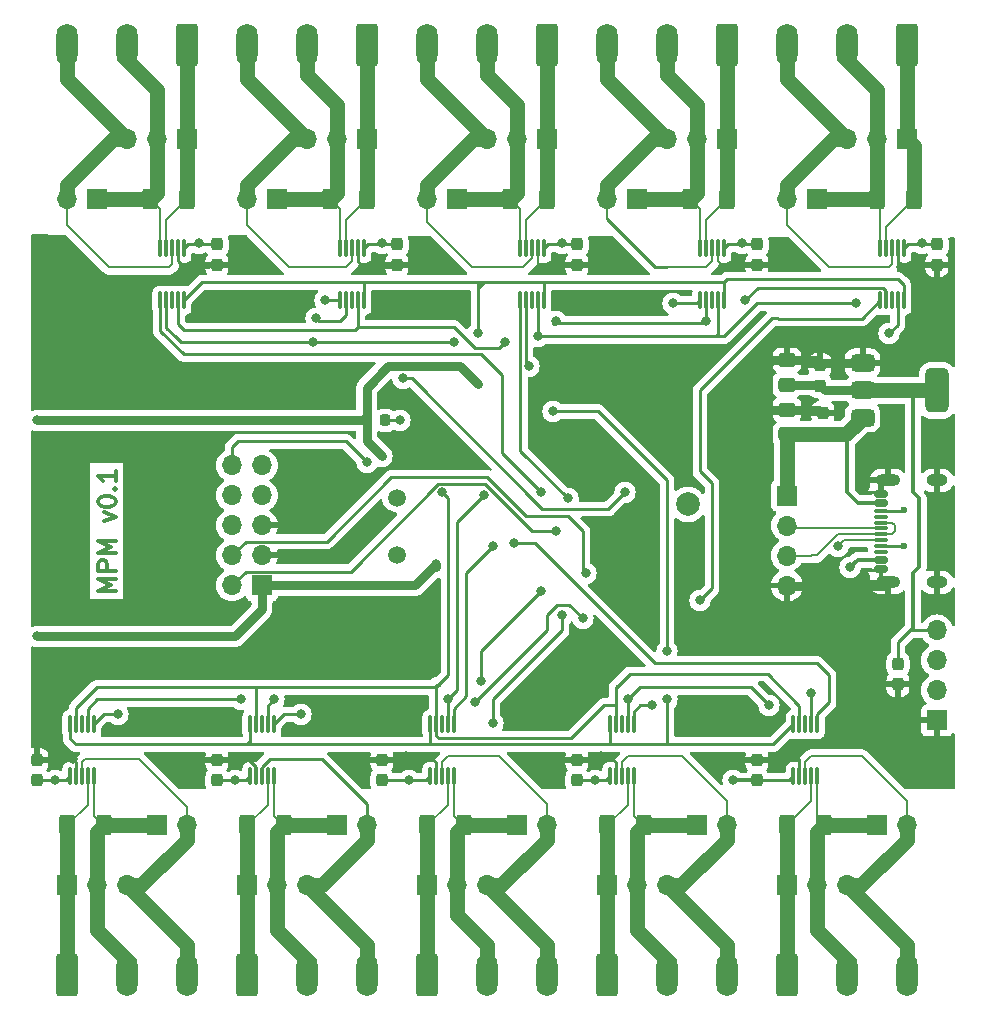
<source format=gbr>
%TF.GenerationSoftware,KiCad,Pcbnew,8.0.3*%
%TF.CreationDate,2024-06-21T15:52:04+03:00*%
%TF.ProjectId,pm,706d2e6b-6963-4616-945f-706362585858,rev?*%
%TF.SameCoordinates,Original*%
%TF.FileFunction,Copper,L1,Top*%
%TF.FilePolarity,Positive*%
%FSLAX46Y46*%
G04 Gerber Fmt 4.6, Leading zero omitted, Abs format (unit mm)*
G04 Created by KiCad (PCBNEW 8.0.3) date 2024-06-21 15:52:04*
%MOMM*%
%LPD*%
G01*
G04 APERTURE LIST*
G04 Aperture macros list*
%AMRoundRect*
0 Rectangle with rounded corners*
0 $1 Rounding radius*
0 $2 $3 $4 $5 $6 $7 $8 $9 X,Y pos of 4 corners*
0 Add a 4 corners polygon primitive as box body*
4,1,4,$2,$3,$4,$5,$6,$7,$8,$9,$2,$3,0*
0 Add four circle primitives for the rounded corners*
1,1,$1+$1,$2,$3*
1,1,$1+$1,$4,$5*
1,1,$1+$1,$6,$7*
1,1,$1+$1,$8,$9*
0 Add four rect primitives between the rounded corners*
20,1,$1+$1,$2,$3,$4,$5,0*
20,1,$1+$1,$4,$5,$6,$7,0*
20,1,$1+$1,$6,$7,$8,$9,0*
20,1,$1+$1,$8,$9,$2,$3,0*%
G04 Aperture macros list end*
%ADD10C,0.300000*%
%TA.AperFunction,NonConductor*%
%ADD11C,0.300000*%
%TD*%
%TA.AperFunction,ComponentPad*%
%ADD12C,2.000000*%
%TD*%
%TA.AperFunction,ComponentPad*%
%ADD13R,1.700000X1.700000*%
%TD*%
%TA.AperFunction,ComponentPad*%
%ADD14O,1.700000X1.700000*%
%TD*%
%TA.AperFunction,SMDPad,CuDef*%
%ADD15RoundRect,0.218750X-0.218750X-0.256250X0.218750X-0.256250X0.218750X0.256250X-0.218750X0.256250X0*%
%TD*%
%TA.AperFunction,ComponentPad*%
%ADD16C,1.500000*%
%TD*%
%TA.AperFunction,SMDPad,CuDef*%
%ADD17RoundRect,0.375000X-0.625000X-0.375000X0.625000X-0.375000X0.625000X0.375000X-0.625000X0.375000X0*%
%TD*%
%TA.AperFunction,SMDPad,CuDef*%
%ADD18RoundRect,0.500000X-0.500000X-1.400000X0.500000X-1.400000X0.500000X1.400000X-0.500000X1.400000X0*%
%TD*%
%TA.AperFunction,SMDPad,CuDef*%
%ADD19RoundRect,0.237500X-0.237500X0.300000X-0.237500X-0.300000X0.237500X-0.300000X0.237500X0.300000X0*%
%TD*%
%TA.AperFunction,SMDPad,CuDef*%
%ADD20RoundRect,0.250000X0.475000X-0.337500X0.475000X0.337500X-0.475000X0.337500X-0.475000X-0.337500X0*%
%TD*%
%TA.AperFunction,SMDPad,CuDef*%
%ADD21RoundRect,0.237500X0.237500X-0.300000X0.237500X0.300000X-0.237500X0.300000X-0.237500X-0.300000X0*%
%TD*%
%TA.AperFunction,SMDPad,CuDef*%
%ADD22RoundRect,0.075000X0.075000X-0.650000X0.075000X0.650000X-0.075000X0.650000X-0.075000X-0.650000X0*%
%TD*%
%TA.AperFunction,ComponentPad*%
%ADD23RoundRect,0.250000X-0.650000X-1.550000X0.650000X-1.550000X0.650000X1.550000X-0.650000X1.550000X0*%
%TD*%
%TA.AperFunction,ComponentPad*%
%ADD24O,1.800000X3.600000*%
%TD*%
%TA.AperFunction,ComponentPad*%
%ADD25RoundRect,0.250000X0.650000X1.550000X-0.650000X1.550000X-0.650000X-1.550000X0.650000X-1.550000X0*%
%TD*%
%TA.AperFunction,SMDPad,CuDef*%
%ADD26RoundRect,0.250000X0.400000X0.625000X-0.400000X0.625000X-0.400000X-0.625000X0.400000X-0.625000X0*%
%TD*%
%TA.AperFunction,SMDPad,CuDef*%
%ADD27RoundRect,0.075000X-0.075000X0.650000X-0.075000X-0.650000X0.075000X-0.650000X0.075000X0.650000X0*%
%TD*%
%TA.AperFunction,SMDPad,CuDef*%
%ADD28RoundRect,0.250000X-0.400000X-0.625000X0.400000X-0.625000X0.400000X0.625000X-0.400000X0.625000X0*%
%TD*%
%TA.AperFunction,SMDPad,CuDef*%
%ADD29RoundRect,0.150000X0.425000X-0.150000X0.425000X0.150000X-0.425000X0.150000X-0.425000X-0.150000X0*%
%TD*%
%TA.AperFunction,SMDPad,CuDef*%
%ADD30RoundRect,0.075000X0.500000X-0.075000X0.500000X0.075000X-0.500000X0.075000X-0.500000X-0.075000X0*%
%TD*%
%TA.AperFunction,ComponentPad*%
%ADD31O,2.100000X1.000000*%
%TD*%
%TA.AperFunction,ComponentPad*%
%ADD32O,1.800000X1.000000*%
%TD*%
%TA.AperFunction,ViaPad*%
%ADD33C,0.800000*%
%TD*%
%TA.AperFunction,ViaPad*%
%ADD34C,0.600000*%
%TD*%
%TA.AperFunction,Conductor*%
%ADD35C,0.254000*%
%TD*%
%TA.AperFunction,Conductor*%
%ADD36C,0.762000*%
%TD*%
%TA.AperFunction,Conductor*%
%ADD37C,0.304800*%
%TD*%
%TA.AperFunction,Conductor*%
%ADD38C,0.203200*%
%TD*%
%TA.AperFunction,Conductor*%
%ADD39C,1.270000*%
%TD*%
G04 APERTURE END LIST*
D10*
D11*
X72698828Y-96981489D02*
X71198828Y-96981489D01*
X71198828Y-96981489D02*
X72270257Y-96481489D01*
X72270257Y-96481489D02*
X71198828Y-95981489D01*
X71198828Y-95981489D02*
X72698828Y-95981489D01*
X72698828Y-95267203D02*
X71198828Y-95267203D01*
X71198828Y-95267203D02*
X71198828Y-94695774D01*
X71198828Y-94695774D02*
X71270257Y-94552917D01*
X71270257Y-94552917D02*
X71341685Y-94481488D01*
X71341685Y-94481488D02*
X71484542Y-94410060D01*
X71484542Y-94410060D02*
X71698828Y-94410060D01*
X71698828Y-94410060D02*
X71841685Y-94481488D01*
X71841685Y-94481488D02*
X71913114Y-94552917D01*
X71913114Y-94552917D02*
X71984542Y-94695774D01*
X71984542Y-94695774D02*
X71984542Y-95267203D01*
X72698828Y-93767203D02*
X71198828Y-93767203D01*
X71198828Y-93767203D02*
X72270257Y-93267203D01*
X72270257Y-93267203D02*
X71198828Y-92767203D01*
X71198828Y-92767203D02*
X72698828Y-92767203D01*
X71698828Y-91052917D02*
X72698828Y-90695774D01*
X72698828Y-90695774D02*
X71698828Y-90338631D01*
X71198828Y-89481488D02*
X71198828Y-89338631D01*
X71198828Y-89338631D02*
X71270257Y-89195774D01*
X71270257Y-89195774D02*
X71341685Y-89124346D01*
X71341685Y-89124346D02*
X71484542Y-89052917D01*
X71484542Y-89052917D02*
X71770257Y-88981488D01*
X71770257Y-88981488D02*
X72127400Y-88981488D01*
X72127400Y-88981488D02*
X72413114Y-89052917D01*
X72413114Y-89052917D02*
X72555971Y-89124346D01*
X72555971Y-89124346D02*
X72627400Y-89195774D01*
X72627400Y-89195774D02*
X72698828Y-89338631D01*
X72698828Y-89338631D02*
X72698828Y-89481488D01*
X72698828Y-89481488D02*
X72627400Y-89624346D01*
X72627400Y-89624346D02*
X72555971Y-89695774D01*
X72555971Y-89695774D02*
X72413114Y-89767203D01*
X72413114Y-89767203D02*
X72127400Y-89838631D01*
X72127400Y-89838631D02*
X71770257Y-89838631D01*
X71770257Y-89838631D02*
X71484542Y-89767203D01*
X71484542Y-89767203D02*
X71341685Y-89695774D01*
X71341685Y-89695774D02*
X71270257Y-89624346D01*
X71270257Y-89624346D02*
X71198828Y-89481488D01*
X72555971Y-88338632D02*
X72627400Y-88267203D01*
X72627400Y-88267203D02*
X72698828Y-88338632D01*
X72698828Y-88338632D02*
X72627400Y-88410060D01*
X72627400Y-88410060D02*
X72555971Y-88338632D01*
X72555971Y-88338632D02*
X72698828Y-88338632D01*
X72698828Y-86838631D02*
X72698828Y-87695774D01*
X72698828Y-87267203D02*
X71198828Y-87267203D01*
X71198828Y-87267203D02*
X71413114Y-87410060D01*
X71413114Y-87410060D02*
X71555971Y-87552917D01*
X71555971Y-87552917D02*
X71627400Y-87695774D01*
D12*
%TO.P,TP1,1,1*%
%TO.N,Net-(U11-PA9)*%
X121158000Y-89662000D03*
%TD*%
D13*
%TO.P,J21,1,Pin_1*%
%TO.N,+3V3*%
X85090000Y-96520000D03*
D14*
%TO.P,J21,2,Pin_2*%
%TO.N,/SWDIO*%
X82550000Y-96520000D03*
%TO.P,J21,3,Pin_3*%
%TO.N,GND*%
X85090000Y-93980000D03*
%TO.P,J21,4,Pin_4*%
%TO.N,/SWDCLK*%
X82550000Y-93980000D03*
%TO.P,J21,5,Pin_5*%
%TO.N,GND*%
X85090000Y-91440000D03*
%TO.P,J21,6,Pin_6*%
%TO.N,/SWO*%
X82550000Y-91440000D03*
%TO.P,J21,7,Pin_7*%
%TO.N,unconnected-(J21-Pin_7-Pad7)*%
X85090000Y-88900000D03*
%TO.P,J21,8,Pin_8*%
%TO.N,unconnected-(J21-Pin_8-Pad8)*%
X82550000Y-88900000D03*
%TO.P,J21,9,Pin_9*%
%TO.N,unconnected-(J21-Pin_9-Pad9)*%
X85090000Y-86360000D03*
%TO.P,J21,10,Pin_10*%
%TO.N,/nRST*%
X82550000Y-86360000D03*
%TD*%
D15*
%TO.P,D1,1,K*%
%TO.N,+3V3*%
X93954500Y-82550000D03*
%TO.P,D1,2,A*%
%TO.N,Net-(D1-A)*%
X95529500Y-82550000D03*
%TD*%
D16*
%TO.P,Y1,1,1*%
%TO.N,Net-(U11-PH1)*%
X96520000Y-89080000D03*
%TO.P,Y1,2,2*%
%TO.N,Net-(U11-PH0)*%
X96520000Y-93980000D03*
%TD*%
D17*
%TO.P,U12,1,ADJ*%
%TO.N,GND*%
X135940000Y-77710000D03*
%TO.P,U12,2,VO*%
%TO.N,+3V3*%
X135940000Y-80010000D03*
D18*
X142240000Y-80010000D03*
D17*
%TO.P,U12,3,VI*%
%TO.N,+5V*%
X135940000Y-82310000D03*
%TD*%
D19*
%TO.P,C26,1*%
%TO.N,GND*%
X132588000Y-81941500D03*
%TO.P,C26,2*%
%TO.N,+5V*%
X132588000Y-83666500D03*
%TD*%
D20*
%TO.P,C25,2*%
%TO.N,GND*%
X129540000Y-81637500D03*
%TO.P,C25,1*%
%TO.N,+5V*%
X129540000Y-83712500D03*
%TD*%
D19*
%TO.P,C5,1*%
%TO.N,+3V3*%
X81280000Y-67650000D03*
%TO.P,C5,2*%
%TO.N,GND*%
X81280000Y-69375000D03*
%TD*%
D21*
%TO.P,C8,1*%
%TO.N,+3V3*%
X111760000Y-113030000D03*
%TO.P,C8,2*%
%TO.N,GND*%
X111760000Y-111305000D03*
%TD*%
D22*
%TO.P,U4,1,CS*%
%TO.N,/SPI0_CS3*%
X122190000Y-72390000D03*
%TO.P,U4,2,MOSI*%
%TO.N,/SPI0_MOSI*%
X122690000Y-72390000D03*
%TO.P,U4,3,ALERT*%
%TO.N,unconnected-(U4-ALERT-Pad3)*%
X123190000Y-72390000D03*
%TO.P,U4,4,MISO*%
%TO.N,/SPI0_MISO*%
X123690000Y-72390000D03*
%TO.P,U4,5,SCLK*%
%TO.N,/SPI0_SCLK*%
X124190000Y-72390000D03*
%TO.P,U4,6,VS*%
%TO.N,+3V3*%
X124190000Y-67990000D03*
%TO.P,U4,7,GND*%
%TO.N,GND*%
X123690000Y-67990000D03*
%TO.P,U4,8,VBUS*%
%TO.N,Net-(J7-Pin_3)*%
X123190000Y-67990000D03*
%TO.P,U4,9,IN-*%
%TO.N,Net-(J7-Pin_1)*%
X122690000Y-67990000D03*
%TO.P,U4,10,IN+*%
%TO.N,Net-(J7-Pin_2)*%
X122190000Y-67990000D03*
%TD*%
D19*
%TO.P,C18,1*%
%TO.N,GND*%
X132334000Y-77877500D03*
%TO.P,C18,2*%
%TO.N,+3V3*%
X132334000Y-79602500D03*
%TD*%
%TO.P,C1,1*%
%TO.N,+3V3*%
X142240000Y-67650000D03*
%TO.P,C1,2*%
%TO.N,GND*%
X142240000Y-69375000D03*
%TD*%
D23*
%TO.P,J14,1,Pin_1*%
%TO.N,Net-(J13-Pin_1)*%
X83820000Y-129540000D03*
D24*
%TO.P,J14,2,Pin_2*%
%TO.N,Net-(J13-Pin_2)*%
X88900000Y-129540000D03*
%TO.P,J14,3,Pin_3*%
%TO.N,Net-(J13-Pin_3)*%
X93980000Y-129540000D03*
%TD*%
D25*
%TO.P,J8,1,Pin_1*%
%TO.N,Net-(J7-Pin_1)*%
X124460000Y-50800000D03*
D24*
%TO.P,J8,2,Pin_2*%
%TO.N,Net-(J7-Pin_2)*%
X119380000Y-50800000D03*
%TO.P,J8,3,Pin_3*%
%TO.N,Net-(J7-Pin_3)*%
X114300000Y-50800000D03*
%TD*%
D21*
%TO.P,C7,1*%
%TO.N,+3V3*%
X127000000Y-113030000D03*
%TO.P,C7,2*%
%TO.N,GND*%
X127000000Y-111305000D03*
%TD*%
D23*
%TO.P,J16,1,Pin_1*%
%TO.N,Net-(J15-Pin_1)*%
X99060000Y-129540000D03*
D24*
%TO.P,J16,2,Pin_2*%
%TO.N,Net-(J15-Pin_2)*%
X104140000Y-129540000D03*
%TO.P,J16,3,Pin_3*%
%TO.N,Net-(J15-Pin_3)*%
X109220000Y-129540000D03*
%TD*%
D13*
%TO.P,JP2,1,A*%
%TO.N,Net-(J3-Pin_2)*%
X86360000Y-63840000D03*
D14*
%TO.P,JP2,2,B*%
%TO.N,Net-(J3-Pin_3)*%
X83820000Y-63840000D03*
%TD*%
D13*
%TO.P,JP7,1,A*%
%TO.N,Net-(J13-Pin_2)*%
X91440000Y-116840000D03*
D14*
%TO.P,JP7,2,B*%
%TO.N,Net-(J13-Pin_3)*%
X93980000Y-116840000D03*
%TD*%
D21*
%TO.P,C19,1*%
%TO.N,GND*%
X138938000Y-104902000D03*
%TO.P,C19,2*%
%TO.N,+3V3*%
X138938000Y-103177000D03*
%TD*%
D13*
%TO.P,JP3,1,A*%
%TO.N,Net-(J5-Pin_2)*%
X101600000Y-63840000D03*
D14*
%TO.P,JP3,2,B*%
%TO.N,Net-(J5-Pin_3)*%
X99060000Y-63840000D03*
%TD*%
D26*
%TO.P,R9,1*%
%TO.N,Net-(J17-Pin_2)*%
X117400000Y-116840000D03*
%TO.P,R9,2*%
%TO.N,Net-(J17-Pin_1)*%
X114300000Y-116840000D03*
%TD*%
D22*
%TO.P,U3,1,CS*%
%TO.N,/SPI0_CS2*%
X106950000Y-72390000D03*
%TO.P,U3,2,MOSI*%
%TO.N,/SPI0_MOSI*%
X107450000Y-72390000D03*
%TO.P,U3,3,ALERT*%
%TO.N,unconnected-(U3-ALERT-Pad3)*%
X107950000Y-72390000D03*
%TO.P,U3,4,MISO*%
%TO.N,/SPI0_MISO*%
X108450000Y-72390000D03*
%TO.P,U3,5,SCLK*%
%TO.N,/SPI0_SCLK*%
X108950000Y-72390000D03*
%TO.P,U3,6,VS*%
%TO.N,+3V3*%
X108950000Y-67990000D03*
%TO.P,U3,7,GND*%
%TO.N,GND*%
X108450000Y-67990000D03*
%TO.P,U3,8,VBUS*%
%TO.N,Net-(J5-Pin_3)*%
X107950000Y-67990000D03*
%TO.P,U3,9,IN-*%
%TO.N,Net-(J5-Pin_1)*%
X107450000Y-67990000D03*
%TO.P,U3,10,IN+*%
%TO.N,Net-(J5-Pin_2)*%
X106950000Y-67990000D03*
%TD*%
D13*
%TO.P,JP1,1,A*%
%TO.N,Net-(J1-Pin_2)*%
X71120000Y-63840000D03*
D14*
%TO.P,JP1,2,B*%
%TO.N,Net-(J1-Pin_3)*%
X68580000Y-63840000D03*
%TD*%
D27*
%TO.P,U8,1,CS*%
%TO.N,/SPI1_CS2*%
X101330000Y-108290000D03*
%TO.P,U8,2,MOSI*%
%TO.N,/SPI1_MOSI*%
X100830000Y-108290000D03*
%TO.P,U8,3,ALERT*%
%TO.N,unconnected-(U8-ALERT-Pad3)*%
X100330000Y-108290000D03*
%TO.P,U8,4,MISO*%
%TO.N,/SPI1_MISO*%
X99830000Y-108290000D03*
%TO.P,U8,5,SCLK*%
%TO.N,/SPI1_SCLK*%
X99330000Y-108290000D03*
%TO.P,U8,6,VS*%
%TO.N,+3V3*%
X99330000Y-112690000D03*
%TO.P,U8,7,GND*%
%TO.N,GND*%
X99830000Y-112690000D03*
%TO.P,U8,8,VBUS*%
%TO.N,Net-(J15-Pin_3)*%
X100330000Y-112690000D03*
%TO.P,U8,9,IN-*%
%TO.N,Net-(J15-Pin_1)*%
X100830000Y-112690000D03*
%TO.P,U8,10,IN+*%
%TO.N,Net-(J15-Pin_2)*%
X101330000Y-112690000D03*
%TD*%
D26*
%TO.P,R6,1*%
%TO.N,Net-(J11-Pin_2)*%
X71680000Y-116840000D03*
%TO.P,R6,2*%
%TO.N,Net-(J11-Pin_1)*%
X68580000Y-116840000D03*
%TD*%
D28*
%TO.P,R4,1*%
%TO.N,Net-(J7-Pin_2)*%
X121360000Y-63840000D03*
%TO.P,R4,2*%
%TO.N,Net-(J7-Pin_1)*%
X124460000Y-63840000D03*
%TD*%
D25*
%TO.P,J2,1,Pin_1*%
%TO.N,Net-(J1-Pin_1)*%
X78740000Y-50800000D03*
D24*
%TO.P,J2,2,Pin_2*%
%TO.N,Net-(J1-Pin_2)*%
X73660000Y-50800000D03*
%TO.P,J2,3,Pin_3*%
%TO.N,Net-(J1-Pin_3)*%
X68580000Y-50800000D03*
%TD*%
D25*
%TO.P,J6,1,Pin_1*%
%TO.N,Net-(J5-Pin_1)*%
X109220000Y-50800000D03*
D24*
%TO.P,J6,2,Pin_2*%
%TO.N,Net-(J5-Pin_2)*%
X104140000Y-50800000D03*
%TO.P,J6,3,Pin_3*%
%TO.N,Net-(J5-Pin_3)*%
X99060000Y-50800000D03*
%TD*%
D13*
%TO.P,J19,1,Pin_1*%
%TO.N,Net-(J19-Pin_1)*%
X129540000Y-121920000D03*
D14*
%TO.P,J19,2,Pin_2*%
%TO.N,Net-(J19-Pin_2)*%
X132080000Y-121920000D03*
%TO.P,J19,3,Pin_3*%
%TO.N,Net-(J19-Pin_3)*%
X134620000Y-121920000D03*
%TD*%
D21*
%TO.P,C10,1*%
%TO.N,+3V3*%
X81280000Y-113030000D03*
%TO.P,C10,2*%
%TO.N,GND*%
X81280000Y-111305000D03*
%TD*%
D25*
%TO.P,J4,1,Pin_1*%
%TO.N,Net-(J3-Pin_1)*%
X93980000Y-50800000D03*
D24*
%TO.P,J4,2,Pin_2*%
%TO.N,Net-(J3-Pin_2)*%
X88900000Y-50800000D03*
%TO.P,J4,3,Pin_3*%
%TO.N,Net-(J3-Pin_3)*%
X83820000Y-50800000D03*
%TD*%
D26*
%TO.P,R8,1*%
%TO.N,Net-(J15-Pin_2)*%
X102160000Y-116840000D03*
%TO.P,R8,2*%
%TO.N,Net-(J15-Pin_1)*%
X99060000Y-116840000D03*
%TD*%
D28*
%TO.P,R2,1*%
%TO.N,Net-(J3-Pin_2)*%
X90880000Y-63840000D03*
%TO.P,R2,2*%
%TO.N,Net-(J3-Pin_1)*%
X93980000Y-63840000D03*
%TD*%
D19*
%TO.P,C3,1*%
%TO.N,+3V3*%
X111760000Y-67650000D03*
%TO.P,C3,2*%
%TO.N,GND*%
X111760000Y-69375000D03*
%TD*%
D13*
%TO.P,J3,1,Pin_1*%
%TO.N,Net-(J3-Pin_1)*%
X93980000Y-58760000D03*
D14*
%TO.P,J3,2,Pin_2*%
%TO.N,Net-(J3-Pin_2)*%
X91440000Y-58760000D03*
%TO.P,J3,3,Pin_3*%
%TO.N,Net-(J3-Pin_3)*%
X88900000Y-58760000D03*
%TD*%
D13*
%TO.P,JP4,1,A*%
%TO.N,Net-(J7-Pin_2)*%
X116840000Y-63840000D03*
D14*
%TO.P,JP4,2,B*%
%TO.N,Net-(J7-Pin_3)*%
X114300000Y-63840000D03*
%TD*%
D22*
%TO.P,U5,1,CS*%
%TO.N,/SPI0_CS4*%
X137430000Y-72390000D03*
%TO.P,U5,2,MOSI*%
%TO.N,/SPI0_MOSI*%
X137930000Y-72390000D03*
%TO.P,U5,3,ALERT*%
%TO.N,unconnected-(U5-ALERT-Pad3)*%
X138430000Y-72390000D03*
%TO.P,U5,4,MISO*%
%TO.N,/SPI0_MISO*%
X138930000Y-72390000D03*
%TO.P,U5,5,SCLK*%
%TO.N,/SPI0_SCLK*%
X139430000Y-72390000D03*
%TO.P,U5,6,VS*%
%TO.N,+3V3*%
X139430000Y-67990000D03*
%TO.P,U5,7,GND*%
%TO.N,GND*%
X138930000Y-67990000D03*
%TO.P,U5,8,VBUS*%
%TO.N,Net-(J10-Pin_3)*%
X138430000Y-67990000D03*
%TO.P,U5,9,IN-*%
%TO.N,Net-(J10-Pin_1)*%
X137930000Y-67990000D03*
%TO.P,U5,10,IN+*%
%TO.N,Net-(J10-Pin_2)*%
X137430000Y-67990000D03*
%TD*%
D28*
%TO.P,R5,1*%
%TO.N,Net-(J10-Pin_2)*%
X137160000Y-63840000D03*
%TO.P,R5,2*%
%TO.N,Net-(J10-Pin_1)*%
X140260000Y-63840000D03*
%TD*%
D27*
%TO.P,U7,1,CS*%
%TO.N,/SPI1_CS1*%
X86090000Y-108290000D03*
%TO.P,U7,2,MOSI*%
%TO.N,/SPI1_MOSI*%
X85590000Y-108290000D03*
%TO.P,U7,3,ALERT*%
%TO.N,unconnected-(U7-ALERT-Pad3)*%
X85090000Y-108290000D03*
%TO.P,U7,4,MISO*%
%TO.N,/SPI1_MISO*%
X84590000Y-108290000D03*
%TO.P,U7,5,SCLK*%
%TO.N,/SPI1_SCLK*%
X84090000Y-108290000D03*
%TO.P,U7,6,VS*%
%TO.N,+3V3*%
X84090000Y-112690000D03*
%TO.P,U7,7,GND*%
%TO.N,GND*%
X84590000Y-112690000D03*
%TO.P,U7,8,VBUS*%
%TO.N,Net-(J13-Pin_3)*%
X85090000Y-112690000D03*
%TO.P,U7,9,IN-*%
%TO.N,Net-(J13-Pin_1)*%
X85590000Y-112690000D03*
%TO.P,U7,10,IN+*%
%TO.N,Net-(J13-Pin_2)*%
X86090000Y-112690000D03*
%TD*%
D13*
%TO.P,JP5,1,A*%
%TO.N,Net-(J10-Pin_2)*%
X132080000Y-63840000D03*
D14*
%TO.P,JP5,2,B*%
%TO.N,Net-(J10-Pin_3)*%
X129540000Y-63840000D03*
%TD*%
D22*
%TO.P,U1,1,CS*%
%TO.N,/SPI0_CS0*%
X76470000Y-72390000D03*
%TO.P,U1,2,MOSI*%
%TO.N,/SPI0_MOSI*%
X76970000Y-72390000D03*
%TO.P,U1,3,ALERT*%
%TO.N,unconnected-(U1-ALERT-Pad3)*%
X77470000Y-72390000D03*
%TO.P,U1,4,MISO*%
%TO.N,/SPI0_MISO*%
X77970000Y-72390000D03*
%TO.P,U1,5,SCLK*%
%TO.N,/SPI0_SCLK*%
X78470000Y-72390000D03*
%TO.P,U1,6,VS*%
%TO.N,+3V3*%
X78470000Y-67990000D03*
%TO.P,U1,7,GND*%
%TO.N,GND*%
X77970000Y-67990000D03*
%TO.P,U1,8,VBUS*%
%TO.N,Net-(J1-Pin_3)*%
X77470000Y-67990000D03*
%TO.P,U1,9,IN-*%
%TO.N,Net-(J1-Pin_1)*%
X76970000Y-67990000D03*
%TO.P,U1,10,IN+*%
%TO.N,Net-(J1-Pin_2)*%
X76470000Y-67990000D03*
%TD*%
D27*
%TO.P,U9,1,CS*%
%TO.N,/SPI1_CS3*%
X116570000Y-108290000D03*
%TO.P,U9,2,MOSI*%
%TO.N,/SPI1_MOSI*%
X116070000Y-108290000D03*
%TO.P,U9,3,ALERT*%
%TO.N,unconnected-(U9-ALERT-Pad3)*%
X115570000Y-108290000D03*
%TO.P,U9,4,MISO*%
%TO.N,/SPI1_MISO*%
X115070000Y-108290000D03*
%TO.P,U9,5,SCLK*%
%TO.N,/SPI1_SCLK*%
X114570000Y-108290000D03*
%TO.P,U9,6,VS*%
%TO.N,+3V3*%
X114570000Y-112690000D03*
%TO.P,U9,7,GND*%
%TO.N,GND*%
X115070000Y-112690000D03*
%TO.P,U9,8,VBUS*%
%TO.N,Net-(J17-Pin_3)*%
X115570000Y-112690000D03*
%TO.P,U9,9,IN-*%
%TO.N,Net-(J17-Pin_1)*%
X116070000Y-112690000D03*
%TO.P,U9,10,IN+*%
%TO.N,Net-(J17-Pin_2)*%
X116570000Y-112690000D03*
%TD*%
D13*
%TO.P,J7,1,Pin_1*%
%TO.N,Net-(J7-Pin_1)*%
X124460000Y-58760000D03*
D14*
%TO.P,J7,2,Pin_2*%
%TO.N,Net-(J7-Pin_2)*%
X121920000Y-58760000D03*
%TO.P,J7,3,Pin_3*%
%TO.N,Net-(J7-Pin_3)*%
X119380000Y-58760000D03*
%TD*%
D13*
%TO.P,JP6,1,A*%
%TO.N,Net-(J11-Pin_2)*%
X76200000Y-116840000D03*
D14*
%TO.P,JP6,2,B*%
%TO.N,Net-(J11-Pin_3)*%
X78740000Y-116840000D03*
%TD*%
D20*
%TO.P,C22,1*%
%TO.N,+3V3*%
X129540000Y-79545000D03*
%TO.P,C22,2*%
%TO.N,GND*%
X129540000Y-77470000D03*
%TD*%
D23*
%TO.P,J18,1,Pin_1*%
%TO.N,Net-(J17-Pin_1)*%
X114300000Y-129540000D03*
D24*
%TO.P,J18,2,Pin_2*%
%TO.N,Net-(J17-Pin_2)*%
X119380000Y-129540000D03*
%TO.P,J18,3,Pin_3*%
%TO.N,Net-(J17-Pin_3)*%
X124460000Y-129540000D03*
%TD*%
D21*
%TO.P,C9,1*%
%TO.N,+3V3*%
X95250000Y-113030000D03*
%TO.P,C9,2*%
%TO.N,GND*%
X95250000Y-111305000D03*
%TD*%
D23*
%TO.P,J12,1,Pin_1*%
%TO.N,Net-(J11-Pin_1)*%
X68580000Y-129540000D03*
D24*
%TO.P,J12,2,Pin_2*%
%TO.N,Net-(J11-Pin_2)*%
X73660000Y-129540000D03*
%TO.P,J12,3,Pin_3*%
%TO.N,Net-(J11-Pin_3)*%
X78740000Y-129540000D03*
%TD*%
D23*
%TO.P,J20,1,Pin_1*%
%TO.N,Net-(J19-Pin_1)*%
X129540000Y-129540000D03*
D24*
%TO.P,J20,2,Pin_2*%
%TO.N,Net-(J19-Pin_2)*%
X134620000Y-129540000D03*
%TO.P,J20,3,Pin_3*%
%TO.N,Net-(J19-Pin_3)*%
X139700000Y-129540000D03*
%TD*%
D27*
%TO.P,U6,1,CS*%
%TO.N,/SPI1_CS0*%
X70850000Y-108290000D03*
%TO.P,U6,2,MOSI*%
%TO.N,/SPI1_MOSI*%
X70350000Y-108290000D03*
%TO.P,U6,3,ALERT*%
%TO.N,unconnected-(U6-ALERT-Pad3)*%
X69850000Y-108290000D03*
%TO.P,U6,4,MISO*%
%TO.N,/SPI1_MISO*%
X69350000Y-108290000D03*
%TO.P,U6,5,SCLK*%
%TO.N,/SPI1_SCLK*%
X68850000Y-108290000D03*
%TO.P,U6,6,VS*%
%TO.N,+3V3*%
X68850000Y-112690000D03*
%TO.P,U6,7,GND*%
%TO.N,GND*%
X69350000Y-112690000D03*
%TO.P,U6,8,VBUS*%
%TO.N,Net-(J11-Pin_3)*%
X69850000Y-112690000D03*
%TO.P,U6,9,IN-*%
%TO.N,Net-(J11-Pin_1)*%
X70350000Y-112690000D03*
%TO.P,U6,10,IN+*%
%TO.N,Net-(J11-Pin_2)*%
X70850000Y-112690000D03*
%TD*%
D13*
%TO.P,J1,1,Pin_1*%
%TO.N,Net-(J1-Pin_1)*%
X78740000Y-58760000D03*
D14*
%TO.P,J1,2,Pin_2*%
%TO.N,Net-(J1-Pin_2)*%
X76200000Y-58760000D03*
%TO.P,J1,3,Pin_3*%
%TO.N,Net-(J1-Pin_3)*%
X73660000Y-58760000D03*
%TD*%
D13*
%TO.P,JP9,1,A*%
%TO.N,Net-(J17-Pin_2)*%
X121920000Y-116840000D03*
D14*
%TO.P,JP9,2,B*%
%TO.N,Net-(J17-Pin_3)*%
X124460000Y-116840000D03*
%TD*%
D13*
%TO.P,JP10,1,A*%
%TO.N,Net-(J19-Pin_2)*%
X137160000Y-116840000D03*
D14*
%TO.P,JP10,2,B*%
%TO.N,Net-(J19-Pin_3)*%
X139700000Y-116840000D03*
%TD*%
D26*
%TO.P,R10,1*%
%TO.N,Net-(J19-Pin_2)*%
X132640000Y-116840000D03*
%TO.P,R10,2*%
%TO.N,Net-(J19-Pin_1)*%
X129540000Y-116840000D03*
%TD*%
D28*
%TO.P,R1,1*%
%TO.N,Net-(J1-Pin_2)*%
X75640000Y-63840000D03*
%TO.P,R1,2*%
%TO.N,Net-(J1-Pin_1)*%
X78740000Y-63840000D03*
%TD*%
D13*
%TO.P,J9,1,Pin_1*%
%TO.N,Net-(J10-Pin_1)*%
X139700000Y-58760000D03*
D14*
%TO.P,J9,2,Pin_2*%
%TO.N,Net-(J10-Pin_2)*%
X137160000Y-58760000D03*
%TO.P,J9,3,Pin_3*%
%TO.N,Net-(J10-Pin_3)*%
X134620000Y-58760000D03*
%TD*%
D13*
%TO.P,J13,1,Pin_1*%
%TO.N,Net-(J13-Pin_1)*%
X83820000Y-121920000D03*
D14*
%TO.P,J13,2,Pin_2*%
%TO.N,Net-(J13-Pin_2)*%
X86360000Y-121920000D03*
%TO.P,J13,3,Pin_3*%
%TO.N,Net-(J13-Pin_3)*%
X88900000Y-121920000D03*
%TD*%
D21*
%TO.P,C6,1*%
%TO.N,+3V3*%
X66040000Y-113030000D03*
%TO.P,C6,2*%
%TO.N,GND*%
X66040000Y-111305000D03*
%TD*%
D13*
%TO.P,J15,1,Pin_1*%
%TO.N,Net-(J15-Pin_1)*%
X99060000Y-121920000D03*
D14*
%TO.P,J15,2,Pin_2*%
%TO.N,Net-(J15-Pin_2)*%
X101600000Y-121920000D03*
%TO.P,J15,3,Pin_3*%
%TO.N,Net-(J15-Pin_3)*%
X104140000Y-121920000D03*
%TD*%
D25*
%TO.P,J10,1,Pin_1*%
%TO.N,Net-(J10-Pin_1)*%
X139700000Y-50800000D03*
D24*
%TO.P,J10,2,Pin_2*%
%TO.N,Net-(J10-Pin_2)*%
X134620000Y-50800000D03*
%TO.P,J10,3,Pin_3*%
%TO.N,Net-(J10-Pin_3)*%
X129540000Y-50800000D03*
%TD*%
D13*
%TO.P,J5,1,Pin_1*%
%TO.N,Net-(J5-Pin_1)*%
X109220000Y-58760000D03*
D14*
%TO.P,J5,2,Pin_2*%
%TO.N,Net-(J5-Pin_2)*%
X106680000Y-58760000D03*
%TO.P,J5,3,Pin_3*%
%TO.N,Net-(J5-Pin_3)*%
X104140000Y-58760000D03*
%TD*%
D13*
%TO.P,JP8,1,A*%
%TO.N,Net-(J15-Pin_2)*%
X106680000Y-116840000D03*
D14*
%TO.P,JP8,2,B*%
%TO.N,Net-(J15-Pin_3)*%
X109220000Y-116840000D03*
%TD*%
D13*
%TO.P,J17,1,Pin_1*%
%TO.N,Net-(J17-Pin_1)*%
X114300000Y-121920000D03*
D14*
%TO.P,J17,2,Pin_2*%
%TO.N,Net-(J17-Pin_2)*%
X116840000Y-121920000D03*
%TO.P,J17,3,Pin_3*%
%TO.N,Net-(J17-Pin_3)*%
X119380000Y-121920000D03*
%TD*%
D19*
%TO.P,C2,1*%
%TO.N,+3V3*%
X127000000Y-67650000D03*
%TO.P,C2,2*%
%TO.N,GND*%
X127000000Y-69375000D03*
%TD*%
D27*
%TO.P,U10,1,CS*%
%TO.N,/SPI1_CS4*%
X132080000Y-108290000D03*
%TO.P,U10,2,MOSI*%
%TO.N,/SPI1_MOSI*%
X131580000Y-108290000D03*
%TO.P,U10,3,ALERT*%
%TO.N,unconnected-(U10-ALERT-Pad3)*%
X131080000Y-108290000D03*
%TO.P,U10,4,MISO*%
%TO.N,/SPI1_MISO*%
X130580000Y-108290000D03*
%TO.P,U10,5,SCLK*%
%TO.N,/SPI1_SCLK*%
X130080000Y-108290000D03*
%TO.P,U10,6,VS*%
%TO.N,+3V3*%
X130080000Y-112690000D03*
%TO.P,U10,7,GND*%
%TO.N,GND*%
X130580000Y-112690000D03*
%TO.P,U10,8,VBUS*%
%TO.N,Net-(J19-Pin_3)*%
X131080000Y-112690000D03*
%TO.P,U10,9,IN-*%
%TO.N,Net-(J19-Pin_1)*%
X131580000Y-112690000D03*
%TO.P,U10,10,IN+*%
%TO.N,Net-(J19-Pin_2)*%
X132080000Y-112690000D03*
%TD*%
D13*
%TO.P,J11,1,Pin_1*%
%TO.N,Net-(J11-Pin_1)*%
X68580000Y-121920000D03*
D14*
%TO.P,J11,2,Pin_2*%
%TO.N,Net-(J11-Pin_2)*%
X71120000Y-121920000D03*
%TO.P,J11,3,Pin_3*%
%TO.N,Net-(J11-Pin_3)*%
X73660000Y-121920000D03*
%TD*%
D22*
%TO.P,U2,1,CS*%
%TO.N,/SPI0_CS1*%
X91710000Y-72390000D03*
%TO.P,U2,2,MOSI*%
%TO.N,/SPI0_MOSI*%
X92210000Y-72390000D03*
%TO.P,U2,3,ALERT*%
%TO.N,unconnected-(U2-ALERT-Pad3)*%
X92710000Y-72390000D03*
%TO.P,U2,4,MISO*%
%TO.N,/SPI0_MISO*%
X93210000Y-72390000D03*
%TO.P,U2,5,SCLK*%
%TO.N,/SPI0_SCLK*%
X93710000Y-72390000D03*
%TO.P,U2,6,VS*%
%TO.N,+3V3*%
X93710000Y-67990000D03*
%TO.P,U2,7,GND*%
%TO.N,GND*%
X93210000Y-67990000D03*
%TO.P,U2,8,VBUS*%
%TO.N,Net-(J3-Pin_3)*%
X92710000Y-67990000D03*
%TO.P,U2,9,IN-*%
%TO.N,Net-(J3-Pin_1)*%
X92210000Y-67990000D03*
%TO.P,U2,10,IN+*%
%TO.N,Net-(J3-Pin_2)*%
X91710000Y-67990000D03*
%TD*%
D28*
%TO.P,R3,1*%
%TO.N,Net-(J5-Pin_2)*%
X106120000Y-63840000D03*
%TO.P,R3,2*%
%TO.N,Net-(J5-Pin_1)*%
X109220000Y-63840000D03*
%TD*%
D26*
%TO.P,R7,1*%
%TO.N,Net-(J13-Pin_2)*%
X86920000Y-116840000D03*
%TO.P,R7,2*%
%TO.N,Net-(J13-Pin_1)*%
X83820000Y-116840000D03*
%TD*%
D19*
%TO.P,C4,1*%
%TO.N,+3V3*%
X96520000Y-67650000D03*
%TO.P,C4,2*%
%TO.N,GND*%
X96520000Y-69375000D03*
%TD*%
D29*
%TO.P,J25,A1,GND*%
%TO.N,GND*%
X137485000Y-95150000D03*
%TO.P,J25,A4,VBUS*%
%TO.N,+5V*%
X137485000Y-94350000D03*
D30*
%TO.P,J25,A5,CC1*%
%TO.N,Net-(J25-CC1)*%
X137485000Y-93200000D03*
%TO.P,J25,A6,D+*%
%TO.N,/DP*%
X137485000Y-92200000D03*
%TO.P,J25,A7,D-*%
%TO.N,/DM*%
X137485000Y-91700000D03*
%TO.P,J25,A8,SBU1*%
%TO.N,unconnected-(J25-SBU1-PadA8)*%
X137485000Y-90700000D03*
D29*
%TO.P,J25,A9,VBUS*%
%TO.N,+5V*%
X137485000Y-89550000D03*
%TO.P,J25,A12,GND*%
%TO.N,GND*%
X137485000Y-88750000D03*
%TO.P,J25,B1,GND*%
X137485000Y-88750000D03*
%TO.P,J25,B4,VBUS*%
%TO.N,+5V*%
X137485000Y-89550000D03*
D30*
%TO.P,J25,B5,CC2*%
%TO.N,Net-(J25-CC2)*%
X137485000Y-90200000D03*
%TO.P,J25,B6,D+*%
%TO.N,/DP*%
X137485000Y-91200000D03*
%TO.P,J25,B7,D-*%
%TO.N,/DM*%
X137485000Y-92700000D03*
%TO.P,J25,B8,SBU2*%
%TO.N,unconnected-(J25-SBU2-PadB8)*%
X137485000Y-93700000D03*
D29*
%TO.P,J25,B9,VBUS*%
%TO.N,+5V*%
X137485000Y-94350000D03*
%TO.P,J25,B12,GND*%
%TO.N,GND*%
X137485000Y-95150000D03*
D31*
%TO.P,J25,S1,SHIELD*%
X138060000Y-96270000D03*
D32*
X142240000Y-96270000D03*
D31*
X138060000Y-87630000D03*
D32*
X142240000Y-87630000D03*
%TD*%
D13*
%TO.P,J23,1,Pin_1*%
%TO.N,+5V*%
X129540000Y-88910000D03*
D14*
%TO.P,J23,2,Pin_2*%
%TO.N,/DM*%
X129540000Y-91450000D03*
%TO.P,J23,3,Pin_3*%
%TO.N,/DP*%
X129540000Y-93990000D03*
%TO.P,J23,4,Pin_4*%
%TO.N,GND*%
X129540000Y-96530000D03*
%TD*%
D13*
%TO.P,J24,1,Pin_1*%
%TO.N,GND*%
X142240000Y-107950000D03*
D14*
%TO.P,J24,2,Pin_2*%
%TO.N,Net-(J24-Pin_2)*%
X142240000Y-105410000D03*
%TO.P,J24,3,Pin_3*%
%TO.N,Net-(J24-Pin_3)*%
X142240000Y-102870000D03*
%TO.P,J24,4,Pin_4*%
%TO.N,+3V3*%
X142240000Y-100330000D03*
%TD*%
D33*
%TO.N,GND*%
X137160000Y-106680000D03*
X112776000Y-102362000D03*
X106934000Y-106680000D03*
X111760000Y-106680000D03*
X93726000Y-108966000D03*
X125222000Y-96266000D03*
X115570000Y-72644000D03*
X98552000Y-72644000D03*
X83566000Y-72898000D03*
X79248000Y-107950000D03*
X92202000Y-100584000D03*
X136398000Y-108204000D03*
X125476000Y-107442000D03*
X112014000Y-77724000D03*
X121920000Y-77470000D03*
X125730000Y-85090000D03*
X76200000Y-96520000D03*
X76200000Y-86614000D03*
%TO.N,/SPI1_CS0*%
X103124000Y-106426000D03*
%TO.N,/SWO*%
X103632000Y-104648000D03*
%TO.N,/SPI1_CS1*%
X104648000Y-108204000D03*
%TO.N,/SPI1_CS0*%
X112268000Y-99314000D03*
%TO.N,/SPI1_CS1*%
X110490000Y-99060000D03*
%TO.N,/SWO*%
X108712000Y-97028000D03*
%TO.N,GND*%
X68072000Y-103124000D03*
X99314000Y-100076000D03*
%TO.N,/SPI1_SCLK*%
X119380000Y-102108000D03*
%TO.N,/SPI1_CS1*%
X88392000Y-107442000D03*
%TO.N,/SPI1_CS0*%
X72898000Y-107442000D03*
%TO.N,/SWDCLK*%
X112522000Y-95504000D03*
%TO.N,+3V3*%
X99822000Y-94742000D03*
X103378000Y-79502000D03*
%TO.N,/SWDIO*%
X109982000Y-91948000D03*
%TO.N,/SPI1_CS4*%
X106426000Y-92964000D03*
%TO.N,/SPI1_CS3*%
X118110000Y-106680000D03*
%TO.N,/SPI1_MOSI*%
X128016000Y-106680000D03*
X131572000Y-105664000D03*
%TO.N,/SPI1_SCLK*%
X119380000Y-106172000D03*
X109728000Y-81788000D03*
%TO.N,/SPI0_MOSI*%
X125984000Y-72390000D03*
X122682000Y-74168000D03*
X109982000Y-74168000D03*
%TO.N,/SPI0_CS3*%
X119888000Y-72644000D03*
%TO.N,/SPI0_MISO*%
X138176000Y-75184000D03*
X135382000Y-72644000D03*
X105664000Y-75946000D03*
%TO.N,/SPI0_CS1*%
X115824000Y-88646000D03*
X97028000Y-78994000D03*
%TO.N,+3V3*%
X66040000Y-100838000D03*
%TO.N,/SPI0_MOSI*%
X101346000Y-75946000D03*
%TO.N,/SPI0_CS1*%
X90424000Y-72390000D03*
%TO.N,/SPI0_MOSI*%
X89408000Y-75946000D03*
X89662000Y-73914000D03*
%TO.N,/SPI0_CS0*%
X108712000Y-88646000D03*
%TO.N,+3V3*%
X95250000Y-85598000D03*
X66040000Y-82550000D03*
%TO.N,Net-(D1-A)*%
X96774000Y-82550000D03*
%TO.N,/nRST*%
X93980000Y-86106000D03*
%TO.N,/SPI0_CS4*%
X122174000Y-97790000D03*
%TO.N,/SPI0_CS2*%
X110998000Y-89154000D03*
%TO.N,/SPI0_MISO*%
X108458000Y-75438000D03*
%TO.N,/SPI0_MOSI*%
X107696000Y-77978000D03*
%TO.N,/SPI0_SCLK*%
X103378000Y-75184000D03*
%TO.N,/SPI1_MOSI*%
X86106000Y-106172000D03*
X100838000Y-106172000D03*
X116078000Y-106172000D03*
X83312000Y-106172000D03*
%TO.N,/SPI1_CS2*%
X104648000Y-93218000D03*
%TO.N,/SPI1_MOSI*%
X103886000Y-88900000D03*
%TO.N,/SPI1_MISO*%
X100330000Y-88646000D03*
%TO.N,GND*%
X128778000Y-110998000D03*
X113792000Y-110998000D03*
X97282000Y-110998000D03*
X82550000Y-111252000D03*
X69088000Y-111252000D03*
X79756000Y-69596000D03*
X94742000Y-69596000D03*
X109982000Y-69596000D03*
X125222000Y-69596000D03*
X139192000Y-69596000D03*
X134366000Y-77724000D03*
X133350000Y-77724000D03*
%TO.N,+3V3*%
X113284000Y-113030000D03*
X97536000Y-113030000D03*
X82804000Y-113030000D03*
X67564000Y-113030000D03*
X79756000Y-67564000D03*
X95250000Y-67564000D03*
X110490000Y-67564000D03*
X125730000Y-67564000D03*
X140970000Y-67564000D03*
X139954000Y-80010000D03*
X138176000Y-80010000D03*
X124968000Y-113030000D03*
%TO.N,/DM*%
X133858000Y-93218000D03*
%TO.N,+5V*%
X134874000Y-94996000D03*
D34*
%TO.N,Net-(J25-CC1)*%
X139446000Y-93218000D03*
%TO.N,Net-(J25-CC2)*%
X139446000Y-90170000D03*
%TD*%
D35*
%TO.N,/SPI0_CS4*%
X123190000Y-96774000D02*
X122174000Y-97790000D01*
X122174000Y-86868000D02*
X123190000Y-87884000D01*
X123190000Y-87884000D02*
X123190000Y-96774000D01*
X122174000Y-80010000D02*
X122174000Y-86868000D01*
X128270000Y-73914000D02*
X122174000Y-80010000D01*
X128786000Y-73922000D02*
X128778000Y-73914000D01*
X135898000Y-73922000D02*
X128786000Y-73922000D01*
X128778000Y-73914000D02*
X128270000Y-73914000D01*
X137430000Y-72390000D02*
X135898000Y-73922000D01*
%TO.N,/SPI0_MISO*%
X124206000Y-75438000D02*
X127000000Y-72644000D01*
X127000000Y-72644000D02*
X135382000Y-72644000D01*
X123444000Y-75438000D02*
X124206000Y-75438000D01*
%TO.N,/SPI1_CS0*%
X111125000Y-98171000D02*
X112268000Y-99314000D01*
X110109000Y-98171000D02*
X111125000Y-98171000D01*
X109220000Y-99060000D02*
X110109000Y-98171000D01*
X109220000Y-100330000D02*
X109220000Y-99060000D01*
X103124000Y-106426000D02*
X109220000Y-100330000D01*
%TO.N,/SPI1_CS1*%
X104648000Y-106172000D02*
X110490000Y-100330000D01*
X110490000Y-100330000D02*
X110490000Y-99060000D01*
X104648000Y-108204000D02*
X104648000Y-106172000D01*
%TO.N,/SWO*%
X103632000Y-102108000D02*
X108712000Y-97028000D01*
X103632000Y-104648000D02*
X103632000Y-102108000D01*
%TO.N,/SPI1_MISO*%
X130580000Y-106704000D02*
X127897000Y-104021000D01*
X130580000Y-108290000D02*
X130580000Y-106704000D01*
X127897000Y-104021000D02*
X116213000Y-104021000D01*
X99060000Y-105156000D02*
X99830000Y-105156000D01*
X99060000Y-105156000D02*
X99822000Y-105156000D01*
X84582000Y-105156000D02*
X99060000Y-105156000D01*
X99822000Y-105156000D02*
X100838000Y-104140000D01*
X99830000Y-105148000D02*
X100838000Y-104140000D01*
X99830000Y-105918000D02*
X99830000Y-105148000D01*
X99830000Y-105918000D02*
X99830000Y-105664000D01*
X99830000Y-108290000D02*
X99830000Y-105918000D01*
%TO.N,/SWDCLK*%
X112268000Y-95250000D02*
X112522000Y-95504000D01*
X112268000Y-91948000D02*
X112268000Y-95250000D01*
X110998000Y-90678000D02*
X112268000Y-91948000D01*
X107442000Y-90678000D02*
X110998000Y-90678000D01*
X104140000Y-87376000D02*
X107442000Y-90678000D01*
%TO.N,/SPI1_CS4*%
X132080000Y-107442000D02*
X132080000Y-108290000D01*
X133096000Y-104140000D02*
X133096000Y-106426000D01*
X118364000Y-103124000D02*
X132080000Y-103124000D01*
X133096000Y-106426000D02*
X132080000Y-107442000D01*
X108204000Y-92964000D02*
X118364000Y-103124000D01*
X106426000Y-92964000D02*
X108204000Y-92964000D01*
X132080000Y-103124000D02*
X133096000Y-104140000D01*
%TO.N,/SPI1_SCLK*%
X119380000Y-87630000D02*
X113538000Y-81788000D01*
X119380000Y-102108000D02*
X119380000Y-87630000D01*
X109728000Y-81788000D02*
X113538000Y-81788000D01*
%TO.N,/SPI1_MISO*%
X114046000Y-106680000D02*
X115070000Y-106680000D01*
X111252000Y-109474000D02*
X114046000Y-106680000D01*
X100076000Y-109474000D02*
X111252000Y-109474000D01*
X99830000Y-109228000D02*
X100076000Y-109474000D01*
X99830000Y-108290000D02*
X99830000Y-109228000D01*
X100584000Y-104394000D02*
X100838000Y-104140000D01*
X100068000Y-104910000D02*
X100584000Y-104394000D01*
X99830000Y-105664000D02*
X99830000Y-105156000D01*
X99830000Y-105664000D02*
X99830000Y-105148000D01*
X99830000Y-105148000D02*
X100584000Y-104394000D01*
X99830000Y-104910000D02*
X100068000Y-104910000D01*
D36*
%TO.N,GND*%
X68072000Y-103124000D02*
X96266000Y-103124000D01*
X96266000Y-103124000D02*
X99314000Y-100076000D01*
D35*
%TO.N,/SPI1_MISO*%
X115070000Y-106680000D02*
X115070000Y-105164000D01*
X115070000Y-108290000D02*
X115070000Y-106680000D01*
%TO.N,GND*%
X138938000Y-107188000D02*
X139700000Y-107950000D01*
X139700000Y-107950000D02*
X142240000Y-107950000D01*
X138938000Y-104902000D02*
X138938000Y-107188000D01*
%TO.N,+3V3*%
X138938000Y-101346000D02*
X138938000Y-103177000D01*
X140208000Y-100076000D02*
X138938000Y-101346000D01*
D37*
X140208000Y-100076000D02*
X140208000Y-95504000D01*
X140208000Y-100330000D02*
X140208000Y-100076000D01*
D35*
%TO.N,/SPI1_CS1*%
X86938000Y-107442000D02*
X88392000Y-107442000D01*
X86090000Y-108290000D02*
X86938000Y-107442000D01*
%TO.N,/SPI1_CS0*%
X71698000Y-107442000D02*
X72898000Y-107442000D01*
X70850000Y-108290000D02*
X71698000Y-107442000D01*
%TO.N,/SPI0_CS1*%
X97790000Y-78994000D02*
X97028000Y-78994000D01*
X108839000Y-90043000D02*
X97790000Y-78994000D01*
X114427000Y-90043000D02*
X108839000Y-90043000D01*
X115824000Y-88646000D02*
X114427000Y-90043000D01*
%TO.N,/SWDIO*%
X100028866Y-87919000D02*
X92604866Y-95343000D01*
X92604866Y-95343000D02*
X83727000Y-95343000D01*
X83727000Y-95343000D02*
X82550000Y-96520000D01*
X103933134Y-87919000D02*
X100028866Y-87919000D01*
X109982000Y-91948000D02*
X107962134Y-91948000D01*
X107962134Y-91948000D02*
X103933134Y-87919000D01*
%TO.N,/SWDCLK*%
X96012000Y-87376000D02*
X104140000Y-87376000D01*
X90585000Y-92803000D02*
X96012000Y-87376000D01*
X83727000Y-92803000D02*
X90585000Y-92803000D01*
X82550000Y-93980000D02*
X83727000Y-92803000D01*
%TO.N,/SPI1_MISO*%
X115078000Y-105156000D02*
X116213000Y-104021000D01*
X115070000Y-105164000D02*
X116213000Y-104021000D01*
%TO.N,/SPI1_MOSI*%
X126492000Y-105156000D02*
X128016000Y-106680000D01*
X117094000Y-105156000D02*
X126492000Y-105156000D01*
X116078000Y-106172000D02*
X117094000Y-105156000D01*
D36*
%TO.N,+3V3*%
X95758000Y-77978000D02*
X101854000Y-77978000D01*
X101854000Y-77978000D02*
X103378000Y-79502000D01*
X93954500Y-82550000D02*
X93954500Y-79781500D01*
X93954500Y-79781500D02*
X95758000Y-77978000D01*
X99822000Y-94742000D02*
X99568000Y-94996000D01*
X99822000Y-94996000D02*
X99822000Y-94742000D01*
X99568000Y-94996000D02*
X99822000Y-94996000D01*
X98044000Y-96520000D02*
X99568000Y-94996000D01*
X85090000Y-96520000D02*
X98044000Y-96520000D01*
D35*
%TO.N,/SPI1_MISO*%
X100838000Y-104140000D02*
X100838000Y-89154000D01*
X100838000Y-89154000D02*
X100330000Y-88646000D01*
%TO.N,/SPI1_CS3*%
X117094000Y-106680000D02*
X118110000Y-106680000D01*
%TO.N,/SPI1_SCLK*%
X119380000Y-109982000D02*
X128388000Y-109982000D01*
X119380000Y-109982000D02*
X119380000Y-106172000D01*
X118110000Y-109982000D02*
X119380000Y-109982000D01*
%TO.N,/SPI1_CS3*%
X116570000Y-107204000D02*
X117094000Y-106680000D01*
X116570000Y-108290000D02*
X116570000Y-107204000D01*
%TO.N,/SPI1_MOSI*%
X131580000Y-105672000D02*
X131572000Y-105664000D01*
X131580000Y-108290000D02*
X131580000Y-105672000D01*
%TO.N,/SPI1_SCLK*%
X114554000Y-109982000D02*
X118110000Y-109982000D01*
%TO.N,Net-(J7-Pin_3)*%
X118364000Y-69596000D02*
X119380000Y-69596000D01*
X114300000Y-65532000D02*
X118364000Y-69596000D01*
D38*
X122682000Y-69596000D02*
X119380000Y-69596000D01*
X114300000Y-65532000D02*
X114300000Y-63840000D01*
D35*
%TO.N,/SPI0_CS0*%
X105410000Y-85344000D02*
X108712000Y-88646000D01*
X105410000Y-78740000D02*
X105410000Y-85344000D01*
X103632000Y-76962000D02*
X105410000Y-78740000D01*
X78486000Y-76962000D02*
X103632000Y-76962000D01*
X76470000Y-74946000D02*
X78486000Y-76962000D01*
X76470000Y-72390000D02*
X76470000Y-74946000D01*
%TO.N,/SPI0_SCLK*%
X103378000Y-70866000D02*
X103378000Y-71374000D01*
X103886000Y-70866000D02*
X103378000Y-70866000D01*
X104140000Y-70866000D02*
X103378000Y-70866000D01*
X104140000Y-70866000D02*
X103886000Y-70866000D01*
X103378000Y-70866000D02*
X93726000Y-70866000D01*
X108966000Y-70866000D02*
X104140000Y-70866000D01*
X103378000Y-71374000D02*
X103886000Y-70866000D01*
X103378000Y-75184000D02*
X103378000Y-71374000D01*
%TO.N,/SPI0_MOSI*%
X110109000Y-74295000D02*
X109982000Y-74168000D01*
X122555000Y-74295000D02*
X110109000Y-74295000D01*
X122682000Y-74168000D02*
X122555000Y-74295000D01*
X109728000Y-74422000D02*
X109982000Y-74168000D01*
X122690000Y-73185592D02*
X122690000Y-72390000D01*
X122682000Y-73193592D02*
X122690000Y-73185592D01*
X122682000Y-74168000D02*
X122682000Y-73193592D01*
%TO.N,/SPI0_CS3*%
X121936000Y-72644000D02*
X119888000Y-72644000D01*
X122190000Y-72390000D02*
X121936000Y-72644000D01*
%TO.N,/SPI0_SCLK*%
X124460000Y-70612000D02*
X124206000Y-70866000D01*
X138938000Y-70612000D02*
X124460000Y-70612000D01*
X139430000Y-71104000D02*
X138938000Y-70612000D01*
X139430000Y-72390000D02*
X139430000Y-71104000D01*
%TO.N,/SPI0_MOSI*%
X127054000Y-71320000D02*
X125984000Y-72390000D01*
X137414000Y-71320000D02*
X127054000Y-71320000D01*
X137414000Y-71320000D02*
X137668000Y-71320000D01*
X137930000Y-71582000D02*
X137668000Y-71320000D01*
X137930000Y-72390000D02*
X137930000Y-71582000D01*
%TO.N,/SPI0_MISO*%
X123690000Y-75192000D02*
X123444000Y-75438000D01*
X123690000Y-72390000D02*
X123690000Y-75192000D01*
X108458000Y-75438000D02*
X123444000Y-75438000D01*
X138930000Y-74430000D02*
X138176000Y-75184000D01*
X138930000Y-72390000D02*
X138930000Y-74430000D01*
D36*
%TO.N,+3V3*%
X85090000Y-98552000D02*
X85090000Y-96520000D01*
X82804000Y-100838000D02*
X85090000Y-98552000D01*
X78740000Y-100838000D02*
X82804000Y-100838000D01*
X78740000Y-100838000D02*
X66040000Y-100838000D01*
X80518000Y-100838000D02*
X78740000Y-100838000D01*
D35*
X82804000Y-100838000D02*
X80518000Y-100838000D01*
D36*
X93954500Y-82550000D02*
X93954500Y-84302500D01*
X93954500Y-84302500D02*
X95250000Y-85598000D01*
X73660000Y-82550000D02*
X93954500Y-82550000D01*
X73660000Y-82550000D02*
X66040000Y-82550000D01*
%TO.N,GND*%
X128270000Y-77470000D02*
X129540000Y-77470000D01*
X127762000Y-77978000D02*
X128270000Y-77470000D01*
X127762000Y-81280000D02*
X127762000Y-77978000D01*
X128119500Y-81637500D02*
X127762000Y-81280000D01*
X129540000Y-81637500D02*
X128119500Y-81637500D01*
X132284000Y-81637500D02*
X132588000Y-81941500D01*
X129540000Y-81637500D02*
X132284000Y-81637500D01*
D35*
%TO.N,/SPI0_MISO*%
X105156000Y-76454000D02*
X105664000Y-75946000D01*
X103124000Y-76454000D02*
X105156000Y-76454000D01*
X101346000Y-74676000D02*
X103124000Y-76454000D01*
X93218000Y-74676000D02*
X101346000Y-74676000D01*
%TO.N,/SPI0_MOSI*%
X89408000Y-75946000D02*
X101346000Y-75946000D01*
%TO.N,/SPI0_CS1*%
X91710000Y-72390000D02*
X90424000Y-72390000D01*
%TO.N,/SPI0_MOSI*%
X89916000Y-74168000D02*
X89662000Y-73914000D01*
X91694000Y-74168000D02*
X89916000Y-74168000D01*
X92210000Y-73652000D02*
X91694000Y-74168000D01*
X92210000Y-72390000D02*
X92210000Y-73652000D01*
X80772000Y-75946000D02*
X89408000Y-75946000D01*
X77724000Y-75438000D02*
X78232000Y-75946000D01*
X76970000Y-74684000D02*
X77724000Y-75438000D01*
X78232000Y-75946000D02*
X80772000Y-75946000D01*
X76970000Y-72390000D02*
X76970000Y-74684000D01*
%TO.N,Net-(D1-A)*%
X95529500Y-82550000D02*
X96774000Y-82550000D01*
%TO.N,/nRST*%
X92202000Y-84328000D02*
X93980000Y-86106000D01*
X83058000Y-84328000D02*
X92202000Y-84328000D01*
X82550000Y-84836000D02*
X83058000Y-84328000D01*
X82550000Y-86360000D02*
X82550000Y-84836000D01*
%TO.N,/SPI0_MISO*%
X77978000Y-74422000D02*
X78486000Y-74930000D01*
X93218000Y-74676000D02*
X93210000Y-74668000D01*
X92964000Y-74930000D02*
X93218000Y-74676000D01*
X78486000Y-74930000D02*
X92964000Y-74930000D01*
X77978000Y-73193592D02*
X77978000Y-74422000D01*
X93210000Y-74668000D02*
X93210000Y-72390000D01*
X77970000Y-73185592D02*
X77978000Y-73193592D01*
X77970000Y-72390000D02*
X77970000Y-73185592D01*
%TO.N,/SPI0_CS2*%
X106950000Y-85106000D02*
X110998000Y-89154000D01*
X106950000Y-72390000D02*
X106950000Y-85106000D01*
%TO.N,/SPI0_MOSI*%
X107450000Y-72390000D02*
X107450000Y-77732000D01*
X107450000Y-77732000D02*
X107696000Y-77978000D01*
%TO.N,/SPI0_MISO*%
X108450000Y-75430000D02*
X108458000Y-75438000D01*
X108450000Y-72390000D02*
X108450000Y-75430000D01*
%TO.N,/SPI1_MOSI*%
X85590000Y-106688000D02*
X86106000Y-106172000D01*
X85590000Y-108290000D02*
X85590000Y-106688000D01*
X100838000Y-106172000D02*
X101600000Y-105410000D01*
X101600000Y-91186000D02*
X103886000Y-88900000D01*
X101600000Y-105410000D02*
X101600000Y-91186000D01*
X100830000Y-108290000D02*
X100830000Y-106180000D01*
X100830000Y-106180000D02*
X100838000Y-106172000D01*
%TO.N,/SPI1_CS2*%
X102362000Y-95504000D02*
X104648000Y-93218000D01*
X102362000Y-105918000D02*
X102362000Y-95504000D01*
X101330000Y-106950000D02*
X102362000Y-105918000D01*
X101330000Y-108290000D02*
X101330000Y-106950000D01*
%TO.N,/SPI1_MOSI*%
X116070000Y-106180000D02*
X116078000Y-106172000D01*
X116070000Y-108290000D02*
X116070000Y-106180000D01*
X71120000Y-106172000D02*
X83312000Y-106172000D01*
X70350000Y-106942000D02*
X71120000Y-106172000D01*
X70350000Y-108290000D02*
X70350000Y-106942000D01*
%TO.N,/SPI1_MISO*%
X115070000Y-105164000D02*
X115062000Y-105156000D01*
X84590000Y-108290000D02*
X84590000Y-105164000D01*
X84590000Y-105164000D02*
X84582000Y-105156000D01*
X71120000Y-105156000D02*
X84582000Y-105156000D01*
X69350000Y-106926000D02*
X71120000Y-105156000D01*
X69350000Y-108290000D02*
X69350000Y-106926000D01*
X99830000Y-105156000D02*
X99830000Y-104910000D01*
%TO.N,/SPI1_SCLK*%
X84090000Y-108290000D02*
X84090000Y-109712000D01*
X83820000Y-109982000D02*
X84074000Y-109982000D01*
X69342000Y-109982000D02*
X83820000Y-109982000D01*
X84090000Y-109712000D02*
X83820000Y-109982000D01*
X84090000Y-108290000D02*
X84090000Y-109966000D01*
X84074000Y-109982000D02*
X99314000Y-109982000D01*
X84090000Y-109966000D02*
X84074000Y-109982000D01*
X99330000Y-109966000D02*
X99314000Y-109982000D01*
X99314000Y-109982000D02*
X114554000Y-109982000D01*
X99330000Y-108290000D02*
X99330000Y-109966000D01*
X114570000Y-109966000D02*
X114554000Y-109982000D01*
X114570000Y-108290000D02*
X114570000Y-109966000D01*
X128388000Y-109982000D02*
X130080000Y-108290000D01*
X68850000Y-108290000D02*
X68850000Y-109490000D01*
X68850000Y-109490000D02*
X69342000Y-109982000D01*
%TO.N,/SPI0_SCLK*%
X124190000Y-70882000D02*
X124206000Y-70866000D01*
X124190000Y-72390000D02*
X124190000Y-70882000D01*
X124206000Y-70866000D02*
X108966000Y-70866000D01*
X108950000Y-70882000D02*
X108966000Y-70866000D01*
X108950000Y-72390000D02*
X108950000Y-70882000D01*
X93710000Y-72390000D02*
X93710000Y-70882000D01*
X93710000Y-70882000D02*
X93726000Y-70866000D01*
X93726000Y-70866000D02*
X79994000Y-70866000D01*
X79994000Y-70866000D02*
X78470000Y-72390000D01*
D36*
%TO.N,GND*%
X137800000Y-96530000D02*
X138060000Y-96270000D01*
X129540000Y-96530000D02*
X137800000Y-96530000D01*
D37*
%TO.N,+3V3*%
X140208000Y-88646000D02*
X140208000Y-80264000D01*
X140716000Y-89154000D02*
X140208000Y-88646000D01*
X140716000Y-94996000D02*
X140716000Y-89154000D01*
X140208000Y-80264000D02*
X139954000Y-80010000D01*
D35*
X140208000Y-100330000D02*
X142240000Y-100330000D01*
D37*
X140208000Y-95504000D02*
X140716000Y-94996000D01*
D35*
%TO.N,GND*%
X128778000Y-110998000D02*
X128270000Y-110998000D01*
X113231000Y-111305000D02*
X111760000Y-111305000D01*
X113284000Y-111252000D02*
X113231000Y-111305000D01*
X113337000Y-111305000D02*
X113284000Y-111252000D01*
X79756000Y-69596000D02*
X80518000Y-69596000D01*
X94742000Y-69596000D02*
X96299000Y-69596000D01*
D38*
X125222000Y-69596000D02*
X125476000Y-69596000D01*
D35*
%TO.N,+3V3*%
X113284000Y-113030000D02*
X114230000Y-113030000D01*
X97536000Y-113030000D02*
X98990000Y-113030000D01*
X82804000Y-113030000D02*
X81280000Y-113030000D01*
X67564000Y-113030000D02*
X66040000Y-113030000D01*
X140884000Y-67650000D02*
X139770000Y-67650000D01*
X140970000Y-67564000D02*
X140884000Y-67650000D01*
X141056000Y-67650000D02*
X140970000Y-67564000D01*
D37*
X127000000Y-113030000D02*
X124968000Y-113030000D01*
D38*
%TO.N,/DM*%
X134376000Y-92700000D02*
X133858000Y-93218000D01*
X137485000Y-92700000D02*
X134376000Y-92700000D01*
X129790000Y-91700000D02*
X129540000Y-91450000D01*
X137485000Y-91700000D02*
X129790000Y-91700000D01*
%TO.N,/DP*%
X138428000Y-92200000D02*
X137485000Y-92200000D01*
X138430000Y-92202000D02*
X138428000Y-92200000D01*
X138684000Y-91948000D02*
X138430000Y-92202000D01*
X138444000Y-91200000D02*
X138684000Y-91440000D01*
X137485000Y-91200000D02*
X138444000Y-91200000D01*
X138684000Y-91440000D02*
X138684000Y-91948000D01*
X131572000Y-93980000D02*
X131562000Y-93990000D01*
X132080000Y-93980000D02*
X131572000Y-93980000D01*
X133860000Y-92200000D02*
X132080000Y-93980000D01*
X137485000Y-92200000D02*
X133860000Y-92200000D01*
X131562000Y-93990000D02*
X129540000Y-93990000D01*
%TO.N,/DM*%
X137491000Y-91694000D02*
X137485000Y-91700000D01*
D37*
%TO.N,+5V*%
X134620000Y-83795000D02*
X134537500Y-83712500D01*
X134620000Y-88646000D02*
X134620000Y-83795000D01*
X137485000Y-89550000D02*
X135524000Y-89550000D01*
X135524000Y-89550000D02*
X134620000Y-88646000D01*
X134620000Y-87259999D02*
X134620000Y-87259999D01*
X135520000Y-94350000D02*
X134874000Y-94996000D01*
X137485000Y-94350000D02*
X135520000Y-94350000D01*
%TO.N,GND*%
X137485000Y-95695000D02*
X138060000Y-96270000D01*
X137485000Y-95150000D02*
X137485000Y-95695000D01*
X137485000Y-88750000D02*
X137485000Y-88205000D01*
X137485000Y-88205000D02*
X138060000Y-87630000D01*
D35*
%TO.N,Net-(J25-CC1)*%
X139428000Y-93200000D02*
X139446000Y-93218000D01*
X137485000Y-93200000D02*
X139428000Y-93200000D01*
%TO.N,Net-(J25-CC2)*%
X139416000Y-90200000D02*
X139446000Y-90170000D01*
X137485000Y-90200000D02*
X139416000Y-90200000D01*
D36*
%TO.N,GND*%
X132501500Y-77710000D02*
X132334000Y-77877500D01*
X135940000Y-77710000D02*
X132501500Y-77710000D01*
X131926500Y-77470000D02*
X132334000Y-77877500D01*
X129540000Y-77470000D02*
X131926500Y-77470000D01*
%TO.N,+3V3*%
X135940000Y-80010000D02*
X132741500Y-80010000D01*
X132741500Y-80010000D02*
X132334000Y-79602500D01*
X132276500Y-79545000D02*
X132334000Y-79602500D01*
X129540000Y-79545000D02*
X132276500Y-79545000D01*
D39*
%TO.N,+5V*%
X129540000Y-88910000D02*
X129540000Y-83712500D01*
X134537500Y-83712500D02*
X135940000Y-82310000D01*
X129540000Y-83712500D02*
X134537500Y-83712500D01*
%TO.N,+3V3*%
X135940000Y-80010000D02*
X142240000Y-80010000D01*
D35*
%TO.N,GND*%
X80739000Y-69375000D02*
X81280000Y-69375000D01*
X80518000Y-69596000D02*
X80739000Y-69375000D01*
X78486000Y-69596000D02*
X79756000Y-69596000D01*
X77970000Y-69080000D02*
X78486000Y-69596000D01*
X77970000Y-67990000D02*
X77970000Y-69080000D01*
%TO.N,+3V3*%
X78810000Y-67650000D02*
X78470000Y-67990000D01*
X81280000Y-67650000D02*
X78810000Y-67650000D01*
%TO.N,GND*%
X96299000Y-69596000D02*
X96520000Y-69375000D01*
X94234000Y-69596000D02*
X94742000Y-69596000D01*
X93726000Y-69596000D02*
X94234000Y-69596000D01*
X93599000Y-69469000D02*
X93726000Y-69596000D01*
X93210000Y-67990000D02*
X93210000Y-69080000D01*
X93210000Y-69080000D02*
X93599000Y-69469000D01*
%TO.N,+3V3*%
X96520000Y-67650000D02*
X94050000Y-67650000D01*
X94050000Y-67650000D02*
X93710000Y-67990000D01*
X109290000Y-67650000D02*
X108950000Y-67990000D01*
X111760000Y-67650000D02*
X109290000Y-67650000D01*
X124530000Y-67650000D02*
X124190000Y-67990000D01*
X127000000Y-67650000D02*
X124530000Y-67650000D01*
X139770000Y-67650000D02*
X139430000Y-67990000D01*
X142240000Y-67650000D02*
X141056000Y-67650000D01*
%TO.N,GND*%
X140970000Y-69375000D02*
X142240000Y-69375000D01*
X140749000Y-69596000D02*
X140970000Y-69375000D01*
X139192000Y-69596000D02*
X140749000Y-69596000D01*
X138930000Y-69334000D02*
X139192000Y-69596000D01*
X138930000Y-67990000D02*
X138930000Y-69334000D01*
X128270000Y-110998000D02*
X127963000Y-111305000D01*
X127963000Y-111305000D02*
X127000000Y-111305000D01*
X130556000Y-111252000D02*
X130302000Y-110998000D01*
X130556000Y-111870408D02*
X130556000Y-111252000D01*
X130580000Y-111894408D02*
X130556000Y-111870408D01*
X130302000Y-110998000D02*
X128778000Y-110998000D01*
X130580000Y-112690000D02*
X130580000Y-111894408D01*
%TO.N,+3V3*%
X129740000Y-113030000D02*
X127000000Y-113030000D01*
X130080000Y-112690000D02*
X129740000Y-113030000D01*
%TO.N,GND*%
X114554000Y-110998000D02*
X113792000Y-110998000D01*
X113792000Y-110998000D02*
X113485000Y-111305000D01*
X113485000Y-111305000D02*
X113337000Y-111305000D01*
X115070000Y-111514000D02*
X114554000Y-110998000D01*
X115070000Y-112690000D02*
X115070000Y-111514000D01*
%TO.N,+3V3*%
X114230000Y-113030000D02*
X114570000Y-112690000D01*
X111760000Y-113030000D02*
X113284000Y-113030000D01*
X98990000Y-113030000D02*
X99330000Y-112690000D01*
X95250000Y-113030000D02*
X97536000Y-113030000D01*
%TO.N,GND*%
X99830000Y-111514000D02*
X99830000Y-112690000D01*
X99314000Y-110998000D02*
X99830000Y-111514000D01*
X97282000Y-110998000D02*
X99314000Y-110998000D01*
X96975000Y-111305000D02*
X97282000Y-110998000D01*
X95250000Y-111305000D02*
X96975000Y-111305000D01*
%TO.N,Net-(J13-Pin_3)*%
X93980000Y-115062000D02*
X93980000Y-116840000D01*
X90170000Y-111252000D02*
X93980000Y-115062000D01*
X85732408Y-111252000D02*
X90170000Y-111252000D01*
X85090000Y-112690000D02*
X85090000Y-111894408D01*
X85090000Y-111894408D02*
X85732408Y-111252000D01*
%TO.N,GND*%
X83619000Y-111305000D02*
X81280000Y-111305000D01*
X83647164Y-111333164D02*
X83619000Y-111305000D01*
X83992836Y-111333164D02*
X83647164Y-111333164D01*
X84028756Y-111333164D02*
X83992836Y-111333164D01*
X84590000Y-112690000D02*
X84590000Y-111894408D01*
X84590000Y-111894408D02*
X84028756Y-111333164D01*
D38*
X83992836Y-111333164D02*
X83911672Y-111252000D01*
D35*
X69035000Y-111305000D02*
X66040000Y-111305000D01*
X69088000Y-111252000D02*
X69035000Y-111305000D01*
X69350000Y-111514000D02*
X69088000Y-111252000D01*
X69350000Y-112690000D02*
X69350000Y-111514000D01*
%TO.N,+3V3*%
X68850000Y-112690000D02*
X68510000Y-113030000D01*
X68510000Y-113030000D02*
X67564000Y-113030000D01*
X83750000Y-113030000D02*
X82804000Y-113030000D01*
X84090000Y-112690000D02*
X83750000Y-113030000D01*
D38*
%TO.N,GND*%
X82751000Y-111305000D02*
X82804000Y-111252000D01*
X82804000Y-111252000D02*
X82550000Y-111252000D01*
X83911672Y-111252000D02*
X82804000Y-111252000D01*
X81280000Y-111305000D02*
X82751000Y-111305000D01*
X82095000Y-111305000D02*
X81280000Y-111305000D01*
X125697000Y-69375000D02*
X127000000Y-69375000D01*
X125476000Y-69596000D02*
X125697000Y-69375000D01*
X124206000Y-69596000D02*
X125222000Y-69596000D01*
X123690000Y-69080000D02*
X124206000Y-69596000D01*
X123690000Y-67990000D02*
X123690000Y-69080000D01*
X109982000Y-69596000D02*
X110744000Y-69596000D01*
X110744000Y-69596000D02*
X110965000Y-69375000D01*
X109982000Y-69596000D02*
X110236000Y-69596000D01*
X108712000Y-69596000D02*
X109982000Y-69596000D01*
X108450000Y-69334000D02*
X108712000Y-69596000D01*
X108450000Y-67990000D02*
X108450000Y-69334000D01*
X110965000Y-69375000D02*
X111760000Y-69375000D01*
%TO.N,Net-(J1-Pin_3)*%
X72136000Y-69596000D02*
X68580000Y-66040000D01*
X68580000Y-66040000D02*
X68580000Y-63840000D01*
X77216000Y-69596000D02*
X72136000Y-69596000D01*
X77470000Y-69342000D02*
X77216000Y-69596000D01*
X77470000Y-67990000D02*
X77470000Y-69342000D01*
%TO.N,Net-(J3-Pin_3)*%
X83820000Y-66040000D02*
X83820000Y-63840000D01*
X92202000Y-69596000D02*
X87376000Y-69596000D01*
X87376000Y-69596000D02*
X83820000Y-66040000D01*
X92710000Y-69088000D02*
X92202000Y-69596000D01*
X92710000Y-67990000D02*
X92710000Y-69088000D01*
%TO.N,Net-(J5-Pin_3)*%
X99060000Y-65786000D02*
X99060000Y-63840000D01*
X102870000Y-69596000D02*
X99060000Y-65786000D01*
X107188000Y-69596000D02*
X102870000Y-69596000D01*
X107950000Y-68834000D02*
X107188000Y-69596000D01*
X107950000Y-67990000D02*
X107950000Y-68834000D01*
%TO.N,Net-(J7-Pin_3)*%
X123190000Y-67990000D02*
X123190000Y-69088000D01*
X123190000Y-69088000D02*
X122682000Y-69596000D01*
%TO.N,Net-(J10-Pin_3)*%
X133096000Y-69596000D02*
X129540000Y-66040000D01*
X138176000Y-69596000D02*
X133096000Y-69596000D01*
X138430000Y-69342000D02*
X138176000Y-69596000D01*
X138430000Y-67990000D02*
X138430000Y-69342000D01*
X129540000Y-66040000D02*
X129540000Y-63840000D01*
%TO.N,Net-(J19-Pin_3)*%
X139700000Y-114808000D02*
X139700000Y-116840000D01*
X135890000Y-110998000D02*
X139700000Y-114808000D01*
X131572000Y-110998000D02*
X135890000Y-110998000D01*
X131080000Y-111490000D02*
X131572000Y-110998000D01*
X131080000Y-112690000D02*
X131080000Y-111490000D01*
%TO.N,Net-(J17-Pin_3)*%
X124460000Y-114808000D02*
X124460000Y-116840000D01*
X120650000Y-110998000D02*
X124460000Y-114808000D01*
X116078000Y-110998000D02*
X120650000Y-110998000D01*
X115570000Y-111506000D02*
X116078000Y-110998000D01*
X115570000Y-112690000D02*
X115570000Y-111506000D01*
%TO.N,Net-(J15-Pin_3)*%
X109220000Y-115062000D02*
X109220000Y-116840000D01*
X105156000Y-110998000D02*
X109220000Y-115062000D01*
X100330000Y-111506000D02*
X100838000Y-110998000D01*
X100838000Y-110998000D02*
X105156000Y-110998000D01*
X100330000Y-112690000D02*
X100330000Y-111506000D01*
%TO.N,Net-(J11-Pin_3)*%
X78740000Y-115316000D02*
X78740000Y-116840000D01*
X74676000Y-111252000D02*
X78740000Y-115316000D01*
X70104000Y-111252000D02*
X74676000Y-111252000D01*
X69850000Y-111506000D02*
X70104000Y-111252000D01*
X69850000Y-112690000D02*
X69850000Y-111506000D01*
%TO.N,Net-(J11-Pin_1)*%
X70350000Y-112690000D02*
X70350000Y-115070000D01*
X70350000Y-115070000D02*
X68580000Y-116840000D01*
%TO.N,Net-(J11-Pin_2)*%
X70850000Y-116010000D02*
X71680000Y-116840000D01*
X70850000Y-112690000D02*
X70850000Y-116010000D01*
%TO.N,Net-(J13-Pin_1)*%
X85590000Y-115070000D02*
X83820000Y-116840000D01*
X85590000Y-112690000D02*
X85590000Y-115070000D01*
%TO.N,Net-(J13-Pin_2)*%
X86090000Y-116010000D02*
X86920000Y-116840000D01*
X86090000Y-112690000D02*
X86090000Y-116010000D01*
%TO.N,Net-(J15-Pin_1)*%
X100830000Y-115070000D02*
X99060000Y-116840000D01*
X100830000Y-112690000D02*
X100830000Y-115070000D01*
%TO.N,Net-(J15-Pin_2)*%
X101330000Y-116010000D02*
X102160000Y-116840000D01*
X101330000Y-112690000D02*
X101330000Y-116010000D01*
%TO.N,Net-(J17-Pin_1)*%
X116070000Y-115070000D02*
X114300000Y-116840000D01*
X116070000Y-112690000D02*
X116070000Y-115070000D01*
%TO.N,Net-(J17-Pin_2)*%
X116570000Y-116010000D02*
X117400000Y-116840000D01*
X116570000Y-112690000D02*
X116570000Y-116010000D01*
%TO.N,Net-(J19-Pin_2)*%
X132080000Y-112690000D02*
X132080000Y-116280000D01*
X132080000Y-116280000D02*
X132640000Y-116840000D01*
%TO.N,Net-(J19-Pin_1)*%
X131580000Y-114800000D02*
X129540000Y-116840000D01*
X131580000Y-112690000D02*
X131580000Y-114800000D01*
%TO.N,Net-(J10-Pin_1)*%
X137930000Y-66170000D02*
X140260000Y-63840000D01*
X137930000Y-67990000D02*
X137930000Y-66170000D01*
%TO.N,Net-(J10-Pin_2)*%
X137430000Y-64110000D02*
X137160000Y-63840000D01*
X137430000Y-67990000D02*
X137430000Y-64110000D01*
%TO.N,Net-(J7-Pin_1)*%
X122690000Y-65610000D02*
X124460000Y-63840000D01*
X122690000Y-67990000D02*
X122690000Y-65610000D01*
%TO.N,Net-(J7-Pin_2)*%
X122190000Y-64670000D02*
X121360000Y-63840000D01*
X122190000Y-67990000D02*
X122190000Y-64670000D01*
%TO.N,Net-(J5-Pin_1)*%
X107450000Y-65610000D02*
X109220000Y-63840000D01*
X107450000Y-67990000D02*
X107450000Y-65610000D01*
%TO.N,Net-(J5-Pin_2)*%
X106950000Y-64670000D02*
X106120000Y-63840000D01*
X106950000Y-67990000D02*
X106950000Y-64670000D01*
%TO.N,Net-(J3-Pin_1)*%
X92210000Y-65610000D02*
X93980000Y-63840000D01*
X92210000Y-67990000D02*
X92210000Y-65610000D01*
%TO.N,Net-(J3-Pin_2)*%
X91710000Y-64670000D02*
X90880000Y-63840000D01*
X91710000Y-67990000D02*
X91710000Y-64670000D01*
%TO.N,Net-(J1-Pin_2)*%
X76470000Y-64670000D02*
X75640000Y-63840000D01*
X76470000Y-67990000D02*
X76470000Y-64670000D01*
%TO.N,Net-(J1-Pin_1)*%
X76970000Y-65610000D02*
X78740000Y-63840000D01*
X76970000Y-67990000D02*
X76970000Y-65610000D01*
D39*
%TO.N,Net-(J13-Pin_2)*%
X88900000Y-128270000D02*
X88900000Y-129540000D01*
X86360000Y-121920000D02*
X86360000Y-125730000D01*
X86360000Y-125730000D02*
X88900000Y-128270000D01*
%TO.N,Net-(J15-Pin_2)*%
X104140000Y-127000000D02*
X104140000Y-129540000D01*
X101600000Y-124460000D02*
X104140000Y-127000000D01*
X101600000Y-121920000D02*
X101600000Y-124460000D01*
%TO.N,Net-(J17-Pin_2)*%
X119380000Y-128270000D02*
X119380000Y-129540000D01*
X116840000Y-125730000D02*
X119380000Y-128270000D01*
X116840000Y-121920000D02*
X116840000Y-125730000D01*
%TO.N,Net-(J15-Pin_2)*%
X101600000Y-117400000D02*
X102160000Y-116840000D01*
X101600000Y-121920000D02*
X101600000Y-117400000D01*
%TO.N,Net-(J13-Pin_2)*%
X86360000Y-117400000D02*
X86920000Y-116840000D01*
X86360000Y-121920000D02*
X86360000Y-117400000D01*
%TO.N,Net-(J13-Pin_3)*%
X93980000Y-127000000D02*
X88900000Y-121920000D01*
X93980000Y-129540000D02*
X93980000Y-127000000D01*
%TO.N,Net-(J15-Pin_3)*%
X109220000Y-127000000D02*
X104140000Y-121920000D01*
X109220000Y-129540000D02*
X109220000Y-127000000D01*
%TO.N,Net-(J17-Pin_3)*%
X124460000Y-129540000D02*
X124460000Y-127000000D01*
X124460000Y-127000000D02*
X119380000Y-121920000D01*
%TO.N,Net-(J19-Pin_3)*%
X139700000Y-127000000D02*
X134620000Y-121920000D01*
X139700000Y-129540000D02*
X139700000Y-127000000D01*
X135822081Y-121920000D02*
X134620000Y-121920000D01*
X139700000Y-118042081D02*
X135822081Y-121920000D01*
X139700000Y-116840000D02*
X139700000Y-118042081D01*
%TO.N,Net-(J17-Pin_3)*%
X124460000Y-118042081D02*
X120582081Y-121920000D01*
X120582081Y-121920000D02*
X119380000Y-121920000D01*
X124460000Y-116840000D02*
X124460000Y-118042081D01*
%TO.N,Net-(J15-Pin_3)*%
X105342081Y-121920000D02*
X104140000Y-121920000D01*
X109220000Y-118042081D02*
X105342081Y-121920000D01*
X109220000Y-116840000D02*
X109220000Y-118042081D01*
%TO.N,Net-(J13-Pin_3)*%
X93980000Y-118110000D02*
X90170000Y-121920000D01*
X93980000Y-116840000D02*
X93980000Y-118110000D01*
X90170000Y-121920000D02*
X88900000Y-121920000D01*
%TO.N,Net-(J11-Pin_3)*%
X74862081Y-121920000D02*
X73660000Y-121920000D01*
X78740000Y-118042081D02*
X74862081Y-121920000D01*
X78740000Y-116840000D02*
X78740000Y-118042081D01*
X78740000Y-129540000D02*
X78740000Y-127000000D01*
X78740000Y-127000000D02*
X73660000Y-121920000D01*
%TO.N,Net-(J11-Pin_2)*%
X73660000Y-128270000D02*
X73660000Y-129540000D01*
X71120000Y-125730000D02*
X73660000Y-128270000D01*
X71120000Y-121920000D02*
X71120000Y-125730000D01*
X71120000Y-117400000D02*
X71680000Y-116840000D01*
X71120000Y-121920000D02*
X71120000Y-117400000D01*
X71680000Y-116840000D02*
X76200000Y-116840000D01*
%TO.N,Net-(J13-Pin_2)*%
X91440000Y-116840000D02*
X86920000Y-116840000D01*
%TO.N,Net-(J15-Pin_2)*%
X102160000Y-116840000D02*
X106680000Y-116840000D01*
%TO.N,Net-(J17-Pin_2)*%
X117400000Y-116840000D02*
X121920000Y-116840000D01*
%TO.N,Net-(J19-Pin_2)*%
X132640000Y-116840000D02*
X137160000Y-116840000D01*
X132080000Y-117400000D02*
X132640000Y-116840000D01*
X132080000Y-121920000D02*
X132080000Y-117400000D01*
%TO.N,Net-(J17-Pin_2)*%
X116840000Y-117400000D02*
X117400000Y-116840000D01*
X116840000Y-121920000D02*
X116840000Y-117400000D01*
%TO.N,Net-(J19-Pin_2)*%
X134620000Y-128270000D02*
X134620000Y-129540000D01*
X132080000Y-125730000D02*
X134620000Y-128270000D01*
X132080000Y-121920000D02*
X132080000Y-125730000D01*
%TO.N,Net-(J19-Pin_1)*%
X129540000Y-116840000D02*
X129540000Y-129540000D01*
%TO.N,Net-(J17-Pin_1)*%
X114300000Y-116840000D02*
X114300000Y-129540000D01*
%TO.N,Net-(J15-Pin_1)*%
X99060000Y-116840000D02*
X99060000Y-129540000D01*
%TO.N,Net-(J13-Pin_1)*%
X83820000Y-116840000D02*
X83820000Y-129540000D01*
%TO.N,Net-(J11-Pin_1)*%
X68580000Y-116840000D02*
X68580000Y-129540000D01*
%TO.N,Net-(J1-Pin_2)*%
X71120000Y-63840000D02*
X75640000Y-63840000D01*
%TO.N,Net-(J3-Pin_2)*%
X86360000Y-63840000D02*
X90880000Y-63840000D01*
X91440000Y-63280000D02*
X90880000Y-63840000D01*
X91440000Y-58760000D02*
X91440000Y-63280000D01*
%TO.N,Net-(J5-Pin_2)*%
X101600000Y-63840000D02*
X106120000Y-63840000D01*
X106680000Y-63280000D02*
X106120000Y-63840000D01*
X106680000Y-58760000D02*
X106680000Y-63280000D01*
%TO.N,Net-(J7-Pin_2)*%
X121920000Y-58760000D02*
X121920000Y-63280000D01*
X121920000Y-63280000D02*
X121360000Y-63840000D01*
X116840000Y-63840000D02*
X121360000Y-63840000D01*
%TO.N,Net-(J10-Pin_2)*%
X132080000Y-63840000D02*
X137160000Y-63840000D01*
%TO.N,Net-(J10-Pin_3)*%
X133417919Y-58760000D02*
X134620000Y-58760000D01*
X129540000Y-62637919D02*
X133417919Y-58760000D01*
X129540000Y-63840000D02*
X129540000Y-62637919D01*
%TO.N,Net-(J7-Pin_3)*%
X114300000Y-62637919D02*
X118177919Y-58760000D01*
X118177919Y-58760000D02*
X119380000Y-58760000D01*
X114300000Y-63840000D02*
X114300000Y-62637919D01*
%TO.N,Net-(J5-Pin_3)*%
X99060000Y-62637919D02*
X102937919Y-58760000D01*
X99060000Y-63840000D02*
X99060000Y-62637919D01*
X102937919Y-58760000D02*
X104140000Y-58760000D01*
%TO.N,Net-(J3-Pin_3)*%
X83820000Y-62637919D02*
X87697919Y-58760000D01*
X83820000Y-63840000D02*
X83820000Y-62637919D01*
X87697919Y-58760000D02*
X88900000Y-58760000D01*
%TO.N,Net-(J1-Pin_3)*%
X68580000Y-62637919D02*
X72457919Y-58760000D01*
X68580000Y-63840000D02*
X68580000Y-62637919D01*
X72457919Y-58760000D02*
X73660000Y-58760000D01*
X68580000Y-53680000D02*
X73660000Y-58760000D01*
X68580000Y-50800000D02*
X68580000Y-53680000D01*
%TO.N,Net-(J5-Pin_3)*%
X99060000Y-53680000D02*
X104140000Y-58760000D01*
X99060000Y-50800000D02*
X99060000Y-53680000D01*
%TO.N,Net-(J3-Pin_3)*%
X83820000Y-53680000D02*
X88900000Y-58760000D01*
X83820000Y-50800000D02*
X83820000Y-53680000D01*
%TO.N,Net-(J10-Pin_3)*%
X129540000Y-53680000D02*
X134620000Y-58760000D01*
X129540000Y-50800000D02*
X129540000Y-53680000D01*
%TO.N,Net-(J7-Pin_3)*%
X114300000Y-53680000D02*
X119380000Y-58760000D01*
X114300000Y-50800000D02*
X114300000Y-53680000D01*
%TO.N,Net-(J7-Pin_2)*%
X121920000Y-55880000D02*
X119380000Y-53340000D01*
X119380000Y-53340000D02*
X119380000Y-50800000D01*
X121920000Y-58760000D02*
X121920000Y-55880000D01*
%TO.N,Net-(J5-Pin_2)*%
X106680000Y-55880000D02*
X104140000Y-53340000D01*
X106680000Y-58760000D02*
X106680000Y-55880000D01*
X104140000Y-53340000D02*
X104140000Y-50800000D01*
%TO.N,Net-(J3-Pin_2)*%
X88900000Y-53340000D02*
X88900000Y-50800000D01*
X91440000Y-55880000D02*
X88900000Y-53340000D01*
X91440000Y-58760000D02*
X91440000Y-55880000D01*
%TO.N,Net-(J10-Pin_2)*%
X134620000Y-52070000D02*
X134620000Y-50800000D01*
X137160000Y-54610000D02*
X134620000Y-52070000D01*
X137160000Y-58760000D02*
X137160000Y-54610000D01*
X137160000Y-58760000D02*
X137160000Y-63840000D01*
%TO.N,Net-(J10-Pin_1)*%
X140260000Y-59320000D02*
X139700000Y-58760000D01*
X140260000Y-63840000D02*
X140260000Y-59320000D01*
X139700000Y-50800000D02*
X139700000Y-58760000D01*
%TO.N,Net-(J7-Pin_1)*%
X124460000Y-50800000D02*
X124460000Y-63840000D01*
%TO.N,Net-(J5-Pin_1)*%
X109220000Y-50800000D02*
X109220000Y-63840000D01*
%TO.N,Net-(J3-Pin_1)*%
X93980000Y-50800000D02*
X93980000Y-63840000D01*
%TO.N,Net-(J1-Pin_2)*%
X76200000Y-58760000D02*
X76200000Y-54610000D01*
X73660000Y-52070000D02*
X76200000Y-54610000D01*
X73660000Y-50800000D02*
X73660000Y-52070000D01*
X76200000Y-63280000D02*
X75640000Y-63840000D01*
X76200000Y-58760000D02*
X76200000Y-63280000D01*
%TO.N,Net-(J1-Pin_1)*%
X78740000Y-50800000D02*
X78740000Y-63840000D01*
%TD*%
%TA.AperFunction,Conductor*%
%TO.N,GND*%
G36*
X80291938Y-110629185D02*
G01*
X80337693Y-110681989D01*
X80347637Y-110751147D01*
X80342605Y-110772504D01*
X80315319Y-110854847D01*
X80305000Y-110955845D01*
X80305000Y-111055000D01*
X82254999Y-111055000D01*
X82254999Y-110955860D01*
X82254998Y-110955845D01*
X82244680Y-110854847D01*
X82217395Y-110772504D01*
X82214993Y-110702675D01*
X82250725Y-110642634D01*
X82313246Y-110611441D01*
X82335101Y-110609500D01*
X83758197Y-110609500D01*
X83881803Y-110609500D01*
X84012197Y-110609500D01*
X84135803Y-110609500D01*
X85188126Y-110609500D01*
X85255165Y-110629185D01*
X85300920Y-110681989D01*
X85310864Y-110751147D01*
X85281839Y-110814703D01*
X85275807Y-110821181D01*
X84976689Y-111120300D01*
X84689992Y-111406997D01*
X84670257Y-111426732D01*
X84621790Y-111475198D01*
X84560466Y-111508682D01*
X84490775Y-111503696D01*
X84452352Y-111480744D01*
X84440000Y-111469911D01*
X84357270Y-111480804D01*
X84323527Y-111478593D01*
X84323293Y-111480374D01*
X84315236Y-111479313D01*
X84292760Y-111476354D01*
X84202727Y-111464500D01*
X84202720Y-111464500D01*
X83977280Y-111464500D01*
X83977272Y-111464500D01*
X83864764Y-111479313D01*
X83864763Y-111479313D01*
X83724770Y-111537300D01*
X83724767Y-111537301D01*
X83724767Y-111537302D01*
X83604549Y-111629549D01*
X83548892Y-111702083D01*
X83512300Y-111749770D01*
X83454313Y-111889763D01*
X83454313Y-111889764D01*
X83439500Y-112002272D01*
X83439500Y-112136597D01*
X83419815Y-112203636D01*
X83367011Y-112249391D01*
X83297853Y-112259335D01*
X83263179Y-112247337D01*
X83262666Y-112248492D01*
X83083807Y-112168857D01*
X83083802Y-112168855D01*
X82932035Y-112136597D01*
X82898646Y-112129500D01*
X82709354Y-112129500D01*
X82676897Y-112136398D01*
X82524197Y-112168855D01*
X82524192Y-112168857D01*
X82351270Y-112245848D01*
X82351266Y-112245850D01*
X82276273Y-112300336D01*
X82210467Y-112323815D01*
X82142413Y-112307989D01*
X82106531Y-112273464D01*
X82104821Y-112274817D01*
X82100339Y-112269149D01*
X82086017Y-112254827D01*
X82052532Y-112193504D01*
X82057516Y-112123812D01*
X82086021Y-112079460D01*
X82099947Y-112065535D01*
X82190448Y-111918811D01*
X82190453Y-111918800D01*
X82244680Y-111755152D01*
X82254999Y-111654154D01*
X82255000Y-111654141D01*
X82255000Y-111555000D01*
X80305001Y-111555000D01*
X80305001Y-111654154D01*
X80315319Y-111755152D01*
X80369546Y-111918800D01*
X80369551Y-111918811D01*
X80460052Y-112065534D01*
X80460055Y-112065538D01*
X80473982Y-112079465D01*
X80507467Y-112140788D01*
X80502483Y-112210480D01*
X80473984Y-112254825D01*
X80459661Y-112269148D01*
X80369093Y-112415981D01*
X80369092Y-112415984D01*
X80314826Y-112579747D01*
X80314826Y-112579748D01*
X80314825Y-112579748D01*
X80304500Y-112680815D01*
X80304500Y-113379169D01*
X80304501Y-113379187D01*
X80314825Y-113480252D01*
X80314826Y-113480255D01*
X80364115Y-113628996D01*
X80366517Y-113698824D01*
X80330785Y-113758866D01*
X80268265Y-113790059D01*
X80246409Y-113792000D01*
X78118860Y-113792000D01*
X78051821Y-113772315D01*
X78031179Y-113755681D01*
X75096680Y-110821181D01*
X75063195Y-110759858D01*
X75068179Y-110690166D01*
X75110051Y-110634233D01*
X75175515Y-110609816D01*
X75184361Y-110609500D01*
X80224899Y-110609500D01*
X80291938Y-110629185D01*
G37*
%TD.AperFunction*%
%TA.AperFunction,Conductor*%
G36*
X94261938Y-110629185D02*
G01*
X94307693Y-110681989D01*
X94317637Y-110751147D01*
X94312605Y-110772504D01*
X94285319Y-110854847D01*
X94275000Y-110955845D01*
X94275000Y-111055000D01*
X96224999Y-111055000D01*
X96224999Y-110955860D01*
X96224998Y-110955845D01*
X96214680Y-110854847D01*
X96187395Y-110772504D01*
X96184993Y-110702675D01*
X96220725Y-110642634D01*
X96283246Y-110611441D01*
X96305101Y-110609500D01*
X99252197Y-110609500D01*
X100075640Y-110609500D01*
X100142679Y-110629185D01*
X100188434Y-110681989D01*
X100198378Y-110751147D01*
X100169353Y-110814703D01*
X100163321Y-110821181D01*
X99848201Y-111136300D01*
X99848199Y-111136303D01*
X99768934Y-111273596D01*
X99739103Y-111384924D01*
X99702737Y-111444584D01*
X99639890Y-111475112D01*
X99635517Y-111475768D01*
X99597273Y-111480804D01*
X99563527Y-111478593D01*
X99563293Y-111480374D01*
X99555236Y-111479313D01*
X99532760Y-111476354D01*
X99442727Y-111464500D01*
X99442720Y-111464500D01*
X99217280Y-111464500D01*
X99217272Y-111464500D01*
X99104764Y-111479313D01*
X99104763Y-111479313D01*
X98964770Y-111537300D01*
X98964767Y-111537301D01*
X98964767Y-111537302D01*
X98844549Y-111629549D01*
X98788892Y-111702083D01*
X98752300Y-111749770D01*
X98694313Y-111889763D01*
X98694313Y-111889764D01*
X98679500Y-112002272D01*
X98679500Y-112278500D01*
X98659815Y-112345539D01*
X98607011Y-112391294D01*
X98555500Y-112402500D01*
X98237947Y-112402500D01*
X98170908Y-112382815D01*
X98145800Y-112361476D01*
X98141871Y-112357112D01*
X98141869Y-112357111D01*
X98141867Y-112357108D01*
X98141864Y-112357106D01*
X97988734Y-112245851D01*
X97988729Y-112245848D01*
X97815807Y-112168857D01*
X97815802Y-112168855D01*
X97664035Y-112136597D01*
X97630646Y-112129500D01*
X97441354Y-112129500D01*
X97408897Y-112136398D01*
X97256197Y-112168855D01*
X97256192Y-112168857D01*
X97083270Y-112245848D01*
X97083265Y-112245851D01*
X96930135Y-112357106D01*
X96930132Y-112357108D01*
X96929856Y-112357415D01*
X96926200Y-112361474D01*
X96866714Y-112398121D01*
X96834053Y-112402500D01*
X96221798Y-112402500D01*
X96154759Y-112382815D01*
X96116259Y-112343597D01*
X96070340Y-112269150D01*
X96056017Y-112254827D01*
X96022532Y-112193504D01*
X96027516Y-112123812D01*
X96056021Y-112079460D01*
X96069947Y-112065535D01*
X96160448Y-111918811D01*
X96160453Y-111918800D01*
X96214680Y-111755152D01*
X96224999Y-111654154D01*
X96225000Y-111654141D01*
X96225000Y-111555000D01*
X94275001Y-111555000D01*
X94275001Y-111654154D01*
X94285319Y-111755152D01*
X94339546Y-111918800D01*
X94339551Y-111918811D01*
X94430052Y-112065534D01*
X94430055Y-112065538D01*
X94443982Y-112079465D01*
X94477467Y-112140788D01*
X94472483Y-112210480D01*
X94443984Y-112254825D01*
X94429661Y-112269148D01*
X94339093Y-112415981D01*
X94339092Y-112415984D01*
X94284826Y-112579747D01*
X94284826Y-112579748D01*
X94284825Y-112579748D01*
X94274500Y-112680815D01*
X94274500Y-113379169D01*
X94274501Y-113379187D01*
X94284825Y-113480252D01*
X94284826Y-113480255D01*
X94334115Y-113628996D01*
X94336517Y-113698824D01*
X94300785Y-113758866D01*
X94238265Y-113790059D01*
X94216409Y-113792000D01*
X93648781Y-113792000D01*
X93581742Y-113772315D01*
X93561100Y-113755681D01*
X90626601Y-110821181D01*
X90593116Y-110759858D01*
X90598100Y-110690166D01*
X90639972Y-110634233D01*
X90705436Y-110609816D01*
X90714282Y-110609500D01*
X94194899Y-110609500D01*
X94261938Y-110629185D01*
G37*
%TD.AperFunction*%
%TA.AperFunction,Conductor*%
G36*
X110771938Y-110629185D02*
G01*
X110817693Y-110681989D01*
X110827637Y-110751147D01*
X110822605Y-110772504D01*
X110795319Y-110854847D01*
X110785000Y-110955845D01*
X110785000Y-111055000D01*
X112734999Y-111055000D01*
X112734999Y-110955860D01*
X112734998Y-110955845D01*
X112724680Y-110854847D01*
X112697395Y-110772504D01*
X112694993Y-110702675D01*
X112730725Y-110642634D01*
X112793246Y-110611441D01*
X112815101Y-110609500D01*
X114492197Y-110609500D01*
X114615803Y-110609500D01*
X115315640Y-110609500D01*
X115382679Y-110629185D01*
X115428434Y-110681989D01*
X115438378Y-110751147D01*
X115409353Y-110814703D01*
X115403321Y-110821181D01*
X115088201Y-111136300D01*
X115088199Y-111136303D01*
X115008934Y-111273596D01*
X114979103Y-111384924D01*
X114942737Y-111444584D01*
X114879890Y-111475112D01*
X114875517Y-111475768D01*
X114837273Y-111480804D01*
X114803527Y-111478593D01*
X114803293Y-111480374D01*
X114795236Y-111479313D01*
X114772760Y-111476354D01*
X114682727Y-111464500D01*
X114682720Y-111464500D01*
X114457280Y-111464500D01*
X114457272Y-111464500D01*
X114344764Y-111479313D01*
X114344763Y-111479313D01*
X114204770Y-111537300D01*
X114204767Y-111537301D01*
X114204767Y-111537302D01*
X114084549Y-111629549D01*
X114028892Y-111702083D01*
X113992300Y-111749770D01*
X113934313Y-111889763D01*
X113934313Y-111889764D01*
X113919500Y-112002272D01*
X113919500Y-112136597D01*
X113899815Y-112203636D01*
X113847011Y-112249391D01*
X113777853Y-112259335D01*
X113743179Y-112247337D01*
X113742666Y-112248492D01*
X113563807Y-112168857D01*
X113563802Y-112168855D01*
X113412035Y-112136597D01*
X113378646Y-112129500D01*
X113189354Y-112129500D01*
X113156897Y-112136398D01*
X113004197Y-112168855D01*
X113004192Y-112168857D01*
X112831270Y-112245848D01*
X112831266Y-112245850D01*
X112756273Y-112300336D01*
X112690467Y-112323815D01*
X112622413Y-112307989D01*
X112586531Y-112273464D01*
X112584821Y-112274817D01*
X112580339Y-112269149D01*
X112566017Y-112254827D01*
X112532532Y-112193504D01*
X112537516Y-112123812D01*
X112566021Y-112079460D01*
X112579947Y-112065535D01*
X112670448Y-111918811D01*
X112670453Y-111918800D01*
X112724680Y-111755152D01*
X112734999Y-111654154D01*
X112735000Y-111654141D01*
X112735000Y-111555000D01*
X110785001Y-111555000D01*
X110785001Y-111654154D01*
X110795319Y-111755152D01*
X110849546Y-111918800D01*
X110849551Y-111918811D01*
X110940052Y-112065534D01*
X110940055Y-112065538D01*
X110953982Y-112079465D01*
X110987467Y-112140788D01*
X110982483Y-112210480D01*
X110953984Y-112254825D01*
X110939661Y-112269148D01*
X110849093Y-112415981D01*
X110849092Y-112415984D01*
X110794826Y-112579747D01*
X110794826Y-112579748D01*
X110794825Y-112579748D01*
X110784500Y-112680815D01*
X110784500Y-113379169D01*
X110784501Y-113379187D01*
X110794825Y-113480252D01*
X110794826Y-113480255D01*
X110844115Y-113628996D01*
X110846517Y-113698824D01*
X110810785Y-113758866D01*
X110748265Y-113790059D01*
X110726409Y-113792000D01*
X108852860Y-113792000D01*
X108785821Y-113772315D01*
X108765179Y-113755681D01*
X105830679Y-110821181D01*
X105797194Y-110759858D01*
X105802178Y-110690166D01*
X105844050Y-110634233D01*
X105909514Y-110609816D01*
X105918360Y-110609500D01*
X110704899Y-110609500D01*
X110771938Y-110629185D01*
G37*
%TD.AperFunction*%
%TA.AperFunction,Conductor*%
G36*
X143640405Y-67055598D02*
G01*
X143707378Y-67075500D01*
X143752961Y-67128452D01*
X143764000Y-67179597D01*
X143764000Y-77934326D01*
X143744315Y-78001365D01*
X143691511Y-78047120D01*
X143622353Y-78057064D01*
X143558797Y-78028039D01*
X143543898Y-78012687D01*
X143451109Y-77898890D01*
X143293409Y-77770304D01*
X143293410Y-77770304D01*
X143293407Y-77770302D01*
X143113049Y-77676091D01*
X143113048Y-77676090D01*
X143113045Y-77676089D01*
X142995829Y-77642550D01*
X142917418Y-77620114D01*
X142917415Y-77620113D01*
X142917413Y-77620113D01*
X142851102Y-77614217D01*
X142798037Y-77609500D01*
X142798032Y-77609500D01*
X141681971Y-77609500D01*
X141681965Y-77609500D01*
X141681964Y-77609501D01*
X141670316Y-77610536D01*
X141562584Y-77620113D01*
X141366954Y-77676089D01*
X141282891Y-77720000D01*
X141186593Y-77770302D01*
X141186591Y-77770303D01*
X141186590Y-77770304D01*
X141028890Y-77898890D01*
X140900304Y-78056590D01*
X140806089Y-78236954D01*
X140776606Y-78339996D01*
X140758961Y-78401665D01*
X140750114Y-78432583D01*
X140750113Y-78432586D01*
X140747939Y-78457044D01*
X140742113Y-78522579D01*
X140739500Y-78551966D01*
X140739500Y-78750500D01*
X140719815Y-78817539D01*
X140667011Y-78863294D01*
X140615500Y-78874500D01*
X137311789Y-78874500D01*
X137244750Y-78854815D01*
X137198995Y-78802011D01*
X137189051Y-78732853D01*
X137215142Y-78672813D01*
X137306607Y-78559024D01*
X137306609Y-78559022D01*
X137391168Y-78388523D01*
X137437102Y-78203824D01*
X137440000Y-78161096D01*
X137440000Y-77960000D01*
X134440000Y-77960000D01*
X134440000Y-78161096D01*
X134442897Y-78203824D01*
X134488831Y-78388523D01*
X134573390Y-78559022D01*
X134573392Y-78559025D01*
X134692630Y-78707364D01*
X134761884Y-78763031D01*
X134801803Y-78820375D01*
X134804383Y-78890197D01*
X134768805Y-78950329D01*
X134761885Y-78956326D01*
X134721883Y-78988481D01*
X134692278Y-79012278D01*
X134644931Y-79071181D01*
X134636083Y-79082188D01*
X134578739Y-79122106D01*
X134539436Y-79128500D01*
X133380846Y-79128500D01*
X133313807Y-79108815D01*
X133268052Y-79056011D01*
X133263140Y-79043505D01*
X133244908Y-78988484D01*
X133154340Y-78841650D01*
X133140017Y-78827327D01*
X133106532Y-78766004D01*
X133111516Y-78696312D01*
X133140021Y-78651960D01*
X133153947Y-78638035D01*
X133244448Y-78491311D01*
X133244453Y-78491300D01*
X133298680Y-78327652D01*
X133308999Y-78226654D01*
X133309000Y-78226641D01*
X133309000Y-78127500D01*
X131359001Y-78127500D01*
X131359001Y-78226654D01*
X131369319Y-78327652D01*
X131425819Y-78498158D01*
X131423389Y-78498963D01*
X131432076Y-78556183D01*
X131403551Y-78619964D01*
X131345071Y-78658199D01*
X131309203Y-78663500D01*
X130583730Y-78663500D01*
X130516691Y-78643815D01*
X130496049Y-78627181D01*
X130483657Y-78614789D01*
X130483656Y-78614788D01*
X130480342Y-78612743D01*
X130478546Y-78610748D01*
X130477989Y-78610307D01*
X130478064Y-78610211D01*
X130433618Y-78560797D01*
X130422397Y-78491834D01*
X130450240Y-78427752D01*
X130480348Y-78401665D01*
X130483342Y-78399818D01*
X130607315Y-78275845D01*
X130699356Y-78126624D01*
X130699358Y-78126619D01*
X130754505Y-77960197D01*
X130754506Y-77960190D01*
X130764999Y-77857486D01*
X130765000Y-77857473D01*
X130765000Y-77720000D01*
X128315001Y-77720000D01*
X128315001Y-77857486D01*
X128325494Y-77960197D01*
X128380641Y-78126619D01*
X128380643Y-78126624D01*
X128472684Y-78275845D01*
X128596655Y-78399816D01*
X128596659Y-78399819D01*
X128599656Y-78401668D01*
X128601279Y-78403472D01*
X128602323Y-78404298D01*
X128602181Y-78404476D01*
X128646381Y-78453616D01*
X128657602Y-78522579D01*
X128629759Y-78586661D01*
X128599661Y-78612741D01*
X128596349Y-78614783D01*
X128596343Y-78614788D01*
X128472289Y-78738842D01*
X128380187Y-78888163D01*
X128380185Y-78888168D01*
X128379513Y-78890197D01*
X128325001Y-79054703D01*
X128325001Y-79054704D01*
X128325000Y-79054704D01*
X128314500Y-79157483D01*
X128314500Y-79932501D01*
X128314501Y-79932519D01*
X128325000Y-80035296D01*
X128325001Y-80035299D01*
X128349858Y-80110311D01*
X128380186Y-80201834D01*
X128472288Y-80351156D01*
X128596344Y-80475212D01*
X128613837Y-80486002D01*
X128613841Y-80486004D01*
X128660566Y-80537951D01*
X128671789Y-80606913D01*
X128643946Y-80670996D01*
X128613845Y-80697079D01*
X128596661Y-80707678D01*
X128596655Y-80707683D01*
X128472684Y-80831654D01*
X128380643Y-80980875D01*
X128380641Y-80980880D01*
X128325494Y-81147302D01*
X128325493Y-81147309D01*
X128315000Y-81250013D01*
X128315000Y-81387500D01*
X130764999Y-81387500D01*
X130764999Y-81250028D01*
X130764998Y-81250013D01*
X130754505Y-81147302D01*
X130699358Y-80980880D01*
X130699356Y-80980875D01*
X130607315Y-80831654D01*
X130483343Y-80707682D01*
X130466156Y-80697081D01*
X130419432Y-80645132D01*
X130408211Y-80576169D01*
X130436055Y-80512088D01*
X130466153Y-80486007D01*
X130483656Y-80475212D01*
X130496049Y-80462819D01*
X130557372Y-80429334D01*
X130583730Y-80426500D01*
X131525448Y-80426500D01*
X131592487Y-80446185D01*
X131613129Y-80462819D01*
X131635650Y-80485340D01*
X131782484Y-80575908D01*
X131946247Y-80630174D01*
X132047323Y-80640500D01*
X132074005Y-80640499D01*
X132141043Y-80660181D01*
X132161690Y-80676820D01*
X132179576Y-80694706D01*
X132195173Y-80705127D01*
X132239978Y-80758738D01*
X132248687Y-80828063D01*
X132218533Y-80891091D01*
X132165288Y-80925936D01*
X132036697Y-80968547D01*
X132036688Y-80968551D01*
X131889965Y-81059052D01*
X131889961Y-81059055D01*
X131768055Y-81180961D01*
X131768052Y-81180965D01*
X131677551Y-81327688D01*
X131677546Y-81327699D01*
X131623319Y-81491347D01*
X131613000Y-81592345D01*
X131613000Y-81691500D01*
X133562999Y-81691500D01*
X133562999Y-81592360D01*
X133562998Y-81592345D01*
X133552680Y-81491347D01*
X133498453Y-81327699D01*
X133498448Y-81327688D01*
X133407947Y-81180965D01*
X133407944Y-81180961D01*
X133330164Y-81103181D01*
X133296679Y-81041858D01*
X133301663Y-80972166D01*
X133343535Y-80916233D01*
X133408999Y-80891816D01*
X133417845Y-80891500D01*
X134539436Y-80891500D01*
X134606475Y-80911185D01*
X134636081Y-80937810D01*
X134692278Y-81007722D01*
X134734745Y-81041858D01*
X134761486Y-81063353D01*
X134801405Y-81120696D01*
X134803985Y-81190518D01*
X134768406Y-81250651D01*
X134761486Y-81256647D01*
X134692278Y-81312277D01*
X134692277Y-81312278D01*
X134572969Y-81460704D01*
X134572967Y-81460707D01*
X134488360Y-81631302D01*
X134442400Y-81816107D01*
X134439500Y-81858879D01*
X134439500Y-82153298D01*
X134419815Y-82220337D01*
X134403181Y-82240979D01*
X134103480Y-82540681D01*
X134042157Y-82574166D01*
X134015799Y-82577000D01*
X133662983Y-82577000D01*
X133595944Y-82557315D01*
X133550189Y-82504511D01*
X133540245Y-82435353D01*
X133545277Y-82413996D01*
X133552680Y-82391652D01*
X133562999Y-82290654D01*
X133563000Y-82290641D01*
X133563000Y-82191500D01*
X131613001Y-82191500D01*
X131613001Y-82290654D01*
X131623319Y-82391652D01*
X131630723Y-82413996D01*
X131633125Y-82483825D01*
X131597393Y-82543867D01*
X131534872Y-82575059D01*
X131513017Y-82577000D01*
X130747052Y-82577000D01*
X130680013Y-82557315D01*
X130634258Y-82504511D01*
X130624314Y-82435353D01*
X130641513Y-82387903D01*
X130699356Y-82294124D01*
X130699358Y-82294119D01*
X130754505Y-82127697D01*
X130754506Y-82127690D01*
X130764999Y-82024986D01*
X130765000Y-82024973D01*
X130765000Y-81887500D01*
X128315001Y-81887500D01*
X128315001Y-82024986D01*
X128325494Y-82127697D01*
X128380641Y-82294119D01*
X128380643Y-82294124D01*
X128472684Y-82443345D01*
X128596655Y-82567316D01*
X128596659Y-82567319D01*
X128599656Y-82569168D01*
X128601279Y-82570972D01*
X128602323Y-82571798D01*
X128602181Y-82571976D01*
X128646381Y-82621116D01*
X128657602Y-82690079D01*
X128629759Y-82754161D01*
X128599661Y-82780241D01*
X128596349Y-82782283D01*
X128596343Y-82782288D01*
X128472289Y-82906342D01*
X128380187Y-83055663D01*
X128380186Y-83055666D01*
X128325001Y-83222203D01*
X128325001Y-83222204D01*
X128325000Y-83222204D01*
X128314500Y-83324983D01*
X128314500Y-84100001D01*
X128314501Y-84100019D01*
X128325000Y-84202796D01*
X128325001Y-84202799D01*
X128380185Y-84369331D01*
X128380188Y-84369338D01*
X128386038Y-84378821D01*
X128404500Y-84443919D01*
X128404500Y-87586450D01*
X128384815Y-87653489D01*
X128354812Y-87685716D01*
X128332457Y-87702450D01*
X128332451Y-87702457D01*
X128246206Y-87817664D01*
X128246202Y-87817671D01*
X128195908Y-87952517D01*
X128189501Y-88012116D01*
X128189501Y-88012123D01*
X128189500Y-88012135D01*
X128189500Y-89807870D01*
X128189501Y-89807876D01*
X128195908Y-89867483D01*
X128246202Y-90002328D01*
X128246206Y-90002335D01*
X128332452Y-90117544D01*
X128332455Y-90117547D01*
X128447664Y-90203793D01*
X128447671Y-90203797D01*
X128579081Y-90252810D01*
X128635015Y-90294681D01*
X128659432Y-90360145D01*
X128644580Y-90428418D01*
X128623430Y-90456673D01*
X128501503Y-90578600D01*
X128365965Y-90772169D01*
X128365964Y-90772171D01*
X128266098Y-90986335D01*
X128266094Y-90986344D01*
X128204938Y-91214586D01*
X128204936Y-91214596D01*
X128184341Y-91449999D01*
X128184341Y-91450000D01*
X128204936Y-91685403D01*
X128204938Y-91685413D01*
X128266094Y-91913655D01*
X128266096Y-91913659D01*
X128266097Y-91913663D01*
X128354319Y-92102855D01*
X128365965Y-92127830D01*
X128365967Y-92127834D01*
X128422044Y-92207919D01*
X128498773Y-92317500D01*
X128501501Y-92321395D01*
X128501506Y-92321402D01*
X128668597Y-92488493D01*
X128668603Y-92488498D01*
X128854158Y-92618425D01*
X128897783Y-92673002D01*
X128904977Y-92742500D01*
X128873454Y-92804855D01*
X128854158Y-92821575D01*
X128668597Y-92951505D01*
X128501505Y-93118597D01*
X128365965Y-93312169D01*
X128365964Y-93312171D01*
X128266098Y-93526335D01*
X128266094Y-93526344D01*
X128204938Y-93754586D01*
X128204936Y-93754596D01*
X128184341Y-93989999D01*
X128184341Y-93990000D01*
X128204936Y-94225403D01*
X128204938Y-94225413D01*
X128266094Y-94453655D01*
X128266096Y-94453659D01*
X128266097Y-94453663D01*
X128347262Y-94627722D01*
X128365965Y-94667830D01*
X128365967Y-94667834D01*
X128424258Y-94751081D01*
X128501505Y-94861401D01*
X128668599Y-95028495D01*
X128821726Y-95135716D01*
X128854594Y-95158730D01*
X128898219Y-95213307D01*
X128905413Y-95282805D01*
X128873890Y-95345160D01*
X128854595Y-95361880D01*
X128668922Y-95491890D01*
X128668920Y-95491891D01*
X128501891Y-95658920D01*
X128501886Y-95658926D01*
X128366400Y-95852420D01*
X128366399Y-95852422D01*
X128266570Y-96066507D01*
X128266567Y-96066513D01*
X128209364Y-96279999D01*
X128209364Y-96280000D01*
X129106988Y-96280000D01*
X129074075Y-96337007D01*
X129040000Y-96464174D01*
X129040000Y-96595826D01*
X129074075Y-96722993D01*
X129106988Y-96780000D01*
X128209364Y-96780000D01*
X128266567Y-96993486D01*
X128266570Y-96993492D01*
X128366399Y-97207578D01*
X128501894Y-97401082D01*
X128668917Y-97568105D01*
X128862421Y-97703600D01*
X129076507Y-97803429D01*
X129076516Y-97803433D01*
X129290000Y-97860634D01*
X129290000Y-96963012D01*
X129347007Y-96995925D01*
X129474174Y-97030000D01*
X129605826Y-97030000D01*
X129732993Y-96995925D01*
X129790000Y-96963012D01*
X129790000Y-97860633D01*
X130003483Y-97803433D01*
X130003492Y-97803429D01*
X130217578Y-97703600D01*
X130411082Y-97568105D01*
X130578105Y-97401082D01*
X130713600Y-97207578D01*
X130813429Y-96993492D01*
X130813432Y-96993486D01*
X130870636Y-96780000D01*
X129973012Y-96780000D01*
X130005925Y-96722993D01*
X130040000Y-96595826D01*
X130040000Y-96464174D01*
X130005925Y-96337007D01*
X129973012Y-96280000D01*
X130870636Y-96280000D01*
X130870635Y-96279999D01*
X130813432Y-96066513D01*
X130813429Y-96066507D01*
X130713600Y-95852422D01*
X130713599Y-95852420D01*
X130578113Y-95658926D01*
X130578108Y-95658920D01*
X130411078Y-95491890D01*
X130225405Y-95361879D01*
X130181780Y-95307302D01*
X130174588Y-95237804D01*
X130206110Y-95175449D01*
X130225406Y-95158730D01*
X130258265Y-95135722D01*
X130411401Y-95028495D01*
X130578495Y-94861401D01*
X130714035Y-94667830D01*
X130715961Y-94663698D01*
X130762132Y-94611258D01*
X130828345Y-94592100D01*
X131641266Y-94592100D01*
X131641268Y-94592100D01*
X131662820Y-94586324D01*
X131694913Y-94582100D01*
X132159266Y-94582100D01*
X132159268Y-94582100D01*
X132312402Y-94541067D01*
X132449698Y-94461800D01*
X132561800Y-94349698D01*
X133050041Y-93861455D01*
X133111362Y-93827972D01*
X133181053Y-93832956D01*
X133229868Y-93866165D01*
X133243097Y-93880857D01*
X133252129Y-93890888D01*
X133252130Y-93890889D01*
X133405265Y-94002148D01*
X133405270Y-94002151D01*
X133578192Y-94079142D01*
X133578197Y-94079144D01*
X133763354Y-94118500D01*
X133763355Y-94118500D01*
X133952644Y-94118500D01*
X133952646Y-94118500D01*
X134137803Y-94079144D01*
X134263858Y-94023019D01*
X134315856Y-94016046D01*
X134337399Y-93983218D01*
X134344795Y-93977401D01*
X134463871Y-93890888D01*
X134590533Y-93750216D01*
X134685179Y-93586284D01*
X134743674Y-93406256D01*
X134743675Y-93406243D01*
X134744935Y-93400321D01*
X134778127Y-93338838D01*
X134839290Y-93305061D01*
X134866226Y-93302100D01*
X136299357Y-93302100D01*
X136366396Y-93321785D01*
X136412151Y-93374589D01*
X136422296Y-93409914D01*
X136425374Y-93433292D01*
X136422399Y-93433683D01*
X136422399Y-93466316D01*
X136425374Y-93466708D01*
X136424313Y-93474762D01*
X136424313Y-93474764D01*
X136409632Y-93586277D01*
X136409236Y-93589286D01*
X136380969Y-93653182D01*
X136322645Y-93691653D01*
X136286297Y-93697100D01*
X135455693Y-93697100D01*
X135339254Y-93720262D01*
X135331962Y-93721712D01*
X135329555Y-93722191D01*
X135329553Y-93722192D01*
X135210736Y-93771407D01*
X135103798Y-93842860D01*
X135103795Y-93842863D01*
X134887479Y-94059181D01*
X134826156Y-94092666D01*
X134799798Y-94095500D01*
X134779354Y-94095500D01*
X134770265Y-94097432D01*
X134594199Y-94134855D01*
X134468142Y-94190980D01*
X134416142Y-94197951D01*
X134394601Y-94230780D01*
X134387179Y-94236617D01*
X134268127Y-94323113D01*
X134141466Y-94463785D01*
X134046821Y-94627715D01*
X134046818Y-94627722D01*
X133988327Y-94807740D01*
X133988326Y-94807744D01*
X133968540Y-94996000D01*
X133988326Y-95184256D01*
X133988327Y-95184259D01*
X134046818Y-95364277D01*
X134046821Y-95364284D01*
X134141467Y-95528216D01*
X134249859Y-95648597D01*
X134268129Y-95668888D01*
X134421265Y-95780148D01*
X134421270Y-95780151D01*
X134594192Y-95857142D01*
X134594197Y-95857144D01*
X134779354Y-95896500D01*
X134779355Y-95896500D01*
X134968644Y-95896500D01*
X134968646Y-95896500D01*
X135153803Y-95857144D01*
X135326730Y-95780151D01*
X135479871Y-95668888D01*
X135606533Y-95528216D01*
X135701179Y-95364284D01*
X135759674Y-95184256D01*
X135767064Y-95113936D01*
X135793649Y-95049324D01*
X135850946Y-95009339D01*
X135890385Y-95002900D01*
X136598543Y-95002900D01*
X136661663Y-95020167D01*
X136799602Y-95101744D01*
X136841224Y-95113836D01*
X136957426Y-95147597D01*
X136957429Y-95147597D01*
X136957431Y-95147598D01*
X136994306Y-95150500D01*
X136994314Y-95150500D01*
X137611000Y-95150500D01*
X137678039Y-95170185D01*
X137723794Y-95222989D01*
X137735000Y-95274500D01*
X137735000Y-95276000D01*
X137715315Y-95343039D01*
X137662511Y-95388794D01*
X137611000Y-95400000D01*
X136412705Y-95400000D01*
X136412704Y-95400001D01*
X136412899Y-95402486D01*
X136458718Y-95560198D01*
X136542314Y-95701552D01*
X136542321Y-95701561D01*
X136569111Y-95728351D01*
X136602596Y-95789674D01*
X136597612Y-95859366D01*
X136595991Y-95863484D01*
X136548430Y-95978307D01*
X136548430Y-95978309D01*
X136540138Y-96020000D01*
X137343012Y-96020000D01*
X137325795Y-96029940D01*
X137269940Y-96085795D01*
X137230444Y-96154204D01*
X137210000Y-96230504D01*
X137210000Y-96309496D01*
X137230444Y-96385796D01*
X137269940Y-96454205D01*
X137325795Y-96510060D01*
X137343012Y-96520000D01*
X136540138Y-96520000D01*
X136548430Y-96561690D01*
X136548430Y-96561692D01*
X136623807Y-96743671D01*
X136623814Y-96743684D01*
X136733248Y-96907462D01*
X136733251Y-96907466D01*
X136872533Y-97046748D01*
X136872537Y-97046751D01*
X137036315Y-97156185D01*
X137036328Y-97156192D01*
X137218306Y-97231569D01*
X137218318Y-97231572D01*
X137411504Y-97269999D01*
X137411508Y-97270000D01*
X137810000Y-97270000D01*
X137810000Y-96570000D01*
X138310000Y-96570000D01*
X138310000Y-97270000D01*
X138708492Y-97270000D01*
X138708495Y-97269999D01*
X138901681Y-97231572D01*
X138901693Y-97231569D01*
X139083671Y-97156192D01*
X139083684Y-97156185D01*
X139247462Y-97046751D01*
X139247466Y-97046748D01*
X139343419Y-96950796D01*
X139404742Y-96917311D01*
X139474434Y-96922295D01*
X139530367Y-96964167D01*
X139554784Y-97029631D01*
X139555100Y-97038477D01*
X139555100Y-99790119D01*
X139535415Y-99857158D01*
X139518781Y-99877800D01*
X138537992Y-100858589D01*
X138494289Y-100902292D01*
X138450586Y-100945994D01*
X138450585Y-100945996D01*
X138381233Y-101049789D01*
X138379586Y-101054393D01*
X138334615Y-101162962D01*
X138334612Y-101162972D01*
X138316198Y-101255548D01*
X138310500Y-101284192D01*
X138310500Y-102181252D01*
X138290815Y-102248291D01*
X138251599Y-102286789D01*
X138239653Y-102294157D01*
X138239649Y-102294160D01*
X138117661Y-102416148D01*
X138027093Y-102562981D01*
X138027091Y-102562986D01*
X138025457Y-102567917D01*
X137972826Y-102726747D01*
X137972826Y-102726748D01*
X137972825Y-102726748D01*
X137962500Y-102827815D01*
X137962500Y-103526169D01*
X137962501Y-103526187D01*
X137972825Y-103627252D01*
X138009109Y-103736749D01*
X138022193Y-103776233D01*
X138027092Y-103791015D01*
X138027093Y-103791018D01*
X138059012Y-103842767D01*
X138117659Y-103937849D01*
X138117661Y-103937851D01*
X138131982Y-103952172D01*
X138165467Y-104013495D01*
X138160483Y-104083187D01*
X138131985Y-104127532D01*
X138118052Y-104141465D01*
X138027551Y-104288188D01*
X138027546Y-104288199D01*
X137973319Y-104451847D01*
X137963000Y-104552845D01*
X137963000Y-104652000D01*
X139912999Y-104652000D01*
X139912999Y-104552860D01*
X139912998Y-104552845D01*
X139902680Y-104451847D01*
X139848453Y-104288199D01*
X139848448Y-104288188D01*
X139757947Y-104141465D01*
X139757944Y-104141461D01*
X139744017Y-104127534D01*
X139710532Y-104066211D01*
X139715516Y-103996519D01*
X139744017Y-103952172D01*
X139758340Y-103937850D01*
X139848908Y-103791016D01*
X139903174Y-103627253D01*
X139913500Y-103526177D01*
X139913499Y-102827824D01*
X139903174Y-102726747D01*
X139848908Y-102562984D01*
X139758340Y-102416150D01*
X139636350Y-102294160D01*
X139636346Y-102294157D01*
X139624401Y-102286789D01*
X139577677Y-102234840D01*
X139565500Y-102181252D01*
X139565500Y-101657281D01*
X139585185Y-101590242D01*
X139601819Y-101569600D01*
X140152200Y-101019219D01*
X140213523Y-100985734D01*
X140239881Y-100982900D01*
X140272307Y-100982900D01*
X140388019Y-100959883D01*
X140412211Y-100957500D01*
X140966173Y-100957500D01*
X141033212Y-100977185D01*
X141067747Y-101010375D01*
X141094630Y-101048768D01*
X141201505Y-101201401D01*
X141368597Y-101368493D01*
X141368603Y-101368498D01*
X141554158Y-101498425D01*
X141597783Y-101553002D01*
X141604977Y-101622500D01*
X141573454Y-101684855D01*
X141554158Y-101701575D01*
X141368597Y-101831505D01*
X141201505Y-101998597D01*
X141065965Y-102192169D01*
X141065964Y-102192171D01*
X140966098Y-102406335D01*
X140966094Y-102406344D01*
X140904938Y-102634586D01*
X140904936Y-102634596D01*
X140884341Y-102869999D01*
X140884341Y-102870000D01*
X140904936Y-103105403D01*
X140904938Y-103105413D01*
X140966094Y-103333655D01*
X140966096Y-103333659D01*
X140966097Y-103333663D01*
X140994000Y-103393500D01*
X141065965Y-103547830D01*
X141065967Y-103547834D01*
X141139318Y-103652589D01*
X141200518Y-103739992D01*
X141201501Y-103741395D01*
X141201506Y-103741402D01*
X141368597Y-103908493D01*
X141368603Y-103908498D01*
X141554158Y-104038425D01*
X141597783Y-104093002D01*
X141604977Y-104162500D01*
X141573454Y-104224855D01*
X141554158Y-104241575D01*
X141368597Y-104371505D01*
X141201505Y-104538597D01*
X141065965Y-104732169D01*
X141065964Y-104732171D01*
X140966098Y-104946335D01*
X140966094Y-104946344D01*
X140904938Y-105174586D01*
X140904936Y-105174596D01*
X140884341Y-105409999D01*
X140884341Y-105410000D01*
X140904936Y-105645403D01*
X140904938Y-105645413D01*
X140966094Y-105873655D01*
X140966096Y-105873659D01*
X140966097Y-105873663D01*
X141044265Y-106041294D01*
X141065965Y-106087830D01*
X141065967Y-106087834D01*
X141139318Y-106192589D01*
X141201501Y-106281396D01*
X141201506Y-106281402D01*
X141323818Y-106403714D01*
X141357303Y-106465037D01*
X141352319Y-106534729D01*
X141310447Y-106590662D01*
X141279471Y-106607577D01*
X141147912Y-106656646D01*
X141147906Y-106656649D01*
X141032812Y-106742809D01*
X141032809Y-106742812D01*
X140946649Y-106857906D01*
X140946645Y-106857913D01*
X140896403Y-106992620D01*
X140896401Y-106992627D01*
X140890000Y-107052155D01*
X140890000Y-107700000D01*
X141806988Y-107700000D01*
X141774075Y-107757007D01*
X141740000Y-107884174D01*
X141740000Y-108015826D01*
X141774075Y-108142993D01*
X141806988Y-108200000D01*
X140890000Y-108200000D01*
X140890000Y-108847844D01*
X140896401Y-108907372D01*
X140896403Y-108907379D01*
X140946645Y-109042086D01*
X140946649Y-109042093D01*
X141032809Y-109157187D01*
X141032812Y-109157190D01*
X141147906Y-109243350D01*
X141147913Y-109243354D01*
X141282620Y-109293596D01*
X141282627Y-109293598D01*
X141342155Y-109299999D01*
X141342172Y-109300000D01*
X141990000Y-109300000D01*
X141990000Y-108383012D01*
X142047007Y-108415925D01*
X142174174Y-108450000D01*
X142305826Y-108450000D01*
X142432993Y-108415925D01*
X142490000Y-108383012D01*
X142490000Y-109300000D01*
X143137828Y-109300000D01*
X143137844Y-109299999D01*
X143197372Y-109293598D01*
X143197379Y-109293596D01*
X143332086Y-109243354D01*
X143332093Y-109243350D01*
X143447187Y-109157190D01*
X143447190Y-109157187D01*
X143538669Y-109034989D01*
X143540728Y-109036530D01*
X143580570Y-108996687D01*
X143648843Y-108981834D01*
X143714308Y-109006249D01*
X143756181Y-109062181D01*
X143764000Y-109105518D01*
X143764000Y-113668000D01*
X143744315Y-113735039D01*
X143691511Y-113780794D01*
X143640000Y-113792000D01*
X139586860Y-113792000D01*
X139519821Y-113772315D01*
X139499179Y-113755681D01*
X136259699Y-110516201D01*
X136259691Y-110516195D01*
X136178657Y-110469411D01*
X136178654Y-110469410D01*
X136122404Y-110436934D01*
X136122403Y-110436933D01*
X136068744Y-110422555D01*
X135969268Y-110395900D01*
X131492732Y-110395900D01*
X131393256Y-110422555D01*
X131339597Y-110436933D01*
X131283344Y-110469411D01*
X131283343Y-110469410D01*
X131202308Y-110516195D01*
X131202300Y-110516201D01*
X130598201Y-111120300D01*
X130598199Y-111120303D01*
X130518933Y-111257597D01*
X130518933Y-111257598D01*
X130484816Y-111384924D01*
X130484659Y-111385509D01*
X130448293Y-111445170D01*
X130385446Y-111475698D01*
X130381070Y-111476354D01*
X130347270Y-111480804D01*
X130313527Y-111478593D01*
X130313293Y-111480374D01*
X130305236Y-111479313D01*
X130282760Y-111476354D01*
X130192727Y-111464500D01*
X130192720Y-111464500D01*
X129967280Y-111464500D01*
X129967272Y-111464500D01*
X129854764Y-111479313D01*
X129854763Y-111479313D01*
X129714770Y-111537300D01*
X129714767Y-111537301D01*
X129714767Y-111537302D01*
X129594549Y-111629549D01*
X129538892Y-111702083D01*
X129502300Y-111749770D01*
X129444313Y-111889763D01*
X129444313Y-111889764D01*
X129429500Y-112002272D01*
X129429500Y-112278500D01*
X129409815Y-112345539D01*
X129357011Y-112391294D01*
X129305500Y-112402500D01*
X127971798Y-112402500D01*
X127904759Y-112382815D01*
X127866259Y-112343597D01*
X127820340Y-112269150D01*
X127806017Y-112254827D01*
X127772532Y-112193504D01*
X127777516Y-112123812D01*
X127806021Y-112079460D01*
X127819947Y-112065535D01*
X127910448Y-111918811D01*
X127910453Y-111918800D01*
X127964680Y-111755152D01*
X127974999Y-111654154D01*
X127975000Y-111654141D01*
X127975000Y-111555000D01*
X126025001Y-111555000D01*
X126025001Y-111654154D01*
X126035319Y-111755152D01*
X126089546Y-111918800D01*
X126089551Y-111918811D01*
X126180052Y-112065534D01*
X126180055Y-112065538D01*
X126193982Y-112079465D01*
X126227467Y-112140788D01*
X126222483Y-112210480D01*
X126193984Y-112254825D01*
X126179661Y-112269148D01*
X126173893Y-112278500D01*
X126160425Y-112300336D01*
X126149408Y-112318197D01*
X126097460Y-112364921D01*
X126043869Y-112377100D01*
X125641672Y-112377100D01*
X125574633Y-112357415D01*
X125568787Y-112353418D01*
X125420734Y-112245851D01*
X125420729Y-112245848D01*
X125247807Y-112168857D01*
X125247802Y-112168855D01*
X125096035Y-112136597D01*
X125062646Y-112129500D01*
X124873354Y-112129500D01*
X124840897Y-112136398D01*
X124688197Y-112168855D01*
X124688192Y-112168857D01*
X124515270Y-112245848D01*
X124515265Y-112245851D01*
X124362129Y-112357111D01*
X124235466Y-112497785D01*
X124140821Y-112661715D01*
X124140818Y-112661722D01*
X124082327Y-112841740D01*
X124082326Y-112841744D01*
X124062540Y-113030000D01*
X124082326Y-113218256D01*
X124082327Y-113218259D01*
X124096265Y-113261156D01*
X124098260Y-113330997D01*
X124062180Y-113390830D01*
X123999479Y-113421658D01*
X123930064Y-113413693D01*
X123890653Y-113387155D01*
X121324679Y-110821181D01*
X121291194Y-110759858D01*
X121296178Y-110690166D01*
X121338050Y-110634233D01*
X121403514Y-110609816D01*
X121412360Y-110609500D01*
X125944899Y-110609500D01*
X126011938Y-110629185D01*
X126057693Y-110681989D01*
X126067637Y-110751147D01*
X126062605Y-110772504D01*
X126035319Y-110854847D01*
X126025000Y-110955845D01*
X126025000Y-111055000D01*
X127974999Y-111055000D01*
X127974999Y-110955860D01*
X127974998Y-110955845D01*
X127964680Y-110854847D01*
X127937395Y-110772504D01*
X127934993Y-110702675D01*
X127970725Y-110642634D01*
X128033246Y-110611441D01*
X128055101Y-110609500D01*
X128449804Y-110609500D01*
X128449805Y-110609499D01*
X128571035Y-110585386D01*
X128651784Y-110551937D01*
X128685233Y-110538083D01*
X128788008Y-110469411D01*
X128875411Y-110382008D01*
X129726859Y-109530558D01*
X129788180Y-109497075D01*
X129846204Y-109501224D01*
X129846912Y-109498583D01*
X129854764Y-109500687D01*
X129967280Y-109515500D01*
X129967287Y-109515500D01*
X130192713Y-109515500D01*
X130192720Y-109515500D01*
X130305236Y-109500687D01*
X130305236Y-109500686D01*
X130313295Y-109499626D01*
X130313698Y-109502689D01*
X130346302Y-109502689D01*
X130346705Y-109499626D01*
X130354763Y-109500686D01*
X130354764Y-109500687D01*
X130467280Y-109515500D01*
X130467287Y-109515500D01*
X130692713Y-109515500D01*
X130692720Y-109515500D01*
X130805236Y-109500687D01*
X130805236Y-109500686D01*
X130813295Y-109499626D01*
X130813698Y-109502689D01*
X130846302Y-109502689D01*
X130846705Y-109499626D01*
X130854763Y-109500686D01*
X130854764Y-109500687D01*
X130967280Y-109515500D01*
X130967287Y-109515500D01*
X131192713Y-109515500D01*
X131192720Y-109515500D01*
X131305236Y-109500687D01*
X131305236Y-109500686D01*
X131313295Y-109499626D01*
X131313698Y-109502689D01*
X131346302Y-109502689D01*
X131346705Y-109499626D01*
X131354763Y-109500686D01*
X131354764Y-109500687D01*
X131467280Y-109515500D01*
X131467287Y-109515500D01*
X131692713Y-109515500D01*
X131692720Y-109515500D01*
X131805236Y-109500687D01*
X131805236Y-109500686D01*
X131813295Y-109499626D01*
X131813698Y-109502689D01*
X131846302Y-109502689D01*
X131846705Y-109499626D01*
X131854763Y-109500686D01*
X131854764Y-109500687D01*
X131967280Y-109515500D01*
X131967287Y-109515500D01*
X132192713Y-109515500D01*
X132192720Y-109515500D01*
X132305236Y-109500687D01*
X132445233Y-109442698D01*
X132565451Y-109350451D01*
X132657698Y-109230233D01*
X132715687Y-109090236D01*
X132730500Y-108977720D01*
X132730500Y-107730281D01*
X132750185Y-107663242D01*
X132766819Y-107642600D01*
X133166673Y-107242746D01*
X133583411Y-106826008D01*
X133595778Y-106807500D01*
X133652083Y-106723233D01*
X133672951Y-106672853D01*
X133679166Y-106657850D01*
X133691212Y-106628768D01*
X133699386Y-106609035D01*
X133723500Y-106487803D01*
X133723500Y-106364197D01*
X133723500Y-105251154D01*
X137963001Y-105251154D01*
X137973319Y-105352152D01*
X138027546Y-105515800D01*
X138027551Y-105515811D01*
X138118052Y-105662534D01*
X138118055Y-105662538D01*
X138239961Y-105784444D01*
X138239965Y-105784447D01*
X138386688Y-105874948D01*
X138386699Y-105874953D01*
X138550347Y-105929180D01*
X138651352Y-105939499D01*
X138688000Y-105939499D01*
X139188000Y-105939499D01*
X139224640Y-105939499D01*
X139224654Y-105939498D01*
X139325652Y-105929180D01*
X139489300Y-105874953D01*
X139489311Y-105874948D01*
X139636034Y-105784447D01*
X139636038Y-105784444D01*
X139757944Y-105662538D01*
X139757947Y-105662534D01*
X139848448Y-105515811D01*
X139848453Y-105515800D01*
X139902680Y-105352152D01*
X139912999Y-105251154D01*
X139913000Y-105251141D01*
X139913000Y-105152000D01*
X139188000Y-105152000D01*
X139188000Y-105939499D01*
X138688000Y-105939499D01*
X138688000Y-105152000D01*
X137963001Y-105152000D01*
X137963001Y-105251154D01*
X133723500Y-105251154D01*
X133723500Y-104078197D01*
X133723499Y-104078191D01*
X133721326Y-104067263D01*
X133721326Y-104067262D01*
X133699387Y-103956972D01*
X133699386Y-103956965D01*
X133654412Y-103848392D01*
X133652764Y-103843786D01*
X133583414Y-103739996D01*
X133583413Y-103739994D01*
X133583411Y-103739992D01*
X133496008Y-103652589D01*
X133025238Y-103181819D01*
X132480011Y-102636591D01*
X132477029Y-102634599D01*
X132477020Y-102634589D01*
X132477019Y-102634592D01*
X132377238Y-102567920D01*
X132377226Y-102567913D01*
X132343785Y-102554062D01*
X132263035Y-102520614D01*
X132263027Y-102520612D01*
X132141807Y-102496500D01*
X132141803Y-102496500D01*
X120371282Y-102496500D01*
X120304243Y-102476815D01*
X120258488Y-102424011D01*
X120248544Y-102354853D01*
X120253351Y-102334182D01*
X120254190Y-102331600D01*
X120265674Y-102296256D01*
X120285460Y-102108000D01*
X120265674Y-101919744D01*
X120207179Y-101739716D01*
X120112533Y-101575784D01*
X120039350Y-101494506D01*
X120009120Y-101431515D01*
X120007500Y-101411534D01*
X120007500Y-90921612D01*
X120027185Y-90854573D01*
X120079989Y-90808818D01*
X120149147Y-90798874D01*
X120207662Y-90823759D01*
X120334487Y-90922471D01*
X120334491Y-90922474D01*
X120488820Y-91005993D01*
X120553190Y-91040828D01*
X120788386Y-91121571D01*
X121033665Y-91162500D01*
X121282335Y-91162500D01*
X121527614Y-91121571D01*
X121762810Y-91040828D01*
X121981509Y-90922474D01*
X122177744Y-90769738D01*
X122346164Y-90586785D01*
X122346165Y-90586783D01*
X122347270Y-90585583D01*
X122407157Y-90549593D01*
X122476995Y-90551693D01*
X122534611Y-90591217D01*
X122561713Y-90655616D01*
X122562500Y-90669566D01*
X122562500Y-96462719D01*
X122542815Y-96529758D01*
X122526181Y-96550400D01*
X122223400Y-96853181D01*
X122162077Y-96886666D01*
X122135719Y-96889500D01*
X122079354Y-96889500D01*
X122069084Y-96891683D01*
X121894197Y-96928855D01*
X121894192Y-96928857D01*
X121721270Y-97005848D01*
X121721268Y-97005850D01*
X121568129Y-97117111D01*
X121441466Y-97257785D01*
X121346821Y-97421715D01*
X121346818Y-97421722D01*
X121288327Y-97601740D01*
X121288326Y-97601744D01*
X121268540Y-97790000D01*
X121288326Y-97978256D01*
X121288327Y-97978259D01*
X121346818Y-98158277D01*
X121346821Y-98158284D01*
X121441467Y-98322216D01*
X121523517Y-98413341D01*
X121568129Y-98462888D01*
X121721265Y-98574148D01*
X121721270Y-98574151D01*
X121894192Y-98651142D01*
X121894197Y-98651144D01*
X122079354Y-98690500D01*
X122079355Y-98690500D01*
X122268644Y-98690500D01*
X122268646Y-98690500D01*
X122453803Y-98651144D01*
X122626730Y-98574151D01*
X122779871Y-98462888D01*
X122906533Y-98322216D01*
X123001179Y-98158284D01*
X123059674Y-97978256D01*
X123076989Y-97813505D01*
X123103572Y-97748894D01*
X123112618Y-97738799D01*
X123677411Y-97174008D01*
X123689320Y-97156185D01*
X123706676Y-97130211D01*
X123706676Y-97130210D01*
X123740754Y-97079208D01*
X123746083Y-97071233D01*
X123773166Y-97005849D01*
X123773167Y-97005848D01*
X123779088Y-96991552D01*
X123793386Y-96957035D01*
X123817500Y-96835803D01*
X123817500Y-96712197D01*
X123817500Y-87822197D01*
X123815678Y-87813035D01*
X123793386Y-87700965D01*
X123748412Y-87592392D01*
X123746764Y-87587786D01*
X123677414Y-87483996D01*
X123677413Y-87483994D01*
X123639214Y-87445795D01*
X123590008Y-87396589D01*
X122837819Y-86644400D01*
X122804334Y-86583077D01*
X122801500Y-86556719D01*
X122801500Y-80321281D01*
X122821185Y-80254242D01*
X122837819Y-80233600D01*
X125543074Y-77528345D01*
X131359000Y-77528345D01*
X131359000Y-77627500D01*
X132084000Y-77627500D01*
X132584000Y-77627500D01*
X133308999Y-77627500D01*
X133308999Y-77528360D01*
X133308998Y-77528345D01*
X133298680Y-77427347D01*
X133244453Y-77263699D01*
X133244448Y-77263688D01*
X133241497Y-77258903D01*
X134440000Y-77258903D01*
X134440000Y-77460000D01*
X135690000Y-77460000D01*
X136190000Y-77460000D01*
X137440000Y-77460000D01*
X137440000Y-77258903D01*
X137437102Y-77216175D01*
X137391168Y-77031476D01*
X137306609Y-76860977D01*
X137306607Y-76860974D01*
X137187367Y-76712633D01*
X137187366Y-76712632D01*
X137039025Y-76593392D01*
X137039022Y-76593390D01*
X136868523Y-76508831D01*
X136683824Y-76462897D01*
X136641097Y-76460000D01*
X136190000Y-76460000D01*
X136190000Y-77460000D01*
X135690000Y-77460000D01*
X135690000Y-76460000D01*
X135238903Y-76460000D01*
X135196175Y-76462897D01*
X135011476Y-76508831D01*
X134840977Y-76593390D01*
X134840974Y-76593392D01*
X134692633Y-76712632D01*
X134692632Y-76712633D01*
X134573392Y-76860974D01*
X134573390Y-76860977D01*
X134488831Y-77031476D01*
X134442897Y-77216175D01*
X134440000Y-77258903D01*
X133241497Y-77258903D01*
X133153947Y-77116965D01*
X133153944Y-77116961D01*
X133032038Y-76995055D01*
X133032034Y-76995052D01*
X132885311Y-76904551D01*
X132885300Y-76904546D01*
X132721652Y-76850319D01*
X132620654Y-76840000D01*
X132584000Y-76840000D01*
X132584000Y-77627500D01*
X132084000Y-77627500D01*
X132084000Y-76840000D01*
X132047361Y-76840000D01*
X132047343Y-76840001D01*
X131946347Y-76850319D01*
X131782699Y-76904546D01*
X131782688Y-76904551D01*
X131635965Y-76995052D01*
X131635961Y-76995055D01*
X131514055Y-77116961D01*
X131514052Y-77116965D01*
X131423551Y-77263688D01*
X131423546Y-77263699D01*
X131369319Y-77427347D01*
X131359000Y-77528345D01*
X125543074Y-77528345D01*
X125988906Y-77082513D01*
X128315000Y-77082513D01*
X128315000Y-77220000D01*
X129290000Y-77220000D01*
X129790000Y-77220000D01*
X130764999Y-77220000D01*
X130764999Y-77082528D01*
X130764998Y-77082513D01*
X130754505Y-76979802D01*
X130699358Y-76813380D01*
X130699356Y-76813375D01*
X130607315Y-76664154D01*
X130483345Y-76540184D01*
X130334124Y-76448143D01*
X130334119Y-76448141D01*
X130167697Y-76392994D01*
X130167690Y-76392993D01*
X130064986Y-76382500D01*
X129790000Y-76382500D01*
X129790000Y-77220000D01*
X129290000Y-77220000D01*
X129290000Y-76382500D01*
X129015029Y-76382500D01*
X129015012Y-76382501D01*
X128912302Y-76392994D01*
X128745880Y-76448141D01*
X128745875Y-76448143D01*
X128596654Y-76540184D01*
X128472684Y-76664154D01*
X128380643Y-76813375D01*
X128380641Y-76813380D01*
X128325494Y-76979802D01*
X128325493Y-76979809D01*
X128315000Y-77082513D01*
X125988906Y-77082513D01*
X128493600Y-74577819D01*
X128554923Y-74544334D01*
X128581281Y-74541500D01*
X128671767Y-74541500D01*
X128695956Y-74543882D01*
X128724197Y-74549500D01*
X135959804Y-74549500D01*
X135959805Y-74549499D01*
X136081035Y-74525386D01*
X136178618Y-74484965D01*
X136195233Y-74478083D01*
X136298008Y-74409411D01*
X136385411Y-74322008D01*
X137076859Y-73630558D01*
X137138180Y-73597075D01*
X137196204Y-73601224D01*
X137196912Y-73598583D01*
X137204764Y-73600687D01*
X137317280Y-73615500D01*
X137317287Y-73615500D01*
X137542713Y-73615500D01*
X137542720Y-73615500D01*
X137655236Y-73600687D01*
X137655236Y-73600686D01*
X137663295Y-73599626D01*
X137663698Y-73602689D01*
X137696302Y-73602689D01*
X137696705Y-73599626D01*
X137704763Y-73600686D01*
X137704764Y-73600687D01*
X137817280Y-73615500D01*
X137817287Y-73615500D01*
X138042713Y-73615500D01*
X138042720Y-73615500D01*
X138155236Y-73600687D01*
X138155236Y-73600686D01*
X138162315Y-73599755D01*
X138231350Y-73610520D01*
X138283606Y-73656900D01*
X138302500Y-73722694D01*
X138302500Y-74118719D01*
X138282815Y-74185758D01*
X138266181Y-74206400D01*
X138225400Y-74247181D01*
X138164077Y-74280666D01*
X138137719Y-74283500D01*
X138081354Y-74283500D01*
X138048897Y-74290398D01*
X137896197Y-74322855D01*
X137896192Y-74322857D01*
X137723270Y-74399848D01*
X137723265Y-74399851D01*
X137570129Y-74511111D01*
X137443466Y-74651785D01*
X137348821Y-74815715D01*
X137348818Y-74815722D01*
X137290327Y-74995740D01*
X137290326Y-74995744D01*
X137270540Y-75184000D01*
X137290326Y-75372256D01*
X137290327Y-75372259D01*
X137348818Y-75552277D01*
X137348820Y-75552281D01*
X137348821Y-75552284D01*
X137443467Y-75716216D01*
X137553129Y-75838008D01*
X137570129Y-75856888D01*
X137723265Y-75968148D01*
X137723270Y-75968151D01*
X137896192Y-76045142D01*
X137896197Y-76045144D01*
X138081354Y-76084500D01*
X138081355Y-76084500D01*
X138270644Y-76084500D01*
X138270646Y-76084500D01*
X138455803Y-76045144D01*
X138628730Y-75968151D01*
X138781871Y-75856888D01*
X138908533Y-75716216D01*
X139003179Y-75552284D01*
X139061674Y-75372256D01*
X139078989Y-75207505D01*
X139105572Y-75142894D01*
X139114609Y-75132808D01*
X139417411Y-74830008D01*
X139450660Y-74780248D01*
X139456581Y-74771387D01*
X139456581Y-74771386D01*
X139486083Y-74727233D01*
X139499937Y-74693784D01*
X139533386Y-74613035D01*
X139557500Y-74491803D01*
X139557500Y-74368197D01*
X139557500Y-73722023D01*
X139577185Y-73654984D01*
X139629989Y-73609229D01*
X139649411Y-73602247D01*
X139655223Y-73600688D01*
X139655236Y-73600687D01*
X139795233Y-73542698D01*
X139915451Y-73450451D01*
X140007698Y-73330233D01*
X140065687Y-73190236D01*
X140080500Y-73077720D01*
X140080500Y-71702280D01*
X140065687Y-71589764D01*
X140065686Y-71589762D01*
X140065686Y-71589759D01*
X140063583Y-71581909D01*
X140064713Y-71581606D01*
X140057500Y-71545332D01*
X140057500Y-71042194D01*
X140033386Y-70920970D01*
X140033385Y-70920969D01*
X140033385Y-70920965D01*
X140033383Y-70920960D01*
X139986086Y-70806773D01*
X139986079Y-70806760D01*
X139917412Y-70703993D01*
X139917411Y-70703992D01*
X139830008Y-70616589D01*
X139592008Y-70378589D01*
X139338011Y-70124591D01*
X139338007Y-70124588D01*
X139235239Y-70055920D01*
X139235226Y-70055913D01*
X139201785Y-70042062D01*
X139121035Y-70008614D01*
X139121027Y-70008612D01*
X138999807Y-69984500D01*
X138999803Y-69984500D01*
X138938361Y-69984500D01*
X138871322Y-69964815D01*
X138825567Y-69912011D01*
X138815623Y-69842853D01*
X138844648Y-69779297D01*
X138850680Y-69772819D01*
X138899344Y-69724154D01*
X141265001Y-69724154D01*
X141275319Y-69825152D01*
X141329546Y-69988800D01*
X141329551Y-69988811D01*
X141420052Y-70135534D01*
X141420055Y-70135538D01*
X141541961Y-70257444D01*
X141541965Y-70257447D01*
X141688688Y-70347948D01*
X141688699Y-70347953D01*
X141852347Y-70402180D01*
X141953352Y-70412499D01*
X141990000Y-70412499D01*
X142490000Y-70412499D01*
X142526640Y-70412499D01*
X142526654Y-70412498D01*
X142627652Y-70402180D01*
X142791300Y-70347953D01*
X142791311Y-70347948D01*
X142938034Y-70257447D01*
X142938038Y-70257444D01*
X143059944Y-70135538D01*
X143059947Y-70135534D01*
X143150448Y-69988811D01*
X143150453Y-69988800D01*
X143204680Y-69825152D01*
X143214999Y-69724154D01*
X143215000Y-69724141D01*
X143215000Y-69625000D01*
X142490000Y-69625000D01*
X142490000Y-70412499D01*
X141990000Y-70412499D01*
X141990000Y-69625000D01*
X141265001Y-69625000D01*
X141265001Y-69724154D01*
X138899344Y-69724154D01*
X138911798Y-69711700D01*
X138911800Y-69711698D01*
X138924269Y-69690100D01*
X138991067Y-69574402D01*
X139032100Y-69421268D01*
X139032100Y-69325138D01*
X139051785Y-69258099D01*
X139104589Y-69212344D01*
X139139918Y-69202198D01*
X139162733Y-69199195D01*
X139196470Y-69201406D01*
X139196705Y-69199626D01*
X139204763Y-69200686D01*
X139204764Y-69200687D01*
X139317280Y-69215500D01*
X139317287Y-69215500D01*
X139542713Y-69215500D01*
X139542720Y-69215500D01*
X139655236Y-69200687D01*
X139795233Y-69142698D01*
X139915451Y-69050451D01*
X140007698Y-68930233D01*
X140065687Y-68790236D01*
X140080500Y-68677720D01*
X140080500Y-68401500D01*
X140100185Y-68334461D01*
X140152989Y-68288706D01*
X140204500Y-68277500D01*
X140379737Y-68277500D01*
X140446776Y-68297185D01*
X140452622Y-68301182D01*
X140517265Y-68348148D01*
X140517270Y-68348151D01*
X140690192Y-68425142D01*
X140690197Y-68425144D01*
X140875354Y-68464500D01*
X140875355Y-68464500D01*
X141064644Y-68464500D01*
X141064646Y-68464500D01*
X141249803Y-68425144D01*
X141286741Y-68408697D01*
X141355987Y-68399411D01*
X141419265Y-68429037D01*
X141456480Y-68488171D01*
X141455817Y-68558038D01*
X141424867Y-68609648D01*
X141420059Y-68614456D01*
X141420052Y-68614465D01*
X141329551Y-68761188D01*
X141329546Y-68761199D01*
X141275319Y-68924847D01*
X141265000Y-69025845D01*
X141265000Y-69125000D01*
X143214999Y-69125000D01*
X143214999Y-69025860D01*
X143214998Y-69025845D01*
X143204680Y-68924847D01*
X143150453Y-68761199D01*
X143150448Y-68761188D01*
X143059947Y-68614465D01*
X143059944Y-68614461D01*
X143046017Y-68600534D01*
X143012532Y-68539211D01*
X143017516Y-68469519D01*
X143046017Y-68425172D01*
X143060340Y-68410850D01*
X143150908Y-68264016D01*
X143205174Y-68100253D01*
X143215500Y-67999177D01*
X143215499Y-67300824D01*
X143205174Y-67199747D01*
X143205173Y-67199746D01*
X143204486Y-67193012D01*
X143207087Y-67192746D01*
X143211404Y-67134892D01*
X143253447Y-67079087D01*
X143318986Y-67054871D01*
X143327828Y-67054583D01*
X143640405Y-67055598D01*
G37*
%TD.AperFunction*%
%TA.AperFunction,Conductor*%
G36*
X100131902Y-95853197D02*
G01*
X100187079Y-95896061D01*
X100210322Y-95961951D01*
X100210500Y-95968586D01*
X100210500Y-103828719D01*
X100190815Y-103895758D01*
X100174181Y-103916400D01*
X99843811Y-104246769D01*
X99782488Y-104280254D01*
X99768290Y-104282490D01*
X99768200Y-104282498D01*
X99646970Y-104306613D01*
X99646960Y-104306616D01*
X99532773Y-104353913D01*
X99532760Y-104353920D01*
X99429993Y-104422587D01*
X99401300Y-104451281D01*
X99360398Y-104492182D01*
X99299078Y-104525666D01*
X99272719Y-104528500D01*
X71058192Y-104528500D01*
X70936972Y-104552612D01*
X70936964Y-104552614D01*
X70856215Y-104586062D01*
X70822767Y-104599917D01*
X70807498Y-104610119D01*
X70731967Y-104660586D01*
X70731968Y-104660587D01*
X70719988Y-104668591D01*
X70719986Y-104668593D01*
X69381470Y-106007111D01*
X68949992Y-106438589D01*
X68923544Y-106465037D01*
X68862586Y-106525994D01*
X68862585Y-106525996D01*
X68793233Y-106629789D01*
X68791586Y-106634393D01*
X68746615Y-106742962D01*
X68746612Y-106742972D01*
X68726340Y-106844889D01*
X68726340Y-106844890D01*
X68722500Y-106864194D01*
X68722500Y-106957976D01*
X68702815Y-107025015D01*
X68650011Y-107070770D01*
X68630597Y-107077750D01*
X68624765Y-107079312D01*
X68484770Y-107137300D01*
X68484767Y-107137301D01*
X68484767Y-107137302D01*
X68364549Y-107229549D01*
X68273255Y-107348526D01*
X68272300Y-107349770D01*
X68214313Y-107489763D01*
X68214313Y-107489764D01*
X68199500Y-107602272D01*
X68199500Y-108977727D01*
X68214313Y-109090235D01*
X68216417Y-109098087D01*
X68215283Y-109098390D01*
X68222500Y-109134665D01*
X68222500Y-109551807D01*
X68246612Y-109673027D01*
X68246614Y-109673035D01*
X68280062Y-109753785D01*
X68293915Y-109787230D01*
X68339531Y-109855498D01*
X68339531Y-109855499D01*
X68362590Y-109890010D01*
X68362593Y-109890013D01*
X68854589Y-110382008D01*
X68909514Y-110436933D01*
X68941992Y-110469411D01*
X69044760Y-110538079D01*
X69044773Y-110538086D01*
X69158960Y-110585383D01*
X69158965Y-110585385D01*
X69158969Y-110585385D01*
X69158970Y-110585386D01*
X69280194Y-110609500D01*
X69280197Y-110609500D01*
X69403803Y-110609500D01*
X69595639Y-110609500D01*
X69662678Y-110629185D01*
X69708433Y-110681989D01*
X69718377Y-110751147D01*
X69689352Y-110814703D01*
X69683320Y-110821181D01*
X69480302Y-111024200D01*
X69368201Y-111136300D01*
X69368199Y-111136303D01*
X69288934Y-111273596D01*
X69259103Y-111384924D01*
X69222737Y-111444584D01*
X69159890Y-111475112D01*
X69155517Y-111475768D01*
X69117273Y-111480804D01*
X69083527Y-111478593D01*
X69083293Y-111480374D01*
X69075236Y-111479313D01*
X69052760Y-111476354D01*
X68962727Y-111464500D01*
X68962720Y-111464500D01*
X68737280Y-111464500D01*
X68737272Y-111464500D01*
X68624764Y-111479313D01*
X68624763Y-111479313D01*
X68484770Y-111537300D01*
X68484767Y-111537301D01*
X68484767Y-111537302D01*
X68364549Y-111629549D01*
X68308892Y-111702083D01*
X68272300Y-111749770D01*
X68214313Y-111889763D01*
X68214313Y-111889764D01*
X68199500Y-112002272D01*
X68199500Y-112136597D01*
X68179815Y-112203636D01*
X68127011Y-112249391D01*
X68057853Y-112259335D01*
X68023179Y-112247337D01*
X68022666Y-112248492D01*
X67843807Y-112168857D01*
X67843802Y-112168855D01*
X67692035Y-112136597D01*
X67658646Y-112129500D01*
X67469354Y-112129500D01*
X67436897Y-112136398D01*
X67284197Y-112168855D01*
X67284192Y-112168857D01*
X67111270Y-112245848D01*
X67111266Y-112245850D01*
X67036273Y-112300336D01*
X66970467Y-112323815D01*
X66902413Y-112307989D01*
X66866531Y-112273464D01*
X66864821Y-112274817D01*
X66860339Y-112269149D01*
X66846017Y-112254827D01*
X66812532Y-112193504D01*
X66817516Y-112123812D01*
X66846021Y-112079460D01*
X66859947Y-112065535D01*
X66950448Y-111918811D01*
X66950453Y-111918800D01*
X67004680Y-111755152D01*
X67014999Y-111654154D01*
X67015000Y-111654141D01*
X67015000Y-111555000D01*
X65914000Y-111555000D01*
X65846961Y-111535315D01*
X65801206Y-111482511D01*
X65790000Y-111431000D01*
X65790000Y-111055000D01*
X66290000Y-111055000D01*
X67014999Y-111055000D01*
X67014999Y-110955860D01*
X67014998Y-110955845D01*
X67004680Y-110854847D01*
X66950453Y-110691199D01*
X66950448Y-110691188D01*
X66859947Y-110544465D01*
X66859944Y-110544461D01*
X66738038Y-110422555D01*
X66738034Y-110422552D01*
X66591311Y-110332051D01*
X66591300Y-110332046D01*
X66427652Y-110277819D01*
X66326654Y-110267500D01*
X66290000Y-110267500D01*
X66290000Y-111055000D01*
X65790000Y-111055000D01*
X65790000Y-110267500D01*
X65753361Y-110267500D01*
X65753340Y-110267501D01*
X65668601Y-110276158D01*
X65599908Y-110263388D01*
X65549024Y-110215507D01*
X65532000Y-110152800D01*
X65532000Y-101788487D01*
X65551685Y-101721448D01*
X65604489Y-101675693D01*
X65673647Y-101665749D01*
X65706435Y-101675207D01*
X65760197Y-101699144D01*
X65945354Y-101738500D01*
X65945355Y-101738500D01*
X66134645Y-101738500D01*
X66134646Y-101738500D01*
X66211285Y-101722209D01*
X66237066Y-101719500D01*
X82890823Y-101719500D01*
X83009137Y-101695965D01*
X83061124Y-101685624D01*
X83213520Y-101622500D01*
X83221543Y-101619177D01*
X83221544Y-101619176D01*
X83221547Y-101619175D01*
X83365924Y-101522706D01*
X85774705Y-99113924D01*
X85871175Y-98969547D01*
X85881047Y-98945715D01*
X85886231Y-98933196D01*
X85937624Y-98809124D01*
X85967288Y-98659996D01*
X85971500Y-98638823D01*
X85971500Y-97978526D01*
X85991185Y-97911487D01*
X86043989Y-97865732D01*
X86052167Y-97862344D01*
X86182328Y-97813797D01*
X86182327Y-97813797D01*
X86182331Y-97813796D01*
X86297546Y-97727546D01*
X86383796Y-97612331D01*
X86432344Y-97482167D01*
X86474215Y-97426233D01*
X86539679Y-97401816D01*
X86548526Y-97401500D01*
X98130823Y-97401500D01*
X98245393Y-97378709D01*
X98301124Y-97367624D01*
X98381335Y-97334399D01*
X98461543Y-97301177D01*
X98461544Y-97301176D01*
X98461547Y-97301175D01*
X98605924Y-97204706D01*
X99912569Y-95898058D01*
X99973890Y-95864575D01*
X99975903Y-95864155D01*
X100062311Y-95846968D01*
X100131902Y-95853197D01*
G37*
%TD.AperFunction*%
%TA.AperFunction,Conductor*%
G36*
X82677092Y-106819185D02*
G01*
X82702199Y-106840523D01*
X82706129Y-106844888D01*
X82706131Y-106844890D01*
X82706135Y-106844893D01*
X82859265Y-106956148D01*
X82859270Y-106956151D01*
X83032192Y-107033142D01*
X83032197Y-107033144D01*
X83217354Y-107072500D01*
X83217355Y-107072500D01*
X83406644Y-107072500D01*
X83406646Y-107072500D01*
X83458340Y-107061512D01*
X83528006Y-107066828D01*
X83583740Y-107108965D01*
X83607845Y-107174545D01*
X83592668Y-107242746D01*
X83582496Y-107258288D01*
X83512302Y-107349766D01*
X83512300Y-107349769D01*
X83454313Y-107489763D01*
X83454313Y-107489764D01*
X83439500Y-107602272D01*
X83439500Y-108977727D01*
X83454313Y-109090235D01*
X83456417Y-109098087D01*
X83455283Y-109098390D01*
X83462500Y-109134665D01*
X83462500Y-109230500D01*
X83442815Y-109297539D01*
X83390011Y-109343294D01*
X83338500Y-109354500D01*
X71561804Y-109354500D01*
X71494765Y-109334815D01*
X71449010Y-109282011D01*
X71439066Y-109212853D01*
X71447243Y-109183047D01*
X71485687Y-109090236D01*
X71500500Y-108977720D01*
X71500500Y-108578281D01*
X71520185Y-108511242D01*
X71536819Y-108490600D01*
X71921600Y-108105819D01*
X71982923Y-108072334D01*
X72009281Y-108069500D01*
X72196053Y-108069500D01*
X72263092Y-108089185D01*
X72288199Y-108110523D01*
X72292129Y-108114888D01*
X72292132Y-108114891D01*
X72292135Y-108114893D01*
X72445265Y-108226148D01*
X72445270Y-108226151D01*
X72618192Y-108303142D01*
X72618197Y-108303144D01*
X72803354Y-108342500D01*
X72803355Y-108342500D01*
X72992644Y-108342500D01*
X72992646Y-108342500D01*
X73177803Y-108303144D01*
X73350730Y-108226151D01*
X73503871Y-108114888D01*
X73630533Y-107974216D01*
X73725179Y-107810284D01*
X73783674Y-107630256D01*
X73803460Y-107442000D01*
X73783674Y-107253744D01*
X73725179Y-107073716D01*
X73674247Y-106985499D01*
X73657775Y-106917599D01*
X73680628Y-106851572D01*
X73735550Y-106808382D01*
X73781635Y-106799500D01*
X82610053Y-106799500D01*
X82677092Y-106819185D01*
G37*
%TD.AperFunction*%
%TA.AperFunction,Conductor*%
G36*
X99145539Y-105803185D02*
G01*
X99191294Y-105855989D01*
X99202500Y-105907500D01*
X99202500Y-106957976D01*
X99182815Y-107025015D01*
X99130011Y-107070770D01*
X99110597Y-107077750D01*
X99104765Y-107079312D01*
X98964770Y-107137300D01*
X98964767Y-107137301D01*
X98964767Y-107137302D01*
X98844549Y-107229549D01*
X98753255Y-107348526D01*
X98752300Y-107349770D01*
X98694313Y-107489763D01*
X98694313Y-107489764D01*
X98679500Y-107602272D01*
X98679500Y-108977727D01*
X98694313Y-109090235D01*
X98696417Y-109098087D01*
X98695283Y-109098390D01*
X98702500Y-109134665D01*
X98702500Y-109230500D01*
X98682815Y-109297539D01*
X98630011Y-109343294D01*
X98578500Y-109354500D01*
X86801804Y-109354500D01*
X86734765Y-109334815D01*
X86689010Y-109282011D01*
X86679066Y-109212853D01*
X86687243Y-109183047D01*
X86725687Y-109090236D01*
X86740500Y-108977720D01*
X86740500Y-108578281D01*
X86760185Y-108511242D01*
X86776819Y-108490600D01*
X87161600Y-108105819D01*
X87222923Y-108072334D01*
X87249281Y-108069500D01*
X87690053Y-108069500D01*
X87757092Y-108089185D01*
X87782199Y-108110523D01*
X87786129Y-108114888D01*
X87786132Y-108114891D01*
X87786135Y-108114893D01*
X87939265Y-108226148D01*
X87939270Y-108226151D01*
X88112192Y-108303142D01*
X88112197Y-108303144D01*
X88297354Y-108342500D01*
X88297355Y-108342500D01*
X88486644Y-108342500D01*
X88486646Y-108342500D01*
X88671803Y-108303144D01*
X88844730Y-108226151D01*
X88997871Y-108114888D01*
X89124533Y-107974216D01*
X89219179Y-107810284D01*
X89277674Y-107630256D01*
X89297460Y-107442000D01*
X89277674Y-107253744D01*
X89219179Y-107073716D01*
X89124533Y-106909784D01*
X88997871Y-106769112D01*
X88997870Y-106769111D01*
X88844732Y-106657850D01*
X88844729Y-106657848D01*
X88671807Y-106580857D01*
X88671802Y-106580855D01*
X88526001Y-106549865D01*
X88486646Y-106541500D01*
X88297354Y-106541500D01*
X88264897Y-106548398D01*
X88112197Y-106580855D01*
X88112192Y-106580857D01*
X87939270Y-106657848D01*
X87939268Y-106657850D01*
X87786135Y-106769106D01*
X87786132Y-106769108D01*
X87784175Y-106771281D01*
X87782200Y-106773474D01*
X87722714Y-106810121D01*
X87690053Y-106814500D01*
X86989635Y-106814500D01*
X86922596Y-106794815D01*
X86876841Y-106742011D01*
X86866897Y-106672853D01*
X86882247Y-106628501D01*
X86890471Y-106614256D01*
X86933179Y-106540284D01*
X86991674Y-106360256D01*
X87011460Y-106172000D01*
X86991674Y-105983744D01*
X86979350Y-105945817D01*
X86977356Y-105875977D01*
X87013436Y-105816144D01*
X87076137Y-105785316D01*
X87097282Y-105783500D01*
X98998197Y-105783500D01*
X99078500Y-105783500D01*
X99145539Y-105803185D01*
G37*
%TD.AperFunction*%
%TA.AperFunction,Conductor*%
G36*
X127652758Y-104668185D02*
G01*
X127673400Y-104684819D01*
X129874245Y-106885664D01*
X129907730Y-106946987D01*
X129902746Y-107016679D01*
X129860874Y-107072612D01*
X129834017Y-107087906D01*
X129714770Y-107137300D01*
X129714767Y-107137301D01*
X129714767Y-107137302D01*
X129594549Y-107229549D01*
X129503255Y-107348526D01*
X129502300Y-107349770D01*
X129444313Y-107489763D01*
X129444313Y-107489764D01*
X129429500Y-107602272D01*
X129429500Y-108001719D01*
X129409815Y-108068758D01*
X129393181Y-108089400D01*
X128164400Y-109318181D01*
X128103077Y-109351666D01*
X128076719Y-109354500D01*
X120131500Y-109354500D01*
X120064461Y-109334815D01*
X120018706Y-109282011D01*
X120007500Y-109230500D01*
X120007500Y-106868465D01*
X120027185Y-106801426D01*
X120039343Y-106785500D01*
X120112533Y-106704216D01*
X120207179Y-106540284D01*
X120265674Y-106360256D01*
X120285460Y-106172000D01*
X120265674Y-105983744D01*
X120253350Y-105945817D01*
X120251356Y-105875977D01*
X120287436Y-105816144D01*
X120350137Y-105785316D01*
X120371282Y-105783500D01*
X126180719Y-105783500D01*
X126247758Y-105803185D01*
X126268400Y-105819819D01*
X127077371Y-106628790D01*
X127110856Y-106690113D01*
X127113010Y-106703505D01*
X127130326Y-106868256D01*
X127130327Y-106868259D01*
X127188818Y-107048277D01*
X127188821Y-107048284D01*
X127283467Y-107212216D01*
X127371813Y-107310334D01*
X127410129Y-107352888D01*
X127563265Y-107464148D01*
X127563270Y-107464151D01*
X127736192Y-107541142D01*
X127736197Y-107541144D01*
X127921354Y-107580500D01*
X127921355Y-107580500D01*
X128110644Y-107580500D01*
X128110646Y-107580500D01*
X128295803Y-107541144D01*
X128468730Y-107464151D01*
X128621871Y-107352888D01*
X128748533Y-107212216D01*
X128843179Y-107048284D01*
X128901674Y-106868256D01*
X128921460Y-106680000D01*
X128901674Y-106491744D01*
X128843179Y-106311716D01*
X128748533Y-106147784D01*
X128621871Y-106007112D01*
X128621870Y-106007111D01*
X128468734Y-105895851D01*
X128468729Y-105895848D01*
X128295807Y-105818857D01*
X128295802Y-105818855D01*
X128133920Y-105784447D01*
X128110646Y-105779500D01*
X128110645Y-105779500D01*
X128054281Y-105779500D01*
X127987242Y-105759815D01*
X127966600Y-105743181D01*
X127083601Y-104860181D01*
X127050116Y-104798858D01*
X127055100Y-104729166D01*
X127096972Y-104673233D01*
X127162436Y-104648816D01*
X127171282Y-104648500D01*
X127585719Y-104648500D01*
X127652758Y-104668185D01*
G37*
%TD.AperFunction*%
%TA.AperFunction,Conductor*%
G36*
X113334309Y-98988598D02*
G01*
X113362046Y-99009465D01*
X117534400Y-103181819D01*
X117567885Y-103243142D01*
X117562901Y-103312834D01*
X117521029Y-103368767D01*
X117455565Y-103393184D01*
X117446719Y-103393500D01*
X116151194Y-103393500D01*
X116029970Y-103417613D01*
X116029960Y-103417616D01*
X115915771Y-103464914D01*
X115915766Y-103464917D01*
X115906494Y-103471112D01*
X115901825Y-103474233D01*
X115866482Y-103497848D01*
X115812989Y-103533590D01*
X114718845Y-104627734D01*
X114700058Y-104643153D01*
X114661990Y-104668590D01*
X114661985Y-104668595D01*
X114574593Y-104755986D01*
X114574587Y-104755993D01*
X114505917Y-104858766D01*
X114458614Y-104972964D01*
X114458612Y-104972972D01*
X114434500Y-105094192D01*
X114434500Y-105217803D01*
X114440117Y-105246040D01*
X114442500Y-105270233D01*
X114442500Y-105928500D01*
X114422815Y-105995539D01*
X114370011Y-106041294D01*
X114318500Y-106052500D01*
X113984192Y-106052500D01*
X113862973Y-106076612D01*
X113862965Y-106076614D01*
X113808280Y-106099266D01*
X113808279Y-106099266D01*
X113748773Y-106123913D01*
X113748760Y-106123920D01*
X113676807Y-106171998D01*
X113676806Y-106172000D01*
X113646791Y-106192055D01*
X113645986Y-106192593D01*
X111028400Y-108810181D01*
X110967077Y-108843666D01*
X110940719Y-108846500D01*
X105531635Y-108846500D01*
X105464596Y-108826815D01*
X105418841Y-108774011D01*
X105408897Y-108704853D01*
X105424247Y-108660501D01*
X105424524Y-108660019D01*
X105475179Y-108572284D01*
X105533674Y-108392256D01*
X105553460Y-108204000D01*
X105533674Y-108015744D01*
X105475179Y-107835716D01*
X105380533Y-107671784D01*
X105307350Y-107590506D01*
X105277120Y-107527515D01*
X105275500Y-107507534D01*
X105275500Y-106483281D01*
X105295185Y-106416242D01*
X105311819Y-106395600D01*
X108080168Y-103627251D01*
X110977411Y-100730008D01*
X110985100Y-100718500D01*
X111046083Y-100627233D01*
X111046086Y-100627226D01*
X111081897Y-100540770D01*
X111081898Y-100540766D01*
X111093386Y-100513034D01*
X111117500Y-100391803D01*
X111117500Y-100268196D01*
X111117500Y-99756465D01*
X111137185Y-99689426D01*
X111149350Y-99673493D01*
X111155643Y-99666504D01*
X111217722Y-99597558D01*
X111277206Y-99560911D01*
X111347063Y-99562241D01*
X111405112Y-99601128D01*
X111427801Y-99642214D01*
X111440818Y-99682277D01*
X111440821Y-99682284D01*
X111535467Y-99846216D01*
X111656445Y-99980575D01*
X111662129Y-99986888D01*
X111815265Y-100098148D01*
X111815270Y-100098151D01*
X111988192Y-100175142D01*
X111988197Y-100175144D01*
X112173354Y-100214500D01*
X112173355Y-100214500D01*
X112362644Y-100214500D01*
X112362646Y-100214500D01*
X112547803Y-100175144D01*
X112720730Y-100098151D01*
X112873871Y-99986888D01*
X113000533Y-99846216D01*
X113095179Y-99682284D01*
X113153674Y-99502256D01*
X113173460Y-99314000D01*
X113153674Y-99125744D01*
X113153671Y-99125735D01*
X113153075Y-99122927D01*
X113153202Y-99121261D01*
X113152994Y-99119281D01*
X113153356Y-99119242D01*
X113158391Y-99053260D01*
X113200528Y-98997526D01*
X113266108Y-98973421D01*
X113334309Y-98988598D01*
G37*
%TD.AperFunction*%
%TA.AperFunction,Conductor*%
G36*
X127792757Y-73291185D02*
G01*
X127838512Y-73343989D01*
X127848456Y-73413147D01*
X127819431Y-73476703D01*
X127813399Y-73483181D01*
X124787750Y-76508831D01*
X121773992Y-79522589D01*
X121730289Y-79566292D01*
X121686586Y-79609994D01*
X121686585Y-79609996D01*
X121617233Y-79713789D01*
X121615586Y-79718393D01*
X121570615Y-79826962D01*
X121570612Y-79826972D01*
X121546997Y-79945696D01*
X121546996Y-79945702D01*
X121546500Y-79948190D01*
X121546500Y-86929807D01*
X121570612Y-87051028D01*
X121570613Y-87051032D01*
X121570614Y-87051035D01*
X121582102Y-87078768D01*
X121617915Y-87165230D01*
X121617916Y-87165232D01*
X121617917Y-87165233D01*
X121661056Y-87229795D01*
X121661187Y-87229990D01*
X121661187Y-87229991D01*
X121686590Y-87268010D01*
X121686593Y-87268013D01*
X122526181Y-88107600D01*
X122559666Y-88168923D01*
X122562500Y-88195281D01*
X122562500Y-88654433D01*
X122542815Y-88721472D01*
X122490011Y-88767227D01*
X122420853Y-88777171D01*
X122357297Y-88748146D01*
X122347270Y-88738416D01*
X122300033Y-88687103D01*
X122177744Y-88554262D01*
X121981509Y-88401526D01*
X121981507Y-88401525D01*
X121981506Y-88401524D01*
X121762811Y-88283172D01*
X121762802Y-88283169D01*
X121527616Y-88202429D01*
X121282335Y-88161500D01*
X121033665Y-88161500D01*
X120788383Y-88202429D01*
X120553197Y-88283169D01*
X120553188Y-88283172D01*
X120356471Y-88389631D01*
X120334491Y-88401526D01*
X120262262Y-88457744D01*
X120207662Y-88500241D01*
X120142668Y-88525883D01*
X120074128Y-88512316D01*
X120023803Y-88463848D01*
X120007500Y-88402387D01*
X120007500Y-87568196D01*
X120007499Y-87568195D01*
X120000705Y-87534035D01*
X119983386Y-87446966D01*
X119938407Y-87338379D01*
X119936763Y-87333784D01*
X119867414Y-87229995D01*
X119838189Y-87200770D01*
X119780008Y-87142589D01*
X116949000Y-84311581D01*
X113938011Y-81300591D01*
X113938007Y-81300588D01*
X113835239Y-81231920D01*
X113835226Y-81231913D01*
X113786283Y-81211641D01*
X113786282Y-81211640D01*
X113786282Y-81211641D01*
X113721035Y-81184614D01*
X113721032Y-81184613D01*
X113721028Y-81184612D01*
X113599807Y-81160500D01*
X113599803Y-81160500D01*
X110429947Y-81160500D01*
X110362908Y-81140815D01*
X110337800Y-81119476D01*
X110333871Y-81115112D01*
X110333869Y-81115111D01*
X110333867Y-81115108D01*
X110333864Y-81115106D01*
X110180734Y-81003851D01*
X110180729Y-81003848D01*
X110007807Y-80926857D01*
X110007802Y-80926855D01*
X109842951Y-80891816D01*
X109822646Y-80887500D01*
X109633354Y-80887500D01*
X109613049Y-80891816D01*
X109448197Y-80926855D01*
X109448192Y-80926857D01*
X109275270Y-81003848D01*
X109275265Y-81003851D01*
X109122129Y-81115111D01*
X108995466Y-81255785D01*
X108900821Y-81419715D01*
X108900818Y-81419722D01*
X108847258Y-81584564D01*
X108842326Y-81599744D01*
X108822540Y-81788000D01*
X108842326Y-81976256D01*
X108842327Y-81976259D01*
X108900818Y-82156277D01*
X108900821Y-82156284D01*
X108995467Y-82320216D01*
X109085204Y-82419879D01*
X109122129Y-82460888D01*
X109275265Y-82572148D01*
X109275270Y-82572151D01*
X109448192Y-82649142D01*
X109448197Y-82649144D01*
X109633354Y-82688500D01*
X109633355Y-82688500D01*
X109822644Y-82688500D01*
X109822646Y-82688500D01*
X110007803Y-82649144D01*
X110180730Y-82572151D01*
X110333871Y-82460888D01*
X110337799Y-82456525D01*
X110397286Y-82419879D01*
X110429947Y-82415500D01*
X113226719Y-82415500D01*
X113293758Y-82435185D01*
X113314400Y-82451819D01*
X118716181Y-87853600D01*
X118749666Y-87914923D01*
X118752500Y-87941281D01*
X118752500Y-101411534D01*
X118732815Y-101478573D01*
X118720650Y-101494506D01*
X118647466Y-101575785D01*
X118552821Y-101739715D01*
X118552818Y-101739722D01*
X118522996Y-101831506D01*
X118494326Y-101919744D01*
X118481036Y-102046197D01*
X118478972Y-102065832D01*
X118452387Y-102130446D01*
X118395090Y-102170431D01*
X118325271Y-102173091D01*
X118267970Y-102140551D01*
X112708259Y-96580840D01*
X112674774Y-96519517D01*
X112679758Y-96449825D01*
X112721630Y-96393892D01*
X112770157Y-96371870D01*
X112801803Y-96365144D01*
X112974730Y-96288151D01*
X113127871Y-96176888D01*
X113254533Y-96036216D01*
X113349179Y-95872284D01*
X113407674Y-95692256D01*
X113427460Y-95504000D01*
X113407674Y-95315744D01*
X113349179Y-95135716D01*
X113254533Y-94971784D01*
X113127871Y-94831112D01*
X113095708Y-94807744D01*
X112974734Y-94719851D01*
X112974730Y-94719849D01*
X112969061Y-94717325D01*
X112915825Y-94672073D01*
X112895506Y-94605223D01*
X112895500Y-94604047D01*
X112895500Y-91886194D01*
X112871386Y-91764970D01*
X112871385Y-91764969D01*
X112871385Y-91764965D01*
X112834290Y-91675408D01*
X112824086Y-91650773D01*
X112824079Y-91650760D01*
X112755412Y-91547993D01*
X112713245Y-91505826D01*
X112668008Y-91460589D01*
X112089600Y-90882181D01*
X112056115Y-90820858D01*
X112061099Y-90751166D01*
X112102971Y-90695233D01*
X112168435Y-90670816D01*
X112177281Y-90670500D01*
X114488804Y-90670500D01*
X114488805Y-90670499D01*
X114610035Y-90646386D01*
X114690784Y-90612937D01*
X114724233Y-90599083D01*
X114827008Y-90530411D01*
X114914411Y-90443008D01*
X115774600Y-89582819D01*
X115835923Y-89549334D01*
X115862281Y-89546500D01*
X115918644Y-89546500D01*
X115918646Y-89546500D01*
X116103803Y-89507144D01*
X116276730Y-89430151D01*
X116429871Y-89318888D01*
X116556533Y-89178216D01*
X116651179Y-89014284D01*
X116709674Y-88834256D01*
X116729460Y-88646000D01*
X116709674Y-88457744D01*
X116651179Y-88277716D01*
X116556533Y-88113784D01*
X116429871Y-87973112D01*
X116417276Y-87963961D01*
X116276734Y-87861851D01*
X116276729Y-87861848D01*
X116103807Y-87784857D01*
X116103802Y-87784855D01*
X115958001Y-87753865D01*
X115918646Y-87745500D01*
X115729354Y-87745500D01*
X115696897Y-87752398D01*
X115544197Y-87784855D01*
X115544192Y-87784857D01*
X115371270Y-87861848D01*
X115371265Y-87861851D01*
X115218129Y-87973111D01*
X115091466Y-88113785D01*
X114996821Y-88277715D01*
X114996818Y-88277722D01*
X114938327Y-88457740D01*
X114938326Y-88457744D01*
X114923429Y-88599485D01*
X114921011Y-88622489D01*
X114894426Y-88687103D01*
X114885371Y-88697208D01*
X114203400Y-89379181D01*
X114142077Y-89412666D01*
X114115719Y-89415500D01*
X112013691Y-89415500D01*
X111946652Y-89395815D01*
X111900897Y-89343011D01*
X111890370Y-89278541D01*
X111903460Y-89154000D01*
X111883674Y-88965744D01*
X111825179Y-88785716D01*
X111730533Y-88621784D01*
X111603871Y-88481112D01*
X111603823Y-88481077D01*
X111450734Y-88369851D01*
X111450729Y-88369848D01*
X111277807Y-88292857D01*
X111277802Y-88292855D01*
X111112796Y-88257783D01*
X111092646Y-88253500D01*
X111092645Y-88253500D01*
X111036281Y-88253500D01*
X110969242Y-88233815D01*
X110948600Y-88217181D01*
X107613819Y-84882400D01*
X107580334Y-84821077D01*
X107577500Y-84794719D01*
X107577500Y-79002500D01*
X107597185Y-78935461D01*
X107649989Y-78889706D01*
X107701500Y-78878500D01*
X107790644Y-78878500D01*
X107790646Y-78878500D01*
X107975803Y-78839144D01*
X108148730Y-78762151D01*
X108301871Y-78650888D01*
X108428533Y-78510216D01*
X108523179Y-78346284D01*
X108581674Y-78166256D01*
X108601460Y-77978000D01*
X108581674Y-77789744D01*
X108523179Y-77609716D01*
X108428533Y-77445784D01*
X108301871Y-77305112D01*
X108301870Y-77305111D01*
X108148727Y-77193846D01*
X108143104Y-77190600D01*
X108144061Y-77188941D01*
X108097814Y-77149617D01*
X108077505Y-77082764D01*
X108077500Y-77081608D01*
X108077500Y-76430867D01*
X108097185Y-76363828D01*
X108149989Y-76318073D01*
X108219147Y-76308129D01*
X108227279Y-76309576D01*
X108363354Y-76338500D01*
X108363355Y-76338500D01*
X108552644Y-76338500D01*
X108552646Y-76338500D01*
X108737803Y-76299144D01*
X108910730Y-76222151D01*
X109063871Y-76110888D01*
X109067799Y-76106525D01*
X109127286Y-76069879D01*
X109159947Y-76065500D01*
X124267804Y-76065500D01*
X124267805Y-76065499D01*
X124389035Y-76041386D01*
X124470110Y-76007803D01*
X124503233Y-75994083D01*
X124606008Y-75925411D01*
X124693411Y-75838008D01*
X127223600Y-73307819D01*
X127284923Y-73274334D01*
X127311281Y-73271500D01*
X127725718Y-73271500D01*
X127792757Y-73291185D01*
G37*
%TD.AperFunction*%
%TA.AperFunction,Conductor*%
G36*
X65706435Y-83387207D02*
G01*
X65760197Y-83411144D01*
X65945354Y-83450500D01*
X65945355Y-83450500D01*
X66134645Y-83450500D01*
X66134646Y-83450500D01*
X66211285Y-83434209D01*
X66237066Y-83431500D01*
X73573180Y-83431500D01*
X92949000Y-83431500D01*
X93016039Y-83451185D01*
X93061794Y-83503989D01*
X93073000Y-83555500D01*
X93073000Y-84012218D01*
X93053315Y-84079257D01*
X93000511Y-84125012D01*
X92931353Y-84134956D01*
X92867797Y-84105931D01*
X92861319Y-84099899D01*
X92602011Y-83840591D01*
X92602007Y-83840588D01*
X92499239Y-83771920D01*
X92499226Y-83771913D01*
X92465785Y-83758062D01*
X92385035Y-83724614D01*
X92385027Y-83724612D01*
X92263807Y-83700500D01*
X92263803Y-83700500D01*
X83119803Y-83700500D01*
X82996196Y-83700500D01*
X82996194Y-83700500D01*
X82874970Y-83724613D01*
X82874960Y-83724616D01*
X82760773Y-83771913D01*
X82760760Y-83771920D01*
X82657991Y-83840589D01*
X82657987Y-83840592D01*
X82187000Y-84311581D01*
X82149992Y-84348589D01*
X82119760Y-84378821D01*
X82062586Y-84435994D01*
X82062585Y-84435996D01*
X81993233Y-84539789D01*
X81991586Y-84544393D01*
X81954345Y-84634301D01*
X81946614Y-84652965D01*
X81929180Y-84740614D01*
X81929180Y-84740615D01*
X81922500Y-84774195D01*
X81922500Y-85086173D01*
X81902815Y-85153212D01*
X81869624Y-85187748D01*
X81678594Y-85321508D01*
X81511505Y-85488597D01*
X81375965Y-85682169D01*
X81375964Y-85682171D01*
X81276098Y-85896335D01*
X81276094Y-85896344D01*
X81214938Y-86124586D01*
X81214936Y-86124596D01*
X81194341Y-86359999D01*
X81194341Y-86360000D01*
X81214936Y-86595403D01*
X81214938Y-86595413D01*
X81276094Y-86823655D01*
X81276096Y-86823659D01*
X81276097Y-86823663D01*
X81356004Y-86995023D01*
X81375965Y-87037830D01*
X81375967Y-87037834D01*
X81484281Y-87192521D01*
X81511501Y-87231396D01*
X81511506Y-87231402D01*
X81678597Y-87398493D01*
X81678603Y-87398498D01*
X81864158Y-87528425D01*
X81907783Y-87583002D01*
X81914977Y-87652500D01*
X81883454Y-87714855D01*
X81864158Y-87731575D01*
X81678597Y-87861505D01*
X81511505Y-88028597D01*
X81375965Y-88222169D01*
X81375964Y-88222171D01*
X81276098Y-88436335D01*
X81276094Y-88436344D01*
X81214938Y-88664586D01*
X81214936Y-88664596D01*
X81194341Y-88899999D01*
X81194341Y-88900000D01*
X81214936Y-89135403D01*
X81214938Y-89135413D01*
X81276094Y-89363655D01*
X81276096Y-89363659D01*
X81276097Y-89363663D01*
X81351500Y-89525365D01*
X81375965Y-89577830D01*
X81375967Y-89577834D01*
X81466858Y-89707639D01*
X81511501Y-89771396D01*
X81511506Y-89771402D01*
X81678597Y-89938493D01*
X81678603Y-89938498D01*
X81864158Y-90068425D01*
X81907783Y-90123002D01*
X81914977Y-90192500D01*
X81883454Y-90254855D01*
X81864158Y-90271575D01*
X81678597Y-90401505D01*
X81511505Y-90568597D01*
X81375965Y-90762169D01*
X81375964Y-90762171D01*
X81276098Y-90976335D01*
X81276094Y-90976344D01*
X81214938Y-91204586D01*
X81214936Y-91204596D01*
X81194341Y-91439999D01*
X81194341Y-91440000D01*
X81214936Y-91675403D01*
X81214938Y-91675413D01*
X81276094Y-91903655D01*
X81276096Y-91903659D01*
X81276097Y-91903663D01*
X81368983Y-92102857D01*
X81375965Y-92117830D01*
X81375967Y-92117834D01*
X81475010Y-92259281D01*
X81504992Y-92302100D01*
X81511501Y-92311395D01*
X81511506Y-92311402D01*
X81678597Y-92478493D01*
X81678603Y-92478498D01*
X81864158Y-92608425D01*
X81907783Y-92663002D01*
X81914977Y-92732500D01*
X81883454Y-92794855D01*
X81864158Y-92811575D01*
X81678597Y-92941505D01*
X81511505Y-93108597D01*
X81375965Y-93302169D01*
X81375964Y-93302171D01*
X81276098Y-93516335D01*
X81276094Y-93516344D01*
X81214938Y-93744586D01*
X81214936Y-93744596D01*
X81194341Y-93979999D01*
X81194341Y-93980000D01*
X81214936Y-94215403D01*
X81214938Y-94215413D01*
X81276094Y-94443655D01*
X81276096Y-94443659D01*
X81276097Y-94443663D01*
X81354248Y-94611258D01*
X81375965Y-94657830D01*
X81375967Y-94657834D01*
X81480933Y-94807740D01*
X81497298Y-94831112D01*
X81511501Y-94851395D01*
X81511506Y-94851402D01*
X81678597Y-95018493D01*
X81678603Y-95018498D01*
X81864158Y-95148425D01*
X81907783Y-95203002D01*
X81914977Y-95272500D01*
X81883454Y-95334855D01*
X81864158Y-95351575D01*
X81678597Y-95481505D01*
X81511505Y-95648597D01*
X81375965Y-95842169D01*
X81375964Y-95842171D01*
X81276098Y-96056335D01*
X81276094Y-96056344D01*
X81214938Y-96284586D01*
X81214936Y-96284596D01*
X81194341Y-96519999D01*
X81194341Y-96520000D01*
X81214936Y-96755403D01*
X81214938Y-96755413D01*
X81276094Y-96983655D01*
X81276096Y-96983659D01*
X81276097Y-96983663D01*
X81344433Y-97130210D01*
X81375965Y-97197830D01*
X81375967Y-97197834D01*
X81426498Y-97269999D01*
X81511505Y-97391401D01*
X81678599Y-97558495D01*
X81759172Y-97614913D01*
X81872165Y-97694032D01*
X81872167Y-97694033D01*
X81872170Y-97694035D01*
X82086337Y-97793903D01*
X82314592Y-97855063D01*
X82491034Y-97870500D01*
X82549999Y-97875659D01*
X82550000Y-97875659D01*
X82550001Y-97875659D01*
X82608966Y-97870500D01*
X82785408Y-97855063D01*
X83013663Y-97793903D01*
X83227830Y-97694035D01*
X83421401Y-97558495D01*
X83543329Y-97436566D01*
X83604648Y-97403084D01*
X83674340Y-97408068D01*
X83730274Y-97449939D01*
X83747189Y-97480917D01*
X83796202Y-97612328D01*
X83796206Y-97612335D01*
X83882452Y-97727544D01*
X83882455Y-97727547D01*
X83997664Y-97813793D01*
X83997671Y-97813797D01*
X84127833Y-97862344D01*
X84183767Y-97904215D01*
X84208184Y-97969679D01*
X84208500Y-97978526D01*
X84208500Y-98135508D01*
X84188815Y-98202547D01*
X84172181Y-98223189D01*
X82475189Y-99920181D01*
X82413866Y-99953666D01*
X82387508Y-99956500D01*
X66237066Y-99956500D01*
X66211285Y-99953790D01*
X66210702Y-99953666D01*
X66134646Y-99937500D01*
X65945354Y-99937500D01*
X65912897Y-99944398D01*
X65760197Y-99976855D01*
X65760196Y-99976855D01*
X65706435Y-100000792D01*
X65637185Y-100010076D01*
X65573908Y-99980447D01*
X65536696Y-99921312D01*
X65532000Y-99887512D01*
X65532000Y-97638150D01*
X70540484Y-97638150D01*
X73356053Y-97638150D01*
X73356053Y-86183131D01*
X70540484Y-86183131D01*
X70540484Y-97638150D01*
X65532000Y-97638150D01*
X65532000Y-83500487D01*
X65551685Y-83433448D01*
X65604489Y-83387693D01*
X65673647Y-83377749D01*
X65706435Y-83387207D01*
G37*
%TD.AperFunction*%
%TA.AperFunction,Conductor*%
G36*
X142490000Y-97270000D02*
G01*
X142738492Y-97270000D01*
X142738495Y-97269999D01*
X142931681Y-97231572D01*
X142931693Y-97231569D01*
X143113671Y-97156192D01*
X143113684Y-97156185D01*
X143277462Y-97046751D01*
X143277466Y-97046748D01*
X143416748Y-96907466D01*
X143416751Y-96907462D01*
X143526185Y-96743684D01*
X143529059Y-96738308D01*
X143530573Y-96739117D01*
X143569279Y-96691087D01*
X143635573Y-96669021D01*
X143703272Y-96686299D01*
X143750883Y-96737436D01*
X143764000Y-96792942D01*
X143764000Y-99857837D01*
X143744315Y-99924876D01*
X143691511Y-99970631D01*
X143622353Y-99980575D01*
X143558797Y-99951550D01*
X143521023Y-99892772D01*
X143520225Y-99889930D01*
X143513905Y-99866344D01*
X143513904Y-99866343D01*
X143513903Y-99866337D01*
X143414035Y-99652171D01*
X143378295Y-99601128D01*
X143278494Y-99458597D01*
X143111402Y-99291506D01*
X143111395Y-99291501D01*
X142917834Y-99155967D01*
X142917830Y-99155965D01*
X142827673Y-99113924D01*
X142703663Y-99056097D01*
X142703659Y-99056096D01*
X142703655Y-99056094D01*
X142475413Y-98994938D01*
X142475403Y-98994936D01*
X142240001Y-98974341D01*
X142239999Y-98974341D01*
X142004596Y-98994936D01*
X142004586Y-98994938D01*
X141776344Y-99056094D01*
X141776335Y-99056098D01*
X141562171Y-99155964D01*
X141562169Y-99155965D01*
X141368597Y-99291505D01*
X141201505Y-99458597D01*
X141086475Y-99622879D01*
X141031898Y-99666504D01*
X140962400Y-99673698D01*
X140900045Y-99642175D01*
X140864631Y-99581945D01*
X140860900Y-99551756D01*
X140860900Y-97004477D01*
X140880585Y-96937438D01*
X140933389Y-96891683D01*
X141002547Y-96881739D01*
X141066103Y-96910764D01*
X141072581Y-96916796D01*
X141202533Y-97046748D01*
X141202537Y-97046751D01*
X141366315Y-97156185D01*
X141366328Y-97156192D01*
X141548306Y-97231569D01*
X141548318Y-97231572D01*
X141741504Y-97269999D01*
X141741508Y-97270000D01*
X141990000Y-97270000D01*
X141990000Y-96570000D01*
X142490000Y-96570000D01*
X142490000Y-97270000D01*
G37*
%TD.AperFunction*%
%TA.AperFunction,Conductor*%
G36*
X142490000Y-88630000D02*
G01*
X142738492Y-88630000D01*
X142738495Y-88629999D01*
X142931681Y-88591572D01*
X142931693Y-88591569D01*
X143113671Y-88516192D01*
X143113684Y-88516185D01*
X143277462Y-88406751D01*
X143277466Y-88406748D01*
X143416748Y-88267466D01*
X143416751Y-88267462D01*
X143526185Y-88103684D01*
X143529059Y-88098308D01*
X143530573Y-88099117D01*
X143569279Y-88051087D01*
X143635573Y-88029021D01*
X143703272Y-88046299D01*
X143750883Y-88097436D01*
X143764000Y-88152942D01*
X143764000Y-95747057D01*
X143744315Y-95814096D01*
X143691511Y-95859851D01*
X143622353Y-95869795D01*
X143558797Y-95840770D01*
X143530182Y-95801091D01*
X143529059Y-95801692D01*
X143526185Y-95796315D01*
X143416751Y-95632537D01*
X143416748Y-95632533D01*
X143277466Y-95493251D01*
X143277462Y-95493248D01*
X143113684Y-95383814D01*
X143113671Y-95383807D01*
X142931693Y-95308430D01*
X142931681Y-95308427D01*
X142738495Y-95270000D01*
X142490000Y-95270000D01*
X142490000Y-95970000D01*
X141990000Y-95970000D01*
X141990000Y-95270000D01*
X141741504Y-95270000D01*
X141548318Y-95308427D01*
X141548307Y-95308430D01*
X141513329Y-95322918D01*
X141443860Y-95330385D01*
X141381381Y-95299109D01*
X141345730Y-95239020D01*
X141344262Y-95184164D01*
X141349322Y-95158730D01*
X141354861Y-95130877D01*
X141368900Y-95060307D01*
X141368900Y-89089692D01*
X141343810Y-88963561D01*
X141343809Y-88963560D01*
X141343809Y-88963556D01*
X141294592Y-88844736D01*
X141290001Y-88837865D01*
X141289050Y-88836442D01*
X141289049Y-88836440D01*
X141223138Y-88737797D01*
X141157201Y-88671860D01*
X141123716Y-88610537D01*
X141128700Y-88540845D01*
X141170572Y-88484912D01*
X141236036Y-88460495D01*
X141304309Y-88475347D01*
X141313773Y-88481077D01*
X141366316Y-88516185D01*
X141366328Y-88516192D01*
X141548306Y-88591569D01*
X141548318Y-88591572D01*
X141741504Y-88629999D01*
X141741508Y-88630000D01*
X141990000Y-88630000D01*
X141990000Y-87930000D01*
X142490000Y-87930000D01*
X142490000Y-88630000D01*
G37*
%TD.AperFunction*%
%TA.AperFunction,Conductor*%
G36*
X95202129Y-89175802D02*
G01*
X95258062Y-89217674D01*
X95282323Y-89281175D01*
X95283793Y-89297976D01*
X95283793Y-89297979D01*
X95340422Y-89509322D01*
X95340424Y-89509326D01*
X95340425Y-89509330D01*
X95376103Y-89585842D01*
X95432897Y-89707638D01*
X95432898Y-89707639D01*
X95558402Y-89886877D01*
X95713123Y-90041598D01*
X95892361Y-90167102D01*
X96090670Y-90259575D01*
X96302023Y-90316207D01*
X96443758Y-90328606D01*
X96508824Y-90354058D01*
X96549803Y-90410649D01*
X96553682Y-90480410D01*
X96520630Y-90539815D01*
X92381266Y-94679181D01*
X92319943Y-94712666D01*
X92293585Y-94715500D01*
X86431232Y-94715500D01*
X86364193Y-94695815D01*
X86318438Y-94643011D01*
X86308494Y-94573853D01*
X86318850Y-94539095D01*
X86363429Y-94443492D01*
X86363432Y-94443486D01*
X86420636Y-94230000D01*
X85523012Y-94230000D01*
X85555925Y-94172993D01*
X85590000Y-94045826D01*
X85590000Y-93914174D01*
X85555925Y-93787007D01*
X85523012Y-93730000D01*
X86420636Y-93730000D01*
X86420635Y-93729999D01*
X86382210Y-93586594D01*
X86383873Y-93516744D01*
X86423035Y-93458881D01*
X86487264Y-93431377D01*
X86501985Y-93430500D01*
X90646804Y-93430500D01*
X90646805Y-93430499D01*
X90768035Y-93406386D01*
X90848784Y-93372937D01*
X90882233Y-93359083D01*
X90985008Y-93290411D01*
X91072411Y-93203008D01*
X95071116Y-89204301D01*
X95132437Y-89170818D01*
X95202129Y-89175802D01*
G37*
%TD.AperFunction*%
%TA.AperFunction,Conductor*%
G36*
X85283039Y-93450185D02*
G01*
X85328794Y-93502989D01*
X85338131Y-93545908D01*
X85282993Y-93514075D01*
X85155826Y-93480000D01*
X85024174Y-93480000D01*
X84897007Y-93514075D01*
X84842656Y-93545454D01*
X84859685Y-93487461D01*
X84912489Y-93441706D01*
X84964000Y-93430500D01*
X85216000Y-93430500D01*
X85283039Y-93450185D01*
G37*
%TD.AperFunction*%
%TA.AperFunction,Conductor*%
G36*
X85340000Y-92051500D02*
G01*
X85320315Y-92118539D01*
X85267511Y-92164294D01*
X85216000Y-92175500D01*
X84964000Y-92175500D01*
X84896961Y-92155815D01*
X84851206Y-92103011D01*
X84840000Y-92051500D01*
X84840000Y-91873012D01*
X84897007Y-91905925D01*
X85024174Y-91940000D01*
X85155826Y-91940000D01*
X85282993Y-91905925D01*
X85340000Y-91873012D01*
X85340000Y-92051500D01*
G37*
%TD.AperFunction*%
%TA.AperFunction,Conductor*%
G36*
X96056991Y-79028152D02*
G01*
X96112924Y-79070024D01*
X96136977Y-79131370D01*
X96142326Y-79182256D01*
X96142327Y-79182259D01*
X96200818Y-79362277D01*
X96200821Y-79362284D01*
X96295467Y-79526216D01*
X96410336Y-79653791D01*
X96422129Y-79666888D01*
X96575265Y-79778148D01*
X96575270Y-79778151D01*
X96748192Y-79855142D01*
X96748197Y-79855144D01*
X96933354Y-79894500D01*
X96933355Y-79894500D01*
X97122644Y-79894500D01*
X97122646Y-79894500D01*
X97307803Y-79855144D01*
X97480730Y-79778151D01*
X97514365Y-79753713D01*
X97580169Y-79730233D01*
X97648223Y-79746057D01*
X97674931Y-79766350D01*
X104493649Y-86585068D01*
X104527134Y-86646391D01*
X104522150Y-86716083D01*
X104480278Y-86772016D01*
X104414814Y-86796433D01*
X104358516Y-86787311D01*
X104358338Y-86787237D01*
X104323035Y-86772614D01*
X104323030Y-86772613D01*
X104323027Y-86772612D01*
X104201807Y-86748500D01*
X104201803Y-86748500D01*
X96073803Y-86748500D01*
X95950197Y-86748500D01*
X95950192Y-86748500D01*
X95828972Y-86772612D01*
X95828964Y-86772614D01*
X95771461Y-86796433D01*
X95748215Y-86806062D01*
X95714767Y-86819917D01*
X95696636Y-86832032D01*
X95611989Y-86888590D01*
X95611988Y-86888591D01*
X90361400Y-92139181D01*
X90300077Y-92172666D01*
X90273719Y-92175500D01*
X86431232Y-92175500D01*
X86364193Y-92155815D01*
X86318438Y-92103011D01*
X86308494Y-92033853D01*
X86318850Y-91999095D01*
X86363429Y-91903492D01*
X86363432Y-91903486D01*
X86420636Y-91690000D01*
X85523012Y-91690000D01*
X85555925Y-91632993D01*
X85590000Y-91505826D01*
X85590000Y-91374174D01*
X85555925Y-91247007D01*
X85523012Y-91190000D01*
X86420636Y-91190000D01*
X86420635Y-91189999D01*
X86363432Y-90976513D01*
X86363429Y-90976507D01*
X86263600Y-90762422D01*
X86263599Y-90762420D01*
X86128113Y-90568926D01*
X86128108Y-90568920D01*
X85961078Y-90401890D01*
X85775405Y-90271879D01*
X85731780Y-90217302D01*
X85724588Y-90147804D01*
X85756110Y-90085449D01*
X85775406Y-90068730D01*
X85775842Y-90068425D01*
X85961401Y-89938495D01*
X86128495Y-89771401D01*
X86264035Y-89577830D01*
X86363903Y-89363663D01*
X86425063Y-89135408D01*
X86445659Y-88900000D01*
X86443894Y-88879832D01*
X86435660Y-88785715D01*
X86425063Y-88664592D01*
X86374356Y-88475347D01*
X86363905Y-88436344D01*
X86363904Y-88436343D01*
X86363903Y-88436337D01*
X86264035Y-88222171D01*
X86258425Y-88214158D01*
X86128494Y-88028597D01*
X85961402Y-87861506D01*
X85961396Y-87861501D01*
X85775842Y-87731575D01*
X85732217Y-87676998D01*
X85725023Y-87607500D01*
X85756546Y-87545145D01*
X85775842Y-87528425D01*
X85839299Y-87483992D01*
X85961401Y-87398495D01*
X86128495Y-87231401D01*
X86264035Y-87037830D01*
X86363903Y-86823663D01*
X86425063Y-86595408D01*
X86445659Y-86360000D01*
X86425063Y-86124592D01*
X86363903Y-85896337D01*
X86264035Y-85682171D01*
X86258425Y-85674158D01*
X86128494Y-85488597D01*
X85961402Y-85321506D01*
X85961395Y-85321501D01*
X85763396Y-85182860D01*
X85764324Y-85181534D01*
X85721214Y-85136325D01*
X85707988Y-85067718D01*
X85733953Y-85002852D01*
X85790866Y-84962322D01*
X85831427Y-84955500D01*
X91890719Y-84955500D01*
X91957758Y-84975185D01*
X91978400Y-84991819D01*
X93041371Y-86054790D01*
X93074856Y-86116113D01*
X93077010Y-86129505D01*
X93094326Y-86294256D01*
X93094327Y-86294259D01*
X93152818Y-86474277D01*
X93152821Y-86474284D01*
X93247467Y-86638216D01*
X93367941Y-86772016D01*
X93374129Y-86778888D01*
X93527265Y-86890148D01*
X93527270Y-86890151D01*
X93700192Y-86967142D01*
X93700197Y-86967144D01*
X93885354Y-87006500D01*
X93885355Y-87006500D01*
X94074644Y-87006500D01*
X94074646Y-87006500D01*
X94259803Y-86967144D01*
X94432730Y-86890151D01*
X94585871Y-86778888D01*
X94712533Y-86638216D01*
X94791643Y-86501192D01*
X94842210Y-86452978D01*
X94910817Y-86439754D01*
X94949464Y-86449912D01*
X94970197Y-86459144D01*
X95155354Y-86498500D01*
X95155355Y-86498500D01*
X95344644Y-86498500D01*
X95344646Y-86498500D01*
X95529803Y-86459144D01*
X95702730Y-86382151D01*
X95855871Y-86270888D01*
X95982533Y-86130216D01*
X96077179Y-85966284D01*
X96135674Y-85786256D01*
X96155460Y-85598000D01*
X96135674Y-85409744D01*
X96077179Y-85229716D01*
X95982533Y-85065784D01*
X95855871Y-84925112D01*
X95746265Y-84845479D01*
X95731475Y-84832846D01*
X94872319Y-83973689D01*
X94838834Y-83912366D01*
X94836000Y-83886008D01*
X94836000Y-83578362D01*
X94855685Y-83511323D01*
X94908489Y-83465568D01*
X94977647Y-83455624D01*
X94999005Y-83460656D01*
X95004707Y-83462545D01*
X95004713Y-83462549D01*
X95164315Y-83515436D01*
X95262826Y-83525500D01*
X95262831Y-83525500D01*
X95796169Y-83525500D01*
X95796174Y-83525500D01*
X95894685Y-83515436D01*
X96054287Y-83462549D01*
X96197391Y-83374281D01*
X96203056Y-83368616D01*
X96264377Y-83335128D01*
X96334069Y-83340109D01*
X96341169Y-83343010D01*
X96494197Y-83411144D01*
X96679354Y-83450500D01*
X96679355Y-83450500D01*
X96868644Y-83450500D01*
X96868646Y-83450500D01*
X97053803Y-83411144D01*
X97226730Y-83334151D01*
X97379871Y-83222888D01*
X97506533Y-83082216D01*
X97601179Y-82918284D01*
X97659674Y-82738256D01*
X97679460Y-82550000D01*
X97659674Y-82361744D01*
X97601179Y-82181716D01*
X97506533Y-82017784D01*
X97379871Y-81877112D01*
X97379870Y-81877111D01*
X97226734Y-81765851D01*
X97226729Y-81765848D01*
X97053807Y-81688857D01*
X97053802Y-81688855D01*
X96905314Y-81657294D01*
X96868646Y-81649500D01*
X96679354Y-81649500D01*
X96642686Y-81657294D01*
X96494199Y-81688855D01*
X96341176Y-81756986D01*
X96271926Y-81766270D01*
X96208649Y-81736642D01*
X96203059Y-81731387D01*
X96197391Y-81725719D01*
X96197387Y-81725716D01*
X96054295Y-81637455D01*
X96054289Y-81637452D01*
X96054287Y-81637451D01*
X95894685Y-81584564D01*
X95894683Y-81584563D01*
X95796181Y-81574500D01*
X95796174Y-81574500D01*
X95262826Y-81574500D01*
X95262818Y-81574500D01*
X95164316Y-81584563D01*
X95164315Y-81584564D01*
X95004713Y-81637451D01*
X95004712Y-81637451D01*
X94999004Y-81639343D01*
X94929176Y-81641745D01*
X94869134Y-81606013D01*
X94837941Y-81543493D01*
X94836000Y-81521637D01*
X94836000Y-80197992D01*
X94855685Y-80130953D01*
X94872319Y-80110311D01*
X95372638Y-79609992D01*
X95925978Y-79056651D01*
X95987299Y-79023168D01*
X96056991Y-79028152D01*
G37*
%TD.AperFunction*%
%TA.AperFunction,Conductor*%
G36*
X139498139Y-81165185D02*
G01*
X139543894Y-81217989D01*
X139555100Y-81269500D01*
X139555100Y-86861523D01*
X139535415Y-86928562D01*
X139482611Y-86974317D01*
X139413453Y-86984261D01*
X139349897Y-86955236D01*
X139343419Y-86949204D01*
X139247466Y-86853251D01*
X139247462Y-86853248D01*
X139083684Y-86743814D01*
X139083671Y-86743807D01*
X138901693Y-86668430D01*
X138901681Y-86668427D01*
X138708495Y-86630000D01*
X138310000Y-86630000D01*
X138310000Y-87330000D01*
X137810000Y-87330000D01*
X137810000Y-86630000D01*
X137411504Y-86630000D01*
X137218318Y-86668427D01*
X137218306Y-86668430D01*
X137036328Y-86743807D01*
X137036315Y-86743814D01*
X136872537Y-86853248D01*
X136872533Y-86853251D01*
X136733251Y-86992533D01*
X136733248Y-86992537D01*
X136623814Y-87156315D01*
X136623807Y-87156328D01*
X136548430Y-87338307D01*
X136548430Y-87338309D01*
X136540138Y-87380000D01*
X137343012Y-87380000D01*
X137325795Y-87389940D01*
X137269940Y-87445795D01*
X137230444Y-87514204D01*
X137210000Y-87590504D01*
X137210000Y-87669496D01*
X137230444Y-87745796D01*
X137269940Y-87814205D01*
X137325795Y-87870060D01*
X137343012Y-87880000D01*
X136540138Y-87880000D01*
X136548430Y-87921690D01*
X136548430Y-87921692D01*
X136595991Y-88036515D01*
X136603460Y-88105984D01*
X136572185Y-88168463D01*
X136569114Y-88171646D01*
X136542318Y-88198443D01*
X136542313Y-88198449D01*
X136458718Y-88339801D01*
X136412899Y-88497513D01*
X136412704Y-88499998D01*
X136412705Y-88500000D01*
X137235000Y-88500000D01*
X137235000Y-88031000D01*
X137254685Y-87963961D01*
X137307489Y-87918206D01*
X137359000Y-87907000D01*
X137389777Y-87907000D01*
X137394204Y-87909556D01*
X137470504Y-87930000D01*
X137680911Y-87930000D01*
X137723794Y-87979489D01*
X137735000Y-88031000D01*
X137735000Y-88625500D01*
X137715315Y-88692539D01*
X137662511Y-88738294D01*
X137611000Y-88749500D01*
X136994298Y-88749500D01*
X136957432Y-88752401D01*
X136957426Y-88752402D01*
X136799606Y-88798254D01*
X136799603Y-88798255D01*
X136661664Y-88879832D01*
X136598543Y-88897100D01*
X135845802Y-88897100D01*
X135778763Y-88877415D01*
X135758121Y-88860781D01*
X135309219Y-88411878D01*
X135275734Y-88350555D01*
X135272900Y-88324197D01*
X135272900Y-84634301D01*
X135292585Y-84567262D01*
X135309219Y-84546620D01*
X135403611Y-84452228D01*
X135776582Y-84079257D01*
X136259020Y-83596817D01*
X136320343Y-83563333D01*
X136346701Y-83560499D01*
X136641123Y-83560499D01*
X136641123Y-83560498D01*
X136683889Y-83557600D01*
X136868693Y-83511641D01*
X137039296Y-83427030D01*
X137187722Y-83307722D01*
X137307030Y-83159296D01*
X137391641Y-82988693D01*
X137437600Y-82803889D01*
X137440500Y-82761123D01*
X137440499Y-81858878D01*
X137437600Y-81816111D01*
X137391641Y-81631307D01*
X137368458Y-81584563D01*
X137307032Y-81460707D01*
X137307030Y-81460704D01*
X137215783Y-81347187D01*
X137189124Y-81282603D01*
X137201615Y-81213859D01*
X137249288Y-81162780D01*
X137312430Y-81145500D01*
X139431100Y-81145500D01*
X139498139Y-81165185D01*
G37*
%TD.AperFunction*%
%TA.AperFunction,Conductor*%
G36*
X143731240Y-82001701D02*
G01*
X143762154Y-82064359D01*
X143764000Y-82085673D01*
X143764000Y-87107057D01*
X143744315Y-87174096D01*
X143691511Y-87219851D01*
X143622353Y-87229795D01*
X143558797Y-87200770D01*
X143530182Y-87161091D01*
X143529059Y-87161692D01*
X143526185Y-87156315D01*
X143416751Y-86992537D01*
X143416748Y-86992533D01*
X143277466Y-86853251D01*
X143277462Y-86853248D01*
X143113684Y-86743814D01*
X143113671Y-86743807D01*
X142931693Y-86668430D01*
X142931681Y-86668427D01*
X142738495Y-86630000D01*
X142490000Y-86630000D01*
X142490000Y-87330000D01*
X141990000Y-87330000D01*
X141990000Y-86630000D01*
X141741504Y-86630000D01*
X141548318Y-86668427D01*
X141548306Y-86668430D01*
X141366328Y-86743807D01*
X141366315Y-86743814D01*
X141202537Y-86853248D01*
X141202533Y-86853251D01*
X141072581Y-86983204D01*
X141011258Y-87016689D01*
X140941566Y-87011705D01*
X140885633Y-86969833D01*
X140861216Y-86904369D01*
X140860900Y-86895523D01*
X140860900Y-82245236D01*
X140880585Y-82178197D01*
X140933389Y-82132442D01*
X141002547Y-82122498D01*
X141063260Y-82149133D01*
X141186593Y-82249698D01*
X141366951Y-82343909D01*
X141562582Y-82399886D01*
X141681963Y-82410500D01*
X142798036Y-82410499D01*
X142917418Y-82399886D01*
X143113049Y-82343909D01*
X143293407Y-82249698D01*
X143451109Y-82121109D01*
X143543898Y-82007311D01*
X143601519Y-81967795D01*
X143671357Y-81965703D01*
X143731240Y-82001701D01*
G37*
%TD.AperFunction*%
%TA.AperFunction,Conductor*%
G36*
X68449014Y-66811470D02*
G01*
X68515987Y-66831372D01*
X68536290Y-66847788D01*
X71654200Y-69965698D01*
X71766302Y-70077800D01*
X71903598Y-70157067D01*
X72056732Y-70198100D01*
X72056734Y-70198100D01*
X77295266Y-70198100D01*
X77295268Y-70198100D01*
X77448402Y-70157067D01*
X77585698Y-70077800D01*
X77697800Y-69965698D01*
X77951800Y-69711698D01*
X77964269Y-69690100D01*
X78031067Y-69574402D01*
X78072100Y-69421268D01*
X78072100Y-69325138D01*
X78091785Y-69258099D01*
X78144589Y-69212344D01*
X78179918Y-69202198D01*
X78202733Y-69199195D01*
X78236470Y-69201406D01*
X78236705Y-69199626D01*
X78244763Y-69200686D01*
X78244764Y-69200687D01*
X78357280Y-69215500D01*
X78357287Y-69215500D01*
X78582713Y-69215500D01*
X78582720Y-69215500D01*
X78695236Y-69200687D01*
X78835233Y-69142698D01*
X78955451Y-69050451D01*
X79047698Y-68930233D01*
X79105687Y-68790236D01*
X79120500Y-68677720D01*
X79120500Y-68457402D01*
X79140185Y-68390363D01*
X79192989Y-68344608D01*
X79262147Y-68334664D01*
X79296817Y-68346667D01*
X79297334Y-68345508D01*
X79303269Y-68348150D01*
X79303270Y-68348151D01*
X79336019Y-68362732D01*
X79476192Y-68425142D01*
X79476197Y-68425144D01*
X79661354Y-68464500D01*
X79661355Y-68464500D01*
X79850644Y-68464500D01*
X79850646Y-68464500D01*
X80035803Y-68425144D01*
X80208730Y-68348151D01*
X80247094Y-68320277D01*
X80312900Y-68296797D01*
X80380954Y-68312622D01*
X80425517Y-68355497D01*
X80459660Y-68410850D01*
X80459661Y-68410851D01*
X80473982Y-68425172D01*
X80507467Y-68486495D01*
X80502483Y-68556187D01*
X80473985Y-68600532D01*
X80460052Y-68614465D01*
X80369551Y-68761188D01*
X80369546Y-68761199D01*
X80315319Y-68924847D01*
X80305000Y-69025845D01*
X80305000Y-69125000D01*
X82254999Y-69125000D01*
X82254999Y-69025860D01*
X82254998Y-69025845D01*
X82244680Y-68924847D01*
X82190453Y-68761199D01*
X82190448Y-68761188D01*
X82099947Y-68614465D01*
X82099944Y-68614461D01*
X82086017Y-68600534D01*
X82052532Y-68539211D01*
X82057516Y-68469519D01*
X82086017Y-68425172D01*
X82100340Y-68410850D01*
X82190908Y-68264016D01*
X82245174Y-68100253D01*
X82255500Y-67999177D01*
X82255499Y-67300824D01*
X82245174Y-67199747D01*
X82190908Y-67035984D01*
X82190906Y-67035980D01*
X82189445Y-67032847D01*
X82189087Y-67030492D01*
X82188636Y-67029130D01*
X82188868Y-67029052D01*
X82178956Y-66963769D01*
X82207477Y-66899986D01*
X82265955Y-66861749D01*
X82302219Y-66856448D01*
X83738658Y-66861112D01*
X83805628Y-66881013D01*
X83825931Y-66897429D01*
X86955321Y-70026819D01*
X86988806Y-70088142D01*
X86983822Y-70157834D01*
X86941950Y-70213767D01*
X86876486Y-70238184D01*
X86867640Y-70238500D01*
X82258613Y-70238500D01*
X82191574Y-70218815D01*
X82145819Y-70166011D01*
X82135875Y-70096853D01*
X82153074Y-70049403D01*
X82190451Y-69988805D01*
X82190453Y-69988800D01*
X82244680Y-69825152D01*
X82254999Y-69724154D01*
X82255000Y-69724141D01*
X82255000Y-69625000D01*
X80305001Y-69625000D01*
X80305001Y-69724154D01*
X80315319Y-69825152D01*
X80369546Y-69988800D01*
X80369548Y-69988805D01*
X80406926Y-70049403D01*
X80425366Y-70116795D01*
X80404444Y-70183459D01*
X80350802Y-70228229D01*
X80301387Y-70238500D01*
X79932194Y-70238500D01*
X79810970Y-70262613D01*
X79810960Y-70262616D01*
X79696773Y-70309913D01*
X79696760Y-70309920D01*
X79593991Y-70378589D01*
X79593987Y-70378592D01*
X78823141Y-71149438D01*
X78761818Y-71182923D01*
X78703798Y-71178773D01*
X78703090Y-71181417D01*
X78695240Y-71179313D01*
X78582727Y-71164500D01*
X78582720Y-71164500D01*
X78357280Y-71164500D01*
X78357272Y-71164500D01*
X78270393Y-71175938D01*
X78244764Y-71179313D01*
X78244762Y-71179313D01*
X78236708Y-71180374D01*
X78236316Y-71177399D01*
X78203684Y-71177399D01*
X78203292Y-71180374D01*
X78195237Y-71179313D01*
X78195236Y-71179313D01*
X78166271Y-71175499D01*
X78082727Y-71164500D01*
X78082720Y-71164500D01*
X77857280Y-71164500D01*
X77857272Y-71164500D01*
X77770393Y-71175938D01*
X77744764Y-71179313D01*
X77744762Y-71179313D01*
X77736708Y-71180374D01*
X77736316Y-71177399D01*
X77703684Y-71177399D01*
X77703292Y-71180374D01*
X77695237Y-71179313D01*
X77695236Y-71179313D01*
X77666271Y-71175499D01*
X77582727Y-71164500D01*
X77582720Y-71164500D01*
X77357280Y-71164500D01*
X77357272Y-71164500D01*
X77270393Y-71175938D01*
X77244764Y-71179313D01*
X77244762Y-71179313D01*
X77236708Y-71180374D01*
X77236316Y-71177399D01*
X77203684Y-71177399D01*
X77203292Y-71180374D01*
X77195237Y-71179313D01*
X77195236Y-71179313D01*
X77166271Y-71175499D01*
X77082727Y-71164500D01*
X77082720Y-71164500D01*
X76857280Y-71164500D01*
X76857272Y-71164500D01*
X76770393Y-71175938D01*
X76744764Y-71179313D01*
X76744762Y-71179313D01*
X76736708Y-71180374D01*
X76736316Y-71177399D01*
X76703684Y-71177399D01*
X76703292Y-71180374D01*
X76695237Y-71179313D01*
X76695236Y-71179313D01*
X76666271Y-71175499D01*
X76582727Y-71164500D01*
X76582720Y-71164500D01*
X76357280Y-71164500D01*
X76357272Y-71164500D01*
X76244764Y-71179313D01*
X76244763Y-71179313D01*
X76104770Y-71237300D01*
X75984549Y-71329549D01*
X75892300Y-71449770D01*
X75834313Y-71589763D01*
X75834313Y-71589764D01*
X75819500Y-71702272D01*
X75819500Y-73077727D01*
X75834313Y-73190235D01*
X75836417Y-73198087D01*
X75835283Y-73198390D01*
X75842500Y-73234665D01*
X75842500Y-75007807D01*
X75866612Y-75129028D01*
X75866613Y-75129032D01*
X75866614Y-75129035D01*
X75880207Y-75161851D01*
X75889382Y-75184000D01*
X75889382Y-75184001D01*
X75913915Y-75243230D01*
X75948840Y-75295498D01*
X75948840Y-75295499D01*
X75982590Y-75346010D01*
X75982593Y-75346013D01*
X77998589Y-77362008D01*
X78063928Y-77427347D01*
X78085994Y-77449413D01*
X78085996Y-77449414D01*
X78188756Y-77518076D01*
X78188758Y-77518077D01*
X78188767Y-77518083D01*
X78213542Y-77528345D01*
X78236071Y-77537677D01*
X78278254Y-77555149D01*
X78302966Y-77565386D01*
X78424192Y-77589499D01*
X78424196Y-77589500D01*
X78424197Y-77589500D01*
X78547804Y-77589500D01*
X94600508Y-77589500D01*
X94667547Y-77609185D01*
X94713302Y-77661989D01*
X94723246Y-77731147D01*
X94694221Y-77794703D01*
X94688189Y-77801181D01*
X93269796Y-79219572D01*
X93269795Y-79219573D01*
X93173322Y-79363956D01*
X93106877Y-79524371D01*
X93106874Y-79524383D01*
X93089845Y-79609996D01*
X93081134Y-79653790D01*
X93077067Y-79674235D01*
X93073000Y-79694679D01*
X93073000Y-81544500D01*
X93053315Y-81611539D01*
X93000511Y-81657294D01*
X92949000Y-81668500D01*
X66237066Y-81668500D01*
X66211285Y-81665790D01*
X66171314Y-81657294D01*
X66134646Y-81649500D01*
X65945354Y-81649500D01*
X65912897Y-81656398D01*
X65760197Y-81688855D01*
X65760196Y-81688855D01*
X65706435Y-81712792D01*
X65637185Y-81722076D01*
X65573908Y-81692447D01*
X65536696Y-81633312D01*
X65532000Y-81599512D01*
X65532000Y-66926402D01*
X65551685Y-66859363D01*
X65604489Y-66813608D01*
X65656398Y-66802403D01*
X68449014Y-66811470D01*
G37*
%TD.AperFunction*%
%TA.AperFunction,Conductor*%
G36*
X102693539Y-71513185D02*
G01*
X102739294Y-71565989D01*
X102750500Y-71617500D01*
X102750500Y-74487534D01*
X102730815Y-74554573D01*
X102718650Y-74570506D01*
X102645466Y-74651785D01*
X102566583Y-74788415D01*
X102516016Y-74836631D01*
X102447409Y-74849854D01*
X102382544Y-74823886D01*
X102371515Y-74814096D01*
X101746013Y-74188593D01*
X101746009Y-74188590D01*
X101746008Y-74188589D01*
X101715194Y-74168000D01*
X101715192Y-74167998D01*
X101643235Y-74119918D01*
X101643236Y-74119918D01*
X101607304Y-74105035D01*
X101607302Y-74105034D01*
X101529035Y-74072614D01*
X101529027Y-74072612D01*
X101407807Y-74048500D01*
X101407803Y-74048500D01*
X93961500Y-74048500D01*
X93894461Y-74028815D01*
X93848706Y-73976011D01*
X93837500Y-73924500D01*
X93837500Y-73722023D01*
X93857185Y-73654984D01*
X93909989Y-73609229D01*
X93929411Y-73602247D01*
X93935223Y-73600688D01*
X93935236Y-73600687D01*
X94075233Y-73542698D01*
X94195451Y-73450451D01*
X94287698Y-73330233D01*
X94345687Y-73190236D01*
X94360500Y-73077720D01*
X94360500Y-71702280D01*
X94351469Y-71633684D01*
X94362234Y-71564651D01*
X94408614Y-71512395D01*
X94474408Y-71493500D01*
X102626500Y-71493500D01*
X102693539Y-71513185D01*
G37*
%TD.AperFunction*%
%TA.AperFunction,Conductor*%
G36*
X89811311Y-71513185D02*
G01*
X89857066Y-71565989D01*
X89867010Y-71635147D01*
X89837985Y-71698703D01*
X89822825Y-71712616D01*
X89822958Y-71712764D01*
X89818129Y-71717111D01*
X89691466Y-71857785D01*
X89596821Y-72021715D01*
X89596818Y-72021722D01*
X89549044Y-72168757D01*
X89538326Y-72201744D01*
X89518540Y-72390000D01*
X89538326Y-72578256D01*
X89538327Y-72578259D01*
X89596818Y-72758277D01*
X89596820Y-72758281D01*
X89596821Y-72758284D01*
X89639508Y-72832220D01*
X89655980Y-72900120D01*
X89633127Y-72966147D01*
X89578205Y-73009337D01*
X89557901Y-73015509D01*
X89382197Y-73052855D01*
X89382192Y-73052857D01*
X89209270Y-73129848D01*
X89209265Y-73129851D01*
X89056129Y-73241111D01*
X88929466Y-73381785D01*
X88834821Y-73545715D01*
X88834818Y-73545722D01*
X88778231Y-73719880D01*
X88776326Y-73725744D01*
X88756540Y-73914000D01*
X88776326Y-74102256D01*
X88776327Y-74102259D01*
X88788649Y-74140182D01*
X88790644Y-74210023D01*
X88754564Y-74269856D01*
X88691863Y-74300684D01*
X88670718Y-74302500D01*
X78797281Y-74302500D01*
X78730242Y-74282815D01*
X78709600Y-74266181D01*
X78641819Y-74198400D01*
X78608334Y-74137077D01*
X78605500Y-74110719D01*
X78605500Y-73719880D01*
X78625185Y-73652841D01*
X78677989Y-73607086D01*
X78691610Y-73602188D01*
X78695232Y-73600687D01*
X78695236Y-73600687D01*
X78835233Y-73542698D01*
X78955451Y-73450451D01*
X79047698Y-73330233D01*
X79105687Y-73190236D01*
X79120500Y-73077720D01*
X79120500Y-72678281D01*
X79140185Y-72611242D01*
X79156819Y-72590600D01*
X80217600Y-71529819D01*
X80278923Y-71496334D01*
X80305281Y-71493500D01*
X89744272Y-71493500D01*
X89811311Y-71513185D01*
G37*
%TD.AperFunction*%
%TA.AperFunction,Conductor*%
G36*
X121492631Y-71513185D02*
G01*
X121538386Y-71565989D01*
X121548530Y-71633684D01*
X121545886Y-71653770D01*
X121539500Y-71702272D01*
X121539500Y-71892500D01*
X121519815Y-71959539D01*
X121467011Y-72005294D01*
X121415500Y-72016500D01*
X120589947Y-72016500D01*
X120522908Y-71996815D01*
X120497800Y-71975476D01*
X120493871Y-71971112D01*
X120493869Y-71971111D01*
X120493867Y-71971108D01*
X120493864Y-71971106D01*
X120340734Y-71859851D01*
X120340729Y-71859848D01*
X120167807Y-71782857D01*
X120167802Y-71782855D01*
X120013311Y-71750018D01*
X119982646Y-71743500D01*
X119793354Y-71743500D01*
X119762689Y-71750018D01*
X119608197Y-71782855D01*
X119608192Y-71782857D01*
X119435270Y-71859848D01*
X119435265Y-71859851D01*
X119282129Y-71971111D01*
X119155466Y-72111785D01*
X119060821Y-72275715D01*
X119060818Y-72275722D01*
X119021235Y-72397548D01*
X119002326Y-72455744D01*
X118982540Y-72644000D01*
X119002326Y-72832256D01*
X119002327Y-72832259D01*
X119060818Y-73012277D01*
X119060821Y-73012284D01*
X119155467Y-73176216D01*
X119273095Y-73306855D01*
X119282129Y-73316888D01*
X119414618Y-73413147D01*
X119435270Y-73428151D01*
X119439922Y-73430222D01*
X119493157Y-73475473D01*
X119513477Y-73542322D01*
X119494431Y-73609545D01*
X119442064Y-73655800D01*
X119389483Y-73667500D01*
X110798298Y-73667500D01*
X110731259Y-73647815D01*
X110706148Y-73626472D01*
X110690622Y-73609229D01*
X110587871Y-73495112D01*
X110587870Y-73495111D01*
X110434734Y-73383851D01*
X110434729Y-73383848D01*
X110261807Y-73306857D01*
X110261802Y-73306855D01*
X110108798Y-73274334D01*
X110076646Y-73267500D01*
X109887354Y-73267500D01*
X109887353Y-73267500D01*
X109738157Y-73299212D01*
X109668490Y-73293896D01*
X109612757Y-73251759D01*
X109588652Y-73186179D01*
X109589437Y-73161747D01*
X109600500Y-73077720D01*
X109600500Y-71702280D01*
X109591469Y-71633684D01*
X109602234Y-71564651D01*
X109648614Y-71512395D01*
X109714408Y-71493500D01*
X121425592Y-71493500D01*
X121492631Y-71513185D01*
G37*
%TD.AperFunction*%
%TA.AperFunction,Conductor*%
G36*
X99283127Y-66911581D02*
G01*
X99350097Y-66931482D01*
X99370400Y-66947898D01*
X102449321Y-70026819D01*
X102482806Y-70088142D01*
X102477822Y-70157834D01*
X102435950Y-70213767D01*
X102370486Y-70238184D01*
X102361640Y-70238500D01*
X97498613Y-70238500D01*
X97431574Y-70218815D01*
X97385819Y-70166011D01*
X97375875Y-70096853D01*
X97393074Y-70049403D01*
X97430451Y-69988805D01*
X97430453Y-69988800D01*
X97484680Y-69825152D01*
X97494999Y-69724154D01*
X97495000Y-69724141D01*
X97495000Y-69625000D01*
X95545001Y-69625000D01*
X95545001Y-69724154D01*
X95555319Y-69825152D01*
X95609546Y-69988800D01*
X95609548Y-69988805D01*
X95646926Y-70049403D01*
X95665366Y-70116795D01*
X95644444Y-70183459D01*
X95590802Y-70228229D01*
X95541387Y-70238500D01*
X92710360Y-70238500D01*
X92643321Y-70218815D01*
X92597566Y-70166011D01*
X92587622Y-70096853D01*
X92616647Y-70033297D01*
X92622679Y-70026819D01*
X92876679Y-69772819D01*
X93191800Y-69457698D01*
X93271067Y-69320402D01*
X93277010Y-69298219D01*
X93313375Y-69238560D01*
X93376222Y-69208031D01*
X93380601Y-69207375D01*
X93442731Y-69199196D01*
X93476470Y-69201406D01*
X93476705Y-69199626D01*
X93484763Y-69200686D01*
X93484764Y-69200687D01*
X93597280Y-69215500D01*
X93597287Y-69215500D01*
X93822713Y-69215500D01*
X93822720Y-69215500D01*
X93935236Y-69200687D01*
X94075233Y-69142698D01*
X94195451Y-69050451D01*
X94287698Y-68930233D01*
X94345687Y-68790236D01*
X94360500Y-68677720D01*
X94360500Y-68401500D01*
X94380185Y-68334461D01*
X94432989Y-68288706D01*
X94484500Y-68277500D01*
X94659737Y-68277500D01*
X94726776Y-68297185D01*
X94732622Y-68301182D01*
X94797265Y-68348148D01*
X94797270Y-68348151D01*
X94970192Y-68425142D01*
X94970197Y-68425144D01*
X95155354Y-68464500D01*
X95155355Y-68464500D01*
X95344644Y-68464500D01*
X95344646Y-68464500D01*
X95529803Y-68425144D01*
X95566741Y-68408697D01*
X95635987Y-68399411D01*
X95699265Y-68429037D01*
X95736480Y-68488171D01*
X95735817Y-68558038D01*
X95704867Y-68609648D01*
X95700059Y-68614456D01*
X95700052Y-68614465D01*
X95609551Y-68761188D01*
X95609546Y-68761199D01*
X95555319Y-68924847D01*
X95545000Y-69025845D01*
X95545000Y-69125000D01*
X97494999Y-69125000D01*
X97494999Y-69025860D01*
X97494998Y-69025845D01*
X97484680Y-68924847D01*
X97430453Y-68761199D01*
X97430448Y-68761188D01*
X97339947Y-68614465D01*
X97339944Y-68614461D01*
X97326017Y-68600534D01*
X97292532Y-68539211D01*
X97297516Y-68469519D01*
X97326017Y-68425172D01*
X97340340Y-68410850D01*
X97430908Y-68264016D01*
X97485174Y-68100253D01*
X97495500Y-67999177D01*
X97495499Y-67300824D01*
X97485174Y-67199747D01*
X97441843Y-67068986D01*
X97439442Y-66999160D01*
X97475173Y-66939118D01*
X97537694Y-66907925D01*
X97559932Y-66905986D01*
X99283127Y-66911581D01*
G37*
%TD.AperFunction*%
%TA.AperFunction,Conductor*%
G36*
X114791558Y-66961933D02*
G01*
X114858528Y-66981834D01*
X114878831Y-66998250D01*
X117907400Y-70026819D01*
X117940885Y-70088142D01*
X117935901Y-70157834D01*
X117894029Y-70213767D01*
X117828565Y-70238184D01*
X117819719Y-70238500D01*
X112738613Y-70238500D01*
X112671574Y-70218815D01*
X112625819Y-70166011D01*
X112615875Y-70096853D01*
X112633074Y-70049403D01*
X112670451Y-69988805D01*
X112670453Y-69988800D01*
X112724680Y-69825152D01*
X112734999Y-69724154D01*
X112735000Y-69724141D01*
X112735000Y-69625000D01*
X110785001Y-69625000D01*
X110785001Y-69724154D01*
X110795319Y-69825152D01*
X110849546Y-69988800D01*
X110849548Y-69988805D01*
X110886926Y-70049403D01*
X110905366Y-70116795D01*
X110884444Y-70183459D01*
X110830802Y-70228229D01*
X110781387Y-70238500D01*
X107696360Y-70238500D01*
X107629321Y-70218815D01*
X107583566Y-70166011D01*
X107573622Y-70096853D01*
X107602647Y-70033297D01*
X107608679Y-70026819D01*
X107669800Y-69965698D01*
X108010498Y-69625000D01*
X108424863Y-69210634D01*
X108486184Y-69177151D01*
X108555875Y-69182135D01*
X108594302Y-69205089D01*
X108600000Y-69210086D01*
X108682730Y-69199195D01*
X108716469Y-69201415D01*
X108716705Y-69199626D01*
X108724763Y-69200686D01*
X108724764Y-69200687D01*
X108837280Y-69215500D01*
X108837287Y-69215500D01*
X109062713Y-69215500D01*
X109062720Y-69215500D01*
X109175236Y-69200687D01*
X109315233Y-69142698D01*
X109435451Y-69050451D01*
X109527698Y-68930233D01*
X109585687Y-68790236D01*
X109600500Y-68677720D01*
X109600500Y-68401500D01*
X109620185Y-68334461D01*
X109672989Y-68288706D01*
X109724500Y-68277500D01*
X109899737Y-68277500D01*
X109966776Y-68297185D01*
X109972622Y-68301182D01*
X110037265Y-68348148D01*
X110037270Y-68348151D01*
X110210192Y-68425142D01*
X110210197Y-68425144D01*
X110395354Y-68464500D01*
X110395355Y-68464500D01*
X110584644Y-68464500D01*
X110584646Y-68464500D01*
X110769803Y-68425144D01*
X110806741Y-68408697D01*
X110875987Y-68399411D01*
X110939265Y-68429037D01*
X110976480Y-68488171D01*
X110975817Y-68558038D01*
X110944867Y-68609648D01*
X110940059Y-68614456D01*
X110940052Y-68614465D01*
X110849551Y-68761188D01*
X110849546Y-68761199D01*
X110795319Y-68924847D01*
X110785000Y-69025845D01*
X110785000Y-69125000D01*
X112734999Y-69125000D01*
X112734999Y-69025860D01*
X112734998Y-69025845D01*
X112724680Y-68924847D01*
X112670453Y-68761199D01*
X112670448Y-68761188D01*
X112579947Y-68614465D01*
X112579944Y-68614461D01*
X112566017Y-68600534D01*
X112532532Y-68539211D01*
X112537516Y-68469519D01*
X112566017Y-68425172D01*
X112580340Y-68410850D01*
X112670908Y-68264016D01*
X112725174Y-68100253D01*
X112735500Y-67999177D01*
X112735499Y-67300824D01*
X112725174Y-67199747D01*
X112698257Y-67118520D01*
X112695856Y-67048695D01*
X112731587Y-66988653D01*
X112794107Y-66957459D01*
X112816348Y-66955520D01*
X114791558Y-66961933D01*
G37*
%TD.AperFunction*%
%TA.AperFunction,Conductor*%
G36*
X129607583Y-67010037D02*
G01*
X129674553Y-67029938D01*
X129694856Y-67046354D01*
X132421321Y-69772819D01*
X132454806Y-69834142D01*
X132449822Y-69903834D01*
X132407950Y-69959767D01*
X132342486Y-69984184D01*
X132333640Y-69984500D01*
X128083598Y-69984500D01*
X128016559Y-69964815D01*
X127970804Y-69912011D01*
X127960860Y-69842853D01*
X127963461Y-69831816D01*
X127963264Y-69831774D01*
X127964680Y-69825156D01*
X127974999Y-69724154D01*
X127975000Y-69724141D01*
X127975000Y-69625000D01*
X126025001Y-69625000D01*
X126025001Y-69724154D01*
X126035319Y-69825151D01*
X126036737Y-69831776D01*
X126034474Y-69832260D01*
X126036514Y-69891307D01*
X126000791Y-69951354D01*
X125938275Y-69982556D01*
X125916402Y-69984500D01*
X124398195Y-69984500D01*
X124276970Y-70008613D01*
X124276960Y-70008616D01*
X124162773Y-70055913D01*
X124162760Y-70055920D01*
X124059993Y-70124587D01*
X124032498Y-70152083D01*
X123982398Y-70202182D01*
X123921078Y-70235666D01*
X123894719Y-70238500D01*
X123190360Y-70238500D01*
X123123321Y-70218815D01*
X123077566Y-70166011D01*
X123067622Y-70096853D01*
X123096647Y-70033297D01*
X123102679Y-70026819D01*
X123356679Y-69772819D01*
X123671800Y-69457698D01*
X123751067Y-69320402D01*
X123757010Y-69298219D01*
X123793375Y-69238560D01*
X123856222Y-69208031D01*
X123860601Y-69207375D01*
X123922731Y-69199196D01*
X123956470Y-69201406D01*
X123956705Y-69199626D01*
X123964763Y-69200686D01*
X123964764Y-69200687D01*
X124077280Y-69215500D01*
X124077287Y-69215500D01*
X124302713Y-69215500D01*
X124302720Y-69215500D01*
X124415236Y-69200687D01*
X124555233Y-69142698D01*
X124675451Y-69050451D01*
X124767698Y-68930233D01*
X124825687Y-68790236D01*
X124840500Y-68677720D01*
X124840500Y-68401500D01*
X124860185Y-68334461D01*
X124912989Y-68288706D01*
X124964500Y-68277500D01*
X125139737Y-68277500D01*
X125206776Y-68297185D01*
X125212622Y-68301182D01*
X125277265Y-68348148D01*
X125277270Y-68348151D01*
X125450192Y-68425142D01*
X125450197Y-68425144D01*
X125635354Y-68464500D01*
X125635355Y-68464500D01*
X125824644Y-68464500D01*
X125824646Y-68464500D01*
X126009803Y-68425144D01*
X126046741Y-68408697D01*
X126115987Y-68399411D01*
X126179265Y-68429037D01*
X126216480Y-68488171D01*
X126215817Y-68558038D01*
X126184867Y-68609648D01*
X126180059Y-68614456D01*
X126180052Y-68614465D01*
X126089551Y-68761188D01*
X126089546Y-68761199D01*
X126035319Y-68924847D01*
X126025000Y-69025845D01*
X126025000Y-69125000D01*
X127974999Y-69125000D01*
X127974999Y-69025860D01*
X127974998Y-69025845D01*
X127964680Y-68924847D01*
X127910453Y-68761199D01*
X127910448Y-68761188D01*
X127819947Y-68614465D01*
X127819944Y-68614461D01*
X127806017Y-68600534D01*
X127772532Y-68539211D01*
X127777516Y-68469519D01*
X127806017Y-68425172D01*
X127820340Y-68410850D01*
X127910908Y-68264016D01*
X127965174Y-68100253D01*
X127975500Y-67999177D01*
X127975499Y-67300824D01*
X127965174Y-67199747D01*
X127954672Y-67168057D01*
X127952270Y-67098230D01*
X127988000Y-67038188D01*
X128050520Y-67006994D01*
X128072764Y-67005054D01*
X129607583Y-67010037D01*
G37*
%TD.AperFunction*%
%TD*%
M02*

</source>
